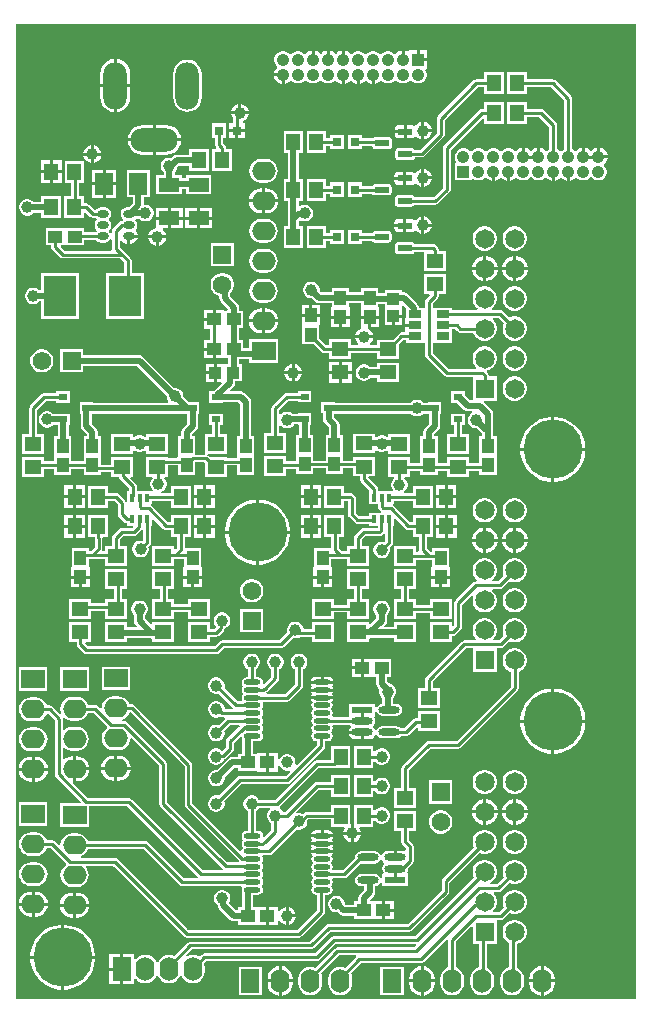
<source format=gbr>
%TF.GenerationSoftware,Altium Limited,Altium Designer,21.2.1 (34)*%
G04 Layer_Physical_Order=1*
G04 Layer_Color=255*
%FSLAX45Y45*%
%MOMM*%
%TF.SameCoordinates,33E7FE8D-E1FD-4CC8-B6C0-267CAA33A984*%
%TF.FilePolarity,Positive*%
%TF.FileFunction,Copper,L1,Top,Signal*%
%TF.Part,Single*%
G01*
G75*
%TA.AperFunction,SMDPad,CuDef*%
%ADD10O,1.40000X0.45000*%
%ADD11R,0.40000X0.66000*%
%ADD12O,1.00000X0.70000*%
G04:AMPARAMS|DCode=13|XSize=1.26mm|YSize=0.59mm|CornerRadius=0.07375mm|HoleSize=0mm|Usage=FLASHONLY|Rotation=180.000|XOffset=0mm|YOffset=0mm|HoleType=Round|Shape=RoundedRectangle|*
%AMROUNDEDRECTD13*
21,1,1.26000,0.44250,0,0,180.0*
21,1,1.11250,0.59000,0,0,180.0*
1,1,0.14750,-0.55625,0.22125*
1,1,0.14750,0.55625,0.22125*
1,1,0.14750,0.55625,-0.22125*
1,1,0.14750,-0.55625,-0.22125*
%
%ADD13ROUNDEDRECTD13*%
%ADD14R,1.10000X0.65000*%
%ADD15R,2.80000X3.50000*%
%ADD16R,0.72400X0.55900*%
%ADD17R,0.80000X0.80000*%
%ADD18R,1.25814X1.46213*%
%ADD19R,1.46213X1.25814*%
%ADD20R,1.80524X0.61213*%
G04:AMPARAMS|DCode=21|XSize=1.80524mm|YSize=0.61213mm|CornerRadius=0.30606mm|HoleSize=0mm|Usage=FLASHONLY|Rotation=180.000|XOffset=0mm|YOffset=0mm|HoleType=Round|Shape=RoundedRectangle|*
%AMROUNDEDRECTD21*
21,1,1.80524,0.00000,0,0,180.0*
21,1,1.19311,0.61213,0,0,180.0*
1,1,0.61213,-0.59655,0.00000*
1,1,0.61213,0.59655,0.00000*
1,1,0.61213,0.59655,0.00000*
1,1,0.61213,-0.59655,0.00000*
%
%ADD21ROUNDEDRECTD21*%
%ADD22R,1.05822X1.20651*%
%ADD23R,1.20651X1.05822*%
%ADD24R,1.55550X1.85822*%
%ADD25R,1.77000X1.21000*%
%ADD26R,1.00000X1.05000*%
%ADD27R,1.05000X1.00000*%
%TA.AperFunction,ConnectorPad*%
%ADD28R,1.46213X1.25814*%
%TA.AperFunction,Conductor*%
%ADD29C,0.25400*%
%ADD30C,0.50800*%
%TA.AperFunction,ComponentPad*%
%ADD31C,1.05000*%
%ADD32R,1.05000X1.05000*%
%ADD33R,2.00000X1.60000*%
%ADD34O,2.00000X1.60000*%
%ADD35O,1.60000X2.00000*%
%ADD36R,1.60000X2.00000*%
%ADD37O,4.00000X2.00000*%
%ADD38O,2.00000X4.00000*%
%ADD39R,1.57000X1.57000*%
%ADD40C,1.57000*%
%ADD41R,1.65000X1.65000*%
%ADD42C,1.65000*%
%ADD43R,1.57000X1.57000*%
%TA.AperFunction,ViaPad*%
%ADD44C,5.00000*%
%ADD45C,1.00000*%
G36*
X5250000Y0D02*
X0D01*
Y8250000D01*
X5250000D01*
Y0D01*
D02*
G37*
%LPC*%
G36*
X3395299Y8027900D02*
X3330100D01*
Y8026268D01*
X3317400Y8018936D01*
X3311068Y8022591D01*
X3293699Y8027246D01*
Y7950000D01*
X3268299D01*
Y8027245D01*
X3250932Y8022591D01*
X3233168Y8012336D01*
X3222269Y8001437D01*
X3217369Y7998130D01*
X3205720Y8000811D01*
X3198516Y8008014D01*
X3181984Y8017559D01*
X3163545Y8022500D01*
X3144455D01*
X3126016Y8017559D01*
X3109484Y8008014D01*
X3098327Y7996858D01*
X3090500Y7995481D01*
X3082673Y7996858D01*
X3071516Y8008014D01*
X3054984Y8017559D01*
X3036545Y8022500D01*
X3017455D01*
X2999016Y8017559D01*
X2982484Y8008014D01*
X2971327Y7996858D01*
X2963500Y7995481D01*
X2955673Y7996858D01*
X2944516Y8008014D01*
X2927984Y8017559D01*
X2909545Y8022500D01*
X2890455D01*
X2872016Y8017559D01*
X2855484Y8008014D01*
X2848280Y8000811D01*
X2836631Y7998130D01*
X2831731Y8001437D01*
X2820832Y8012336D01*
X2803068Y8022591D01*
X2785699Y8027246D01*
Y7950000D01*
X2760299D01*
Y8027245D01*
X2742932Y8022591D01*
X2725168Y8012336D01*
X2718022Y8005189D01*
X2709500Y7998717D01*
X2700978Y8005189D01*
X2693832Y8012336D01*
X2676068Y8022591D01*
X2658699Y8027246D01*
Y7950000D01*
X2633299D01*
Y8027245D01*
X2615932Y8022591D01*
X2598168Y8012336D01*
X2591022Y8005189D01*
X2582500Y7998717D01*
X2573978Y8005189D01*
X2566832Y8012336D01*
X2549068Y8022591D01*
X2531699Y8027246D01*
Y7950000D01*
X2506299D01*
Y8027245D01*
X2488932Y8022591D01*
X2471168Y8012336D01*
X2460269Y8001437D01*
X2455369Y7998130D01*
X2443720Y8000811D01*
X2436516Y8008014D01*
X2419984Y8017559D01*
X2401545Y8022500D01*
X2382455D01*
X2364016Y8017559D01*
X2347484Y8008014D01*
X2336327Y7996858D01*
X2328500Y7995481D01*
X2320673Y7996858D01*
X2309516Y8008014D01*
X2292984Y8017559D01*
X2274545Y8022500D01*
X2255455D01*
X2237016Y8017559D01*
X2220484Y8008014D01*
X2206986Y7994516D01*
X2197441Y7977984D01*
X2192500Y7959545D01*
Y7940455D01*
X2197441Y7922016D01*
X2206986Y7905484D01*
X2214189Y7898280D01*
X2216870Y7886631D01*
X2213564Y7881731D01*
X2202665Y7870832D01*
X2192409Y7853068D01*
X2187755Y7835700D01*
X2264999D01*
Y7823000D01*
X2277699D01*
Y7745755D01*
X2295068Y7750409D01*
X2312832Y7760665D01*
X2323731Y7771564D01*
X2328631Y7774870D01*
X2340280Y7772189D01*
X2347484Y7764986D01*
X2364016Y7755441D01*
X2382455Y7750500D01*
X2401545D01*
X2419984Y7755441D01*
X2436516Y7764986D01*
X2447673Y7776142D01*
X2455500Y7777519D01*
X2463327Y7776142D01*
X2474484Y7764986D01*
X2491016Y7755441D01*
X2509455Y7750500D01*
X2528545D01*
X2546984Y7755441D01*
X2563516Y7764986D01*
X2574673Y7776142D01*
X2582500Y7777519D01*
X2590327Y7776142D01*
X2601484Y7764986D01*
X2618016Y7755441D01*
X2636455Y7750500D01*
X2655545D01*
X2673984Y7755441D01*
X2690516Y7764986D01*
X2697720Y7772189D01*
X2709369Y7774870D01*
X2714269Y7771564D01*
X2725168Y7760665D01*
X2742932Y7750409D01*
X2760299Y7745755D01*
Y7823000D01*
X2785699D01*
Y7745755D01*
X2803068Y7750409D01*
X2820832Y7760665D01*
X2827978Y7767811D01*
X2836500Y7774284D01*
X2845022Y7767811D01*
X2852168Y7760665D01*
X2869932Y7750409D01*
X2887299Y7745755D01*
Y7823000D01*
X2912699D01*
Y7745755D01*
X2930068Y7750409D01*
X2947832Y7760665D01*
X2954978Y7767811D01*
X2963500Y7774284D01*
X2972022Y7767811D01*
X2979168Y7760665D01*
X2996932Y7750409D01*
X3014299Y7745755D01*
Y7823000D01*
X3039699D01*
Y7745755D01*
X3057068Y7750409D01*
X3074832Y7760665D01*
X3085731Y7771564D01*
X3090631Y7774870D01*
X3102280Y7772189D01*
X3109484Y7764986D01*
X3126016Y7755441D01*
X3144455Y7750500D01*
X3163545D01*
X3181984Y7755441D01*
X3198516Y7764986D01*
X3209673Y7776142D01*
X3217500Y7777519D01*
X3225327Y7776142D01*
X3236484Y7764986D01*
X3253016Y7755441D01*
X3271455Y7750500D01*
X3290545D01*
X3308984Y7755441D01*
X3325516Y7764986D01*
X3336673Y7776142D01*
X3344500Y7777519D01*
X3352327Y7776142D01*
X3363484Y7764986D01*
X3380016Y7755441D01*
X3398455Y7750500D01*
X3417545D01*
X3435984Y7755441D01*
X3452516Y7764986D01*
X3466014Y7778484D01*
X3475559Y7795016D01*
X3480500Y7813455D01*
Y7832545D01*
X3475559Y7850984D01*
X3470700Y7859400D01*
X3478033Y7872100D01*
X3485900D01*
Y7937300D01*
X3407999D01*
Y7950000D01*
X3395299D01*
Y8027900D01*
D02*
G37*
G36*
X3485900D02*
X3420699D01*
Y7962700D01*
X3485900D01*
Y8027900D01*
D02*
G37*
G36*
X2252299Y7810300D02*
X2187755D01*
X2192409Y7792932D01*
X2202665Y7775168D01*
X2217168Y7760665D01*
X2234932Y7750409D01*
X2252299Y7745755D01*
Y7810300D01*
D02*
G37*
G36*
X857701Y7954810D02*
Y7742700D01*
X971482D01*
Y7830000D01*
X967172Y7862736D01*
X954537Y7893241D01*
X934437Y7919436D01*
X908241Y7939537D01*
X877736Y7952172D01*
X857701Y7954810D01*
D02*
G37*
G36*
X832301D02*
X812264Y7952172D01*
X781759Y7939537D01*
X755564Y7919436D01*
X735463Y7893241D01*
X722828Y7862736D01*
X718518Y7830000D01*
Y7742700D01*
X832301D01*
Y7954810D01*
D02*
G37*
G36*
X4135208Y7843106D02*
X3969394D01*
Y7783341D01*
X3900000D01*
X3887241Y7780803D01*
X3876425Y7773575D01*
X3576425Y7473575D01*
X3569197Y7462759D01*
X3566659Y7450000D01*
Y7328689D01*
X3426311Y7188340D01*
X3377713D01*
X3375361Y7191861D01*
X3366306Y7197911D01*
X3355625Y7200036D01*
X3244375D01*
X3233694Y7197911D01*
X3224639Y7191861D01*
X3218589Y7182806D01*
X3216464Y7172125D01*
Y7127875D01*
X3218589Y7117194D01*
X3224639Y7108139D01*
X3233694Y7102089D01*
X3244375Y7099964D01*
X3355625D01*
X3366306Y7102089D01*
X3375361Y7108139D01*
X3381411Y7117194D01*
X3382300Y7121659D01*
X3440121D01*
X3452880Y7124197D01*
X3463696Y7131425D01*
X3623575Y7291304D01*
X3630802Y7302120D01*
X3633340Y7314879D01*
Y7436190D01*
X3913810Y7716659D01*
X3969394D01*
Y7656893D01*
X4135208D01*
Y7843106D01*
D02*
G37*
G36*
X1912700Y7574657D02*
Y7512700D01*
X1974657D01*
X1970262Y7529103D01*
X1960335Y7546297D01*
X1946297Y7560335D01*
X1929103Y7570262D01*
X1912700Y7574657D01*
D02*
G37*
G36*
X1887300D02*
X1870897Y7570262D01*
X1853703Y7560335D01*
X1839665Y7546297D01*
X1829738Y7529103D01*
X1825343Y7512700D01*
X1887300D01*
Y7574657D01*
D02*
G37*
G36*
X1455000Y7951035D02*
X1423674Y7946911D01*
X1394482Y7934820D01*
X1369415Y7915585D01*
X1350180Y7890518D01*
X1338089Y7861326D01*
X1333965Y7830000D01*
Y7630000D01*
X1338089Y7598674D01*
X1350180Y7569482D01*
X1369415Y7544415D01*
X1394482Y7525180D01*
X1423674Y7513089D01*
X1455000Y7508965D01*
X1486326Y7513089D01*
X1515518Y7525180D01*
X1540585Y7544415D01*
X1559820Y7569482D01*
X1571912Y7598674D01*
X1576036Y7630000D01*
Y7830000D01*
X1571912Y7861326D01*
X1559820Y7890518D01*
X1540585Y7915585D01*
X1515518Y7934820D01*
X1486326Y7946911D01*
X1455000Y7951035D01*
D02*
G37*
G36*
X971482Y7717300D02*
X857701D01*
Y7505190D01*
X877736Y7507828D01*
X908241Y7520463D01*
X934437Y7540564D01*
X954537Y7566759D01*
X967172Y7597264D01*
X971482Y7630000D01*
Y7717300D01*
D02*
G37*
G36*
X832301D02*
X718518D01*
Y7630000D01*
X722828Y7597264D01*
X735463Y7566759D01*
X755564Y7540564D01*
X781759Y7520463D01*
X812264Y7507828D01*
X832301Y7505190D01*
Y7717300D01*
D02*
G37*
G36*
X4135208Y7593106D02*
X3969394D01*
Y7533341D01*
X3950000D01*
X3937241Y7530803D01*
X3926424Y7523575D01*
X3626425Y7223575D01*
X3619197Y7212759D01*
X3616660Y7200000D01*
Y6863810D01*
X3541190Y6788340D01*
X3377054D01*
X3371361Y6796861D01*
X3362306Y6802911D01*
X3351625Y6805036D01*
X3240375D01*
X3229694Y6802911D01*
X3220639Y6796861D01*
X3214589Y6787806D01*
X3212464Y6777125D01*
Y6732875D01*
X3214589Y6722194D01*
X3220639Y6713139D01*
X3229694Y6707089D01*
X3240375Y6704964D01*
X3351625D01*
X3362306Y6707089D01*
X3371361Y6713139D01*
X3377054Y6721659D01*
X3555000D01*
X3567759Y6724197D01*
X3578575Y6731425D01*
X3673575Y6826425D01*
X3680803Y6837241D01*
X3683341Y6850000D01*
Y7186190D01*
X3956694Y7459543D01*
X3969394Y7454283D01*
Y7406893D01*
X4135208D01*
Y7593106D01*
D02*
G37*
G36*
X3437300Y7424657D02*
X3420897Y7420262D01*
X3403703Y7410335D01*
X3389665Y7396297D01*
X3388115Y7393613D01*
X3371792Y7390740D01*
X3368413Y7392998D01*
X3355625Y7395542D01*
X3312699D01*
Y7339999D01*
Y7284458D01*
X3355625D01*
X3368413Y7287002D01*
X3379254Y7294246D01*
X3380259Y7295750D01*
X3396369Y7297000D01*
X3403703Y7289665D01*
X3420897Y7279738D01*
X3437300Y7275343D01*
Y7350000D01*
Y7424657D01*
D02*
G37*
G36*
X3462700D02*
Y7362700D01*
X3524657D01*
X3520262Y7379103D01*
X3510335Y7396297D01*
X3496297Y7410335D01*
X3479103Y7420262D01*
X3462700Y7424657D01*
D02*
G37*
G36*
X1974657Y7487300D02*
X1825343D01*
X1829738Y7470897D01*
X1839665Y7453703D01*
X1841660Y7451709D01*
Y7415400D01*
X1809600D01*
Y7362700D01*
X1875000D01*
X1940400D01*
Y7415400D01*
X1924661D01*
X1922989Y7428100D01*
X1929103Y7429738D01*
X1946297Y7439665D01*
X1960335Y7453703D01*
X1970262Y7470897D01*
X1974657Y7487300D01*
D02*
G37*
G36*
X3287299Y7395542D02*
X3244375D01*
X3231587Y7392998D01*
X3220746Y7385754D01*
X3213502Y7374913D01*
X3210958Y7362125D01*
Y7352699D01*
X3287299D01*
Y7395542D01*
D02*
G37*
G36*
X1940400Y7337300D02*
X1887700D01*
Y7284600D01*
X1940400D01*
Y7337300D01*
D02*
G37*
G36*
X1862300D02*
X1809600D01*
Y7284600D01*
X1862300D01*
Y7337300D01*
D02*
G37*
G36*
X3287299Y7327299D02*
X3210958D01*
Y7317875D01*
X3213502Y7305087D01*
X3220746Y7294246D01*
X3231587Y7287002D01*
X3244375Y7284458D01*
X3287299D01*
Y7327299D01*
D02*
G37*
G36*
X1275000Y7396482D02*
X1187700D01*
Y7282700D01*
X1399810D01*
X1397172Y7302736D01*
X1384537Y7333241D01*
X1364436Y7359436D01*
X1338241Y7379537D01*
X1307736Y7392172D01*
X1275000Y7396482D01*
D02*
G37*
G36*
X1162300D02*
X1075000D01*
X1042264Y7392172D01*
X1011759Y7379537D01*
X985564Y7359436D01*
X965464Y7333241D01*
X952828Y7302736D01*
X950190Y7282700D01*
X1162300D01*
Y7396482D01*
D02*
G37*
G36*
X3524657Y7337300D02*
X3462700D01*
Y7275343D01*
X3479103Y7279738D01*
X3496297Y7289665D01*
X3510335Y7303703D01*
X3520262Y7320897D01*
X3524657Y7337300D01*
D02*
G37*
G36*
X2935000Y7310000D02*
X2815000D01*
Y7190000D01*
X2935000D01*
Y7216659D01*
X3021700D01*
X3022589Y7212194D01*
X3028639Y7203139D01*
X3037694Y7197089D01*
X3048375Y7194964D01*
X3159625D01*
X3170306Y7197089D01*
X3179361Y7203139D01*
X3185411Y7212194D01*
X3187536Y7222875D01*
Y7267125D01*
X3185411Y7277806D01*
X3179361Y7286861D01*
X3170306Y7292911D01*
X3159625Y7295036D01*
X3048375D01*
X3037694Y7292911D01*
X3028639Y7286861D01*
X3026287Y7283341D01*
X2935000D01*
Y7310000D01*
D02*
G37*
G36*
X2630606Y7343106D02*
X2464792D01*
Y7156893D01*
X2630606D01*
Y7216659D01*
X2665000D01*
Y7190000D01*
X2785000D01*
Y7310000D01*
X2665000D01*
Y7283341D01*
X2630606D01*
Y7343106D01*
D02*
G37*
G36*
X4330606Y7843106D02*
X4164793D01*
Y7656893D01*
X4330606D01*
Y7716659D01*
X4536190D01*
X4647659Y7605190D01*
Y7191466D01*
X4636484Y7185014D01*
X4625327Y7173858D01*
X4617500Y7172481D01*
X4609673Y7173858D01*
X4598516Y7185014D01*
X4587341Y7191466D01*
Y7396000D01*
X4584803Y7408759D01*
X4577575Y7419575D01*
X4473576Y7523575D01*
X4462759Y7530803D01*
X4450000Y7533341D01*
X4330606D01*
Y7593106D01*
X4164793D01*
Y7406893D01*
X4330606D01*
Y7466659D01*
X4436190D01*
X4520659Y7382190D01*
Y7191466D01*
X4509484Y7185014D01*
X4502280Y7177811D01*
X4490631Y7175130D01*
X4485731Y7178436D01*
X4474832Y7189335D01*
X4457068Y7199591D01*
X4439700Y7204245D01*
Y7127000D01*
X4414300D01*
Y7204245D01*
X4396932Y7199591D01*
X4379168Y7189335D01*
X4372022Y7182189D01*
X4363500Y7175716D01*
X4354978Y7182189D01*
X4347832Y7189335D01*
X4330068Y7199591D01*
X4312700Y7204245D01*
Y7127000D01*
X4287300D01*
Y7204245D01*
X4269932Y7199591D01*
X4252168Y7189335D01*
X4241269Y7178436D01*
X4236369Y7175130D01*
X4224720Y7177811D01*
X4217516Y7185014D01*
X4200984Y7194559D01*
X4182545Y7199500D01*
X4163455D01*
X4145016Y7194559D01*
X4128484Y7185014D01*
X4117327Y7173858D01*
X4109500Y7172481D01*
X4101673Y7173858D01*
X4090516Y7185014D01*
X4073984Y7194559D01*
X4055545Y7199500D01*
X4036455D01*
X4018016Y7194559D01*
X4001484Y7185014D01*
X3990327Y7173858D01*
X3982500Y7172481D01*
X3974673Y7173858D01*
X3963516Y7185014D01*
X3946984Y7194559D01*
X3928545Y7199500D01*
X3909455D01*
X3891016Y7194559D01*
X3874484Y7185014D01*
X3863327Y7173858D01*
X3855500Y7172481D01*
X3847673Y7173858D01*
X3836516Y7185014D01*
X3819984Y7194559D01*
X3801545Y7199500D01*
X3782455D01*
X3764016Y7194559D01*
X3747484Y7185014D01*
X3733986Y7171516D01*
X3724441Y7154984D01*
X3719500Y7136545D01*
Y7117455D01*
X3724441Y7099016D01*
X3732417Y7085200D01*
X3727723Y7072500D01*
X3719500D01*
Y6927500D01*
X3864500D01*
Y6935723D01*
X3877200Y6940417D01*
X3891016Y6932441D01*
X3909455Y6927500D01*
X3928545D01*
X3946984Y6932441D01*
X3963516Y6941986D01*
X3970720Y6949189D01*
X3982369Y6951870D01*
X3987269Y6948563D01*
X3998168Y6937665D01*
X4015932Y6927409D01*
X4033300Y6922755D01*
Y7000000D01*
X4058700D01*
Y6922755D01*
X4076068Y6927409D01*
X4093832Y6937665D01*
X4100978Y6944811D01*
X4109500Y6951284D01*
X4118022Y6944811D01*
X4125168Y6937665D01*
X4142932Y6927409D01*
X4160300Y6922755D01*
Y7000000D01*
X4185700D01*
Y6922755D01*
X4203068Y6927409D01*
X4220832Y6937665D01*
X4231731Y6948563D01*
X4236631Y6951870D01*
X4248280Y6949189D01*
X4255484Y6941986D01*
X4272016Y6932441D01*
X4290455Y6927500D01*
X4309545D01*
X4327984Y6932441D01*
X4344516Y6941986D01*
X4355673Y6953142D01*
X4363500Y6954519D01*
X4371327Y6953142D01*
X4382484Y6941986D01*
X4399016Y6932441D01*
X4417455Y6927500D01*
X4436545D01*
X4454984Y6932441D01*
X4471516Y6941986D01*
X4478720Y6949189D01*
X4490369Y6951870D01*
X4495269Y6948563D01*
X4506168Y6937665D01*
X4523932Y6927409D01*
X4541300Y6922755D01*
Y7000000D01*
X4566700D01*
Y6922755D01*
X4584068Y6927409D01*
X4601832Y6937665D01*
X4608978Y6944811D01*
X4617500Y6951284D01*
X4626022Y6944811D01*
X4633168Y6937665D01*
X4650932Y6927409D01*
X4668300Y6922755D01*
Y7000000D01*
X4693700D01*
Y6922755D01*
X4711068Y6927409D01*
X4728832Y6937665D01*
X4739731Y6948563D01*
X4744631Y6951870D01*
X4756280Y6949189D01*
X4763484Y6941986D01*
X4780016Y6932441D01*
X4798455Y6927500D01*
X4817545D01*
X4835984Y6932441D01*
X4852516Y6941986D01*
X4863673Y6953142D01*
X4871500Y6954519D01*
X4879327Y6953142D01*
X4890484Y6941986D01*
X4907016Y6932441D01*
X4925455Y6927500D01*
X4944545D01*
X4962984Y6932441D01*
X4979516Y6941986D01*
X4993014Y6955484D01*
X5002559Y6972016D01*
X5007500Y6990455D01*
Y7009545D01*
X5002559Y7027984D01*
X4993014Y7044516D01*
X4985811Y7051720D01*
X4983130Y7063369D01*
X4986437Y7068269D01*
X4997335Y7079168D01*
X5007591Y7096932D01*
X5012245Y7114300D01*
X4935000D01*
Y7127000D01*
X4922300D01*
Y7204245D01*
X4904932Y7199591D01*
X4887168Y7189335D01*
X4880022Y7182189D01*
X4871500Y7175716D01*
X4862978Y7182189D01*
X4855832Y7189335D01*
X4838068Y7199591D01*
X4820700Y7204245D01*
Y7127000D01*
X4795300D01*
Y7204245D01*
X4777932Y7199591D01*
X4760168Y7189335D01*
X4749269Y7178436D01*
X4744369Y7175130D01*
X4732720Y7177811D01*
X4725516Y7185014D01*
X4714341Y7191466D01*
Y7619000D01*
X4711803Y7631759D01*
X4704575Y7642575D01*
X4573575Y7773575D01*
X4562759Y7780803D01*
X4550000Y7783341D01*
X4330606D01*
Y7843106D01*
D02*
G37*
G36*
X662700Y7224657D02*
Y7162700D01*
X724656D01*
X720261Y7179103D01*
X710335Y7196297D01*
X696296Y7210335D01*
X679103Y7220262D01*
X662700Y7224657D01*
D02*
G37*
G36*
X637300D02*
X620896Y7220262D01*
X603703Y7210335D01*
X589665Y7196297D01*
X579738Y7179103D01*
X575343Y7162700D01*
X637300D01*
Y7224657D01*
D02*
G37*
G36*
X1637708Y7193107D02*
X1471894D01*
Y7146289D01*
X1363987D01*
X1363986Y7146290D01*
X1346271Y7142766D01*
X1331254Y7132732D01*
X1316555Y7118033D01*
X1309216Y7120000D01*
X1290784D01*
X1272981Y7115230D01*
X1257019Y7106014D01*
X1243986Y7092981D01*
X1234770Y7077019D01*
X1230000Y7059216D01*
Y7040784D01*
X1234770Y7022981D01*
X1243986Y7007019D01*
X1253710Y6997295D01*
Y6973300D01*
X1191500D01*
Y6812300D01*
X1408500D01*
Y6853710D01*
X1441500D01*
Y6812300D01*
X1658500D01*
Y6973300D01*
X1441500D01*
Y6946289D01*
X1408500D01*
Y6973300D01*
X1346289D01*
Y6997295D01*
X1356014Y7007019D01*
X1365229Y7022981D01*
X1369914Y7040465D01*
X1383160Y7053711D01*
X1471894D01*
Y7006894D01*
X1637708D01*
Y7193107D01*
D02*
G37*
G36*
X1399810Y7257300D02*
X1187700D01*
Y7143518D01*
X1275000D01*
X1307736Y7147828D01*
X1338241Y7160463D01*
X1364436Y7180563D01*
X1384537Y7206759D01*
X1397172Y7237264D01*
X1399810Y7257300D01*
D02*
G37*
G36*
X1162300D02*
X950190D01*
X952828Y7237264D01*
X965464Y7206759D01*
X985564Y7180563D01*
X1011759Y7160463D01*
X1042264Y7147828D01*
X1075000Y7143518D01*
X1162300D01*
Y7257300D01*
D02*
G37*
G36*
X4947700Y7204245D02*
Y7139700D01*
X5012245D01*
X5007591Y7157068D01*
X4997335Y7174832D01*
X4982832Y7189335D01*
X4965068Y7199591D01*
X4947700Y7204245D01*
D02*
G37*
G36*
X724656Y7137300D02*
X662700D01*
Y7075343D01*
X679103Y7079738D01*
X696296Y7089665D01*
X710335Y7103704D01*
X720261Y7120897D01*
X724656Y7137300D01*
D02*
G37*
G36*
X637300D02*
X575343D01*
X579738Y7120897D01*
X589665Y7103704D01*
X603703Y7089665D01*
X620896Y7079738D01*
X637300Y7075343D01*
Y7137300D01*
D02*
G37*
G36*
X390608Y7098507D02*
X315001D01*
Y7012700D01*
X390608D01*
Y7098507D01*
D02*
G37*
G36*
X289601D02*
X213994D01*
Y7012700D01*
X289601D01*
Y7098507D01*
D02*
G37*
G36*
X1785000Y7410000D02*
X1665000D01*
Y7290000D01*
X1691659D01*
Y7225000D01*
X1694197Y7212241D01*
X1698497Y7205807D01*
X1692755Y7193107D01*
X1667293D01*
Y7006894D01*
X1833106D01*
Y7193107D01*
X1783341D01*
Y7200000D01*
X1780803Y7212759D01*
X1773575Y7223576D01*
X1758340Y7238810D01*
Y7290000D01*
X1785000D01*
Y7410000D01*
D02*
G37*
G36*
X3437300Y7024657D02*
X3420897Y7020262D01*
X3403703Y7010335D01*
X3389665Y6996297D01*
X3387613Y6992743D01*
X3372762Y6992420D01*
X3364413Y6997998D01*
X3351625Y7000542D01*
X3308700D01*
Y6945000D01*
X3296000D01*
D01*
X3308700D01*
Y6889458D01*
X3351625D01*
X3364413Y6892002D01*
X3375254Y6899246D01*
X3376498Y6901108D01*
X3381945Y6902182D01*
X3391968Y6901400D01*
X3403703Y6889665D01*
X3420897Y6879738D01*
X3437300Y6875343D01*
Y6950000D01*
Y7024657D01*
D02*
G37*
G36*
X3462700D02*
Y6962700D01*
X3524657D01*
X3520262Y6979103D01*
X3510335Y6996297D01*
X3496297Y7010335D01*
X3479103Y7020262D01*
X3462700Y7024657D01*
D02*
G37*
G36*
X3283300Y7000542D02*
X3240375D01*
X3227587Y6997998D01*
X3216746Y6990754D01*
X3209502Y6979913D01*
X3206958Y6967125D01*
Y6957700D01*
X3283300D01*
Y7000542D01*
D02*
G37*
G36*
X853175Y7018311D02*
X762700D01*
Y6912700D01*
X853175D01*
Y7018311D01*
D02*
G37*
G36*
X737300D02*
X646825D01*
Y6912700D01*
X737300D01*
Y7018311D01*
D02*
G37*
G36*
X2120000Y7108863D02*
X2079999D01*
X2053894Y7105426D01*
X2029568Y7095350D01*
X2008679Y7079321D01*
X1992650Y7058431D01*
X1982574Y7034105D01*
X1979137Y7008000D01*
X1982574Y6981895D01*
X1992650Y6957569D01*
X2008679Y6936679D01*
X2029568Y6920650D01*
X2053894Y6910574D01*
X2079999Y6907137D01*
X2120000D01*
X2146105Y6910574D01*
X2170431Y6920650D01*
X2191320Y6936679D01*
X2207349Y6957569D01*
X2217426Y6981895D01*
X2220862Y7008000D01*
X2217426Y7034105D01*
X2207349Y7058431D01*
X2191320Y7079321D01*
X2170431Y7095350D01*
X2146105Y7105426D01*
X2120000Y7108863D01*
D02*
G37*
G36*
X390608Y6987300D02*
X315001D01*
Y6901493D01*
X390608D01*
Y6987300D01*
D02*
G37*
G36*
X289601D02*
X213994D01*
Y6901493D01*
X289601D01*
Y6987300D01*
D02*
G37*
G36*
X3283300Y6932300D02*
X3206958D01*
Y6922875D01*
X3209502Y6910087D01*
X3216746Y6899246D01*
X3227587Y6892002D01*
X3240375Y6889458D01*
X3283300D01*
Y6932300D01*
D02*
G37*
G36*
X3524657Y6937300D02*
X3462700D01*
Y6875343D01*
X3479103Y6879738D01*
X3496297Y6889665D01*
X3510335Y6903703D01*
X3520262Y6920897D01*
X3524657Y6937300D01*
D02*
G37*
G36*
X2935000Y6910000D02*
X2815000D01*
Y6790000D01*
X2935000D01*
Y6816659D01*
X3018946D01*
X3024639Y6808139D01*
X3033694Y6802089D01*
X3044375Y6799964D01*
X3155625D01*
X3166306Y6802089D01*
X3175361Y6808139D01*
X3181411Y6817194D01*
X3183536Y6827875D01*
Y6872125D01*
X3181411Y6882806D01*
X3175361Y6891861D01*
X3166306Y6897911D01*
X3155625Y6900036D01*
X3044375D01*
X3033694Y6897911D01*
X3024639Y6891861D01*
X3018946Y6883341D01*
X2935000D01*
Y6910000D01*
D02*
G37*
G36*
X2630606Y6943107D02*
X2464792D01*
Y6756894D01*
X2630606D01*
Y6816659D01*
X2665000D01*
Y6790000D01*
X2785000D01*
Y6910000D01*
X2665000D01*
Y6883341D01*
X2630606D01*
Y6943107D01*
D02*
G37*
G36*
X853175Y6887300D02*
X762700D01*
Y6781689D01*
X853175D01*
Y6887300D01*
D02*
G37*
G36*
X737300D02*
X646825D01*
Y6781689D01*
X737300D01*
Y6887300D01*
D02*
G37*
G36*
X2120000Y6860309D02*
X2112699D01*
Y6766700D01*
X2224637D01*
X2222687Y6781515D01*
X2212066Y6807155D01*
X2195172Y6829172D01*
X2173155Y6846067D01*
X2147515Y6856687D01*
X2120000Y6860309D01*
D02*
G37*
G36*
X2087299D02*
X2079999D01*
X2052485Y6856687D01*
X2026845Y6846067D01*
X2004827Y6829172D01*
X1987933Y6807155D01*
X1977312Y6781515D01*
X1975362Y6766700D01*
X2087299D01*
Y6860309D01*
D02*
G37*
G36*
X382907Y6793107D02*
X217093D01*
Y6746290D01*
X152705D01*
X142981Y6756014D01*
X127019Y6765230D01*
X109215Y6770000D01*
X90784D01*
X72981Y6765230D01*
X57019Y6756014D01*
X43986Y6742981D01*
X34770Y6727019D01*
X30000Y6709216D01*
Y6690784D01*
X34770Y6672981D01*
X43986Y6657019D01*
X57019Y6643986D01*
X72981Y6634771D01*
X90784Y6630000D01*
X109215D01*
X127019Y6634771D01*
X142981Y6643986D01*
X152705Y6653711D01*
X217093D01*
Y6606894D01*
X382907D01*
Y6793107D01*
D02*
G37*
G36*
X2224637Y6741300D02*
X2112699D01*
Y6647691D01*
X2120000D01*
X2147515Y6651313D01*
X2173155Y6661933D01*
X2195172Y6678828D01*
X2212066Y6700845D01*
X2222687Y6726485D01*
X2224637Y6741300D01*
D02*
G37*
G36*
X2087299D02*
X1975362D01*
X1977312Y6726485D01*
X1987933Y6700845D01*
X2004827Y6678828D01*
X2026845Y6661933D01*
X2052485Y6651313D01*
X2079999Y6647691D01*
X2087299D01*
Y6741300D01*
D02*
G37*
G36*
X1663900Y6693100D02*
X1562699D01*
Y6619900D01*
X1663900D01*
Y6693100D01*
D02*
G37*
G36*
X1413900D02*
X1312699D01*
Y6619900D01*
X1413900D01*
Y6693100D01*
D02*
G37*
G36*
X1537299D02*
X1436100D01*
Y6619900D01*
X1537299D01*
Y6693100D01*
D02*
G37*
G36*
X1287299D02*
X1186100D01*
Y6619900D01*
X1287299D01*
Y6693100D01*
D02*
G37*
G36*
X3437300Y6624657D02*
X3420897Y6620262D01*
X3403703Y6610335D01*
X3389665Y6596297D01*
X3387613Y6592743D01*
X3372762Y6592420D01*
X3364413Y6597998D01*
X3351625Y6600542D01*
X3308700D01*
Y6545000D01*
Y6489458D01*
X3351625D01*
X3364413Y6492002D01*
X3375254Y6499246D01*
X3376498Y6501108D01*
X3381945Y6502182D01*
X3391968Y6501400D01*
X3403703Y6489665D01*
X3420897Y6479738D01*
X3437300Y6475343D01*
Y6550000D01*
Y6624657D01*
D02*
G37*
G36*
X2435207Y7343106D02*
X2269394D01*
Y7156893D01*
X2303711D01*
Y6943107D01*
X2269394D01*
Y6756894D01*
X2303711D01*
Y6600001D01*
X2303710Y6600000D01*
X2303711Y6599999D01*
Y6543107D01*
X2269394D01*
Y6356894D01*
X2435207D01*
Y6543107D01*
X2396290D01*
Y6580826D01*
X2408560Y6593097D01*
X2422981Y6584770D01*
X2440784Y6580000D01*
X2459216D01*
X2477019Y6584770D01*
X2492981Y6593986D01*
X2506014Y6607019D01*
X2515229Y6622981D01*
X2520000Y6640784D01*
Y6659216D01*
X2515229Y6677019D01*
X2506014Y6692981D01*
X2492981Y6706014D01*
X2477019Y6715229D01*
X2459216Y6720000D01*
X2440784D01*
X2422981Y6715229D01*
X2408990Y6707151D01*
X2396290Y6711305D01*
Y6756894D01*
X2435207D01*
Y6943107D01*
X2396290D01*
Y7156893D01*
X2435207D01*
Y7343106D01*
D02*
G37*
G36*
X580606Y7093106D02*
X414792D01*
Y6906893D01*
X466659D01*
Y6793107D01*
X412492D01*
Y6606894D01*
X578305D01*
Y6656584D01*
X591005Y6661844D01*
X631425Y6621424D01*
X642242Y6614197D01*
X655000Y6611659D01*
X681129D01*
X685347Y6605347D01*
X687588Y6603850D01*
Y6591150D01*
X685347Y6589653D01*
X673191Y6571460D01*
X668922Y6550000D01*
X673191Y6528540D01*
X685347Y6510347D01*
X685462Y6510271D01*
X686413Y6497121D01*
X678123Y6488341D01*
X580325D01*
Y6522911D01*
X427854D01*
X419675Y6522912D01*
X406975Y6522911D01*
X254503D01*
Y6377089D01*
X301488D01*
Y6365175D01*
X304026Y6352416D01*
X311253Y6341599D01*
X376428Y6276425D01*
X387244Y6269198D01*
X400003Y6266660D01*
X886190D01*
X916659Y6236190D01*
Y6145000D01*
X765000D01*
Y5755000D01*
X1085000D01*
Y6145000D01*
X983340D01*
Y6250000D01*
X980802Y6262759D01*
X973575Y6273575D01*
X923576Y6323575D01*
X923575Y6323576D01*
X883340Y6363810D01*
Y6415703D01*
X896040Y6419556D01*
X901454Y6411454D01*
X921433Y6398105D01*
X945000Y6393417D01*
X947300D01*
Y6455001D01*
X960000D01*
Y6467701D01*
X1034057D01*
X1031895Y6478567D01*
X1018546Y6498546D01*
X1018328Y6498692D01*
X1017458Y6514547D01*
X1026808Y6528540D01*
X1031077Y6550000D01*
X1026808Y6571460D01*
X1015416Y6588510D01*
X1016732Y6593973D01*
X1020215Y6601210D01*
X1049795D01*
X1057019Y6593986D01*
X1072981Y6584770D01*
X1090784Y6580000D01*
X1109216D01*
X1127019Y6584770D01*
X1142981Y6593986D01*
X1156014Y6607019D01*
X1165230Y6622981D01*
X1170000Y6640784D01*
Y6659216D01*
X1165230Y6677019D01*
X1156014Y6692981D01*
X1142981Y6706014D01*
X1127019Y6715229D01*
X1109216Y6720000D01*
X1090785D01*
X1086561Y6723240D01*
Y6787089D01*
X1138047D01*
Y7012911D01*
X942497D01*
Y6787089D01*
X993983D01*
Y6734446D01*
X960802Y6701265D01*
X960676Y6701077D01*
X945000D01*
X923540Y6696809D01*
X905347Y6684653D01*
X893191Y6666460D01*
X888923Y6645000D01*
X893191Y6623540D01*
X905347Y6605347D01*
X906615Y6592080D01*
X899999Y6583341D01*
X887241Y6580803D01*
X876424Y6573575D01*
X826425Y6523575D01*
X819197Y6512759D01*
X816659Y6500000D01*
Y6484577D01*
X803959Y6480724D01*
X794652Y6494653D01*
X792412Y6496150D01*
Y6508850D01*
X794652Y6510347D01*
X806808Y6528540D01*
X811077Y6550000D01*
X806808Y6571460D01*
X794652Y6589653D01*
X792412Y6591150D01*
Y6603850D01*
X794652Y6605347D01*
X806808Y6623540D01*
X811077Y6645000D01*
X806808Y6666460D01*
X794652Y6684653D01*
X776460Y6696809D01*
X755000Y6701077D01*
X725000D01*
X703540Y6696809D01*
X685347Y6684653D01*
X681129Y6678340D01*
X668810D01*
X623575Y6723576D01*
X612759Y6730803D01*
X600000Y6733341D01*
X578305D01*
Y6793107D01*
X533341D01*
Y6906893D01*
X580606D01*
Y7093106D01*
D02*
G37*
G36*
X3462700Y6624657D02*
Y6562700D01*
X3524657D01*
X3520262Y6579103D01*
X3510335Y6596297D01*
X3496297Y6610335D01*
X3479103Y6620262D01*
X3462700Y6624657D01*
D02*
G37*
G36*
X3283300Y6600542D02*
X3240375D01*
X3227587Y6597998D01*
X3216746Y6590754D01*
X3209502Y6579913D01*
X3206958Y6567125D01*
Y6557700D01*
X3283300D01*
Y6600542D01*
D02*
G37*
G36*
X1663900Y6594500D02*
X1562699D01*
Y6521300D01*
X1663900D01*
Y6594500D01*
D02*
G37*
G36*
X1537299D02*
X1436100D01*
Y6521300D01*
X1537299D01*
Y6594500D01*
D02*
G37*
G36*
X1413900D02*
X1312699D01*
Y6521300D01*
X1413900D01*
Y6594500D01*
D02*
G37*
G36*
X3283300Y6532300D02*
X3206958D01*
Y6522875D01*
X3209502Y6510087D01*
X3216746Y6499246D01*
X3227587Y6492002D01*
X3240375Y6489458D01*
X3283300D01*
Y6532300D01*
D02*
G37*
G36*
X3524657Y6537300D02*
X3462700D01*
Y6475343D01*
X3479103Y6479738D01*
X3496297Y6489665D01*
X3510335Y6503704D01*
X3520262Y6520897D01*
X3524657Y6537300D01*
D02*
G37*
G36*
X1287299Y6594500D02*
X1186100D01*
Y6524335D01*
X1170897Y6520262D01*
X1153703Y6510335D01*
X1139665Y6496297D01*
X1129738Y6479103D01*
X1125343Y6462700D01*
X1274657D01*
X1270262Y6479103D01*
X1260335Y6496297D01*
X1248032Y6508600D01*
X1249398Y6515668D01*
X1252673Y6521300D01*
X1287299D01*
Y6594500D01*
D02*
G37*
G36*
X2935000Y6510000D02*
X2815000D01*
Y6390000D01*
X2935000D01*
Y6416660D01*
X3018946D01*
X3024639Y6408139D01*
X3033694Y6402089D01*
X3044375Y6399964D01*
X3155625D01*
X3166306Y6402089D01*
X3175361Y6408139D01*
X3181411Y6417194D01*
X3183536Y6427875D01*
Y6472125D01*
X3181411Y6482806D01*
X3175361Y6491861D01*
X3166306Y6497911D01*
X3155625Y6500036D01*
X3044375D01*
X3033694Y6497911D01*
X3024639Y6491861D01*
X3018946Y6483341D01*
X2935000D01*
Y6510000D01*
D02*
G37*
G36*
X2120000Y6600863D02*
X2079999D01*
X2053894Y6597426D01*
X2029568Y6587350D01*
X2008679Y6571321D01*
X1992650Y6550431D01*
X1982574Y6526105D01*
X1979137Y6500000D01*
X1982574Y6473895D01*
X1992650Y6449569D01*
X2008679Y6428679D01*
X2029568Y6412650D01*
X2053894Y6402574D01*
X2079999Y6399137D01*
X2120000D01*
X2146105Y6402574D01*
X2170431Y6412650D01*
X2191320Y6428679D01*
X2207349Y6449569D01*
X2217426Y6473895D01*
X2220862Y6500000D01*
X2217426Y6526105D01*
X2207349Y6550431D01*
X2191320Y6571321D01*
X2170431Y6587350D01*
X2146105Y6597426D01*
X2120000Y6600863D01*
D02*
G37*
G36*
X1034057Y6442301D02*
X972700D01*
Y6393417D01*
X975000D01*
X998567Y6398105D01*
X1018546Y6411454D01*
X1031895Y6431433D01*
X1034057Y6442301D01*
D02*
G37*
G36*
X2630606Y6543107D02*
X2464792D01*
Y6356894D01*
X2630606D01*
Y6416660D01*
X2665000D01*
Y6390000D01*
X2785000D01*
Y6510000D01*
X2665000D01*
Y6483341D01*
X2630606D01*
Y6543107D01*
D02*
G37*
G36*
X1274657Y6437300D02*
X1212700D01*
Y6375343D01*
X1229103Y6379738D01*
X1246296Y6389665D01*
X1260335Y6403703D01*
X1270262Y6420897D01*
X1274657Y6437300D01*
D02*
G37*
G36*
X1187300D02*
X1125343D01*
X1129738Y6420897D01*
X1139665Y6403703D01*
X1153703Y6389665D01*
X1170897Y6379738D01*
X1187300Y6375343D01*
Y6437300D01*
D02*
G37*
G36*
X4240494Y6537500D02*
X4213506D01*
X4187436Y6530515D01*
X4164064Y6517020D01*
X4144980Y6497936D01*
X4131485Y6474564D01*
X4124500Y6448494D01*
Y6421506D01*
X4131485Y6395437D01*
X4144980Y6372064D01*
X4164064Y6352980D01*
X4187436Y6339485D01*
X4213506Y6332500D01*
X4240494D01*
X4266563Y6339485D01*
X4289936Y6352980D01*
X4309020Y6372064D01*
X4322515Y6395437D01*
X4329500Y6421506D01*
Y6448494D01*
X4322515Y6474564D01*
X4309020Y6497936D01*
X4289936Y6517020D01*
X4266563Y6530515D01*
X4240494Y6537500D01*
D02*
G37*
G36*
X3986494D02*
X3959506D01*
X3933436Y6530515D01*
X3910064Y6517020D01*
X3890980Y6497936D01*
X3877485Y6474564D01*
X3870500Y6448494D01*
Y6421506D01*
X3877485Y6395437D01*
X3890980Y6372064D01*
X3910064Y6352980D01*
X3933436Y6339485D01*
X3959506Y6332500D01*
X3986494D01*
X4012563Y6339485D01*
X4035936Y6352980D01*
X4055020Y6372064D01*
X4068515Y6395437D01*
X4075500Y6421506D01*
Y6448494D01*
X4068515Y6474564D01*
X4055020Y6497936D01*
X4035936Y6517020D01*
X4012563Y6530515D01*
X3986494Y6537500D01*
D02*
G37*
G36*
X1848500Y6398500D02*
X1651500D01*
Y6201500D01*
X1848500D01*
Y6398500D01*
D02*
G37*
G36*
X4241205Y6288900D02*
X4239700D01*
Y6193699D01*
X4334900D01*
Y6195205D01*
X4327547Y6222648D01*
X4313341Y6247252D01*
X4293252Y6267342D01*
X4268648Y6281547D01*
X4241205Y6288900D01*
D02*
G37*
G36*
X3987205D02*
X3985700D01*
Y6193699D01*
X4080900D01*
Y6195205D01*
X4073547Y6222648D01*
X4059341Y6247252D01*
X4039252Y6267342D01*
X4014648Y6281547D01*
X3987205Y6288900D01*
D02*
G37*
G36*
X4214300D02*
X4212795D01*
X4185352Y6281547D01*
X4160748Y6267342D01*
X4140658Y6247252D01*
X4126453Y6222648D01*
X4119100Y6195205D01*
Y6193699D01*
X4214300D01*
Y6288900D01*
D02*
G37*
G36*
X3960300D02*
X3958795D01*
X3931352Y6281547D01*
X3906748Y6267342D01*
X3886658Y6247252D01*
X3872453Y6222648D01*
X3865100Y6195205D01*
Y6193699D01*
X3960300D01*
Y6288900D01*
D02*
G37*
G36*
X3351625Y6405036D02*
X3240375D01*
X3229694Y6402911D01*
X3220639Y6396861D01*
X3214589Y6387806D01*
X3212464Y6377125D01*
Y6332875D01*
X3214589Y6322194D01*
X3220639Y6313139D01*
X3229694Y6307089D01*
X3240375Y6304964D01*
X3351625D01*
X3362306Y6307089D01*
X3371361Y6313139D01*
X3377054Y6321659D01*
X3456894D01*
Y6164792D01*
X3643107D01*
Y6330606D01*
X3583341D01*
Y6340121D01*
X3580803Y6352880D01*
X3573575Y6363696D01*
X3558696Y6378575D01*
X3547880Y6385803D01*
X3535121Y6388341D01*
X3377054D01*
X3371361Y6396861D01*
X3362306Y6402911D01*
X3351625Y6405036D01*
D02*
G37*
G36*
X2120000Y6346863D02*
X2079999D01*
X2053894Y6343426D01*
X2029568Y6333350D01*
X2008679Y6317321D01*
X1992650Y6296431D01*
X1982574Y6272105D01*
X1979137Y6246000D01*
X1982574Y6219895D01*
X1992650Y6195569D01*
X2008679Y6174679D01*
X2029568Y6158650D01*
X2053894Y6148574D01*
X2079999Y6145137D01*
X2120000D01*
X2146105Y6148574D01*
X2170431Y6158650D01*
X2191320Y6174679D01*
X2207349Y6195569D01*
X2217426Y6219895D01*
X2220862Y6246000D01*
X2217426Y6272105D01*
X2207349Y6296431D01*
X2191320Y6317321D01*
X2170431Y6333350D01*
X2146105Y6343426D01*
X2120000Y6346863D01*
D02*
G37*
G36*
X4334900Y6168299D02*
X4239700D01*
Y6073100D01*
X4241205D01*
X4268648Y6080453D01*
X4293252Y6094659D01*
X4313341Y6114748D01*
X4327547Y6139352D01*
X4334900Y6166795D01*
Y6168299D01*
D02*
G37*
G36*
X4214300D02*
X4119100D01*
Y6166795D01*
X4126453Y6139352D01*
X4140658Y6114748D01*
X4160748Y6094659D01*
X4185352Y6080453D01*
X4212795Y6073100D01*
X4214300D01*
Y6168299D01*
D02*
G37*
G36*
X4080900D02*
X3985700D01*
Y6073100D01*
X3987205D01*
X4014648Y6080453D01*
X4039252Y6094659D01*
X4059341Y6114748D01*
X4073547Y6139352D01*
X4080900Y6166795D01*
Y6168299D01*
D02*
G37*
G36*
X3960300D02*
X3865100D01*
Y6166795D01*
X3872453Y6139352D01*
X3886658Y6114748D01*
X3906748Y6094659D01*
X3931352Y6080453D01*
X3958795Y6073100D01*
X3960300D01*
Y6168299D01*
D02*
G37*
G36*
X535000Y6145000D02*
X215000D01*
Y5997268D01*
X202300Y5996695D01*
X192981Y6006014D01*
X177019Y6015230D01*
X159215Y6020000D01*
X140784D01*
X122981Y6015230D01*
X107019Y6006014D01*
X93986Y5992981D01*
X84770Y5977019D01*
X80000Y5959216D01*
Y5940785D01*
X84770Y5922981D01*
X93986Y5907019D01*
X107019Y5893986D01*
X122981Y5884771D01*
X140784Y5880000D01*
X159215D01*
X177019Y5884771D01*
X192981Y5893986D01*
X202300Y5903306D01*
X215000Y5902733D01*
Y5755000D01*
X535000D01*
Y6145000D01*
D02*
G37*
G36*
X2120000Y6092863D02*
X2079999D01*
X2053894Y6089426D01*
X2029568Y6079350D01*
X2008679Y6063321D01*
X1992650Y6042431D01*
X1982574Y6018105D01*
X1979137Y5992000D01*
X1982574Y5965895D01*
X1992650Y5941569D01*
X2008679Y5920679D01*
X2029568Y5904650D01*
X2053894Y5894574D01*
X2079999Y5891137D01*
X2120000D01*
X2146105Y5894574D01*
X2170431Y5904650D01*
X2191320Y5920679D01*
X2207349Y5941569D01*
X2217426Y5965895D01*
X2220862Y5992000D01*
X2217426Y6018105D01*
X2207349Y6042431D01*
X2191320Y6063321D01*
X2170431Y6079350D01*
X2146105Y6089426D01*
X2120000Y6092863D01*
D02*
G37*
G36*
X3643107Y6135207D02*
X3456894D01*
Y5969394D01*
X3504283D01*
X3509543Y5956694D01*
X3476425Y5923575D01*
X3469198Y5912759D01*
X3466660Y5900000D01*
Y5852512D01*
X3455000Y5850000D01*
X3453959Y5850000D01*
X3416753D01*
X3413229Y5867714D01*
X3403195Y5882732D01*
X3403194Y5882732D01*
X3320063Y5965863D01*
X3305046Y5975898D01*
X3287331Y5979421D01*
X3287330Y5979421D01*
X3270000D01*
Y6000000D01*
X3130000D01*
Y5973790D01*
X3072911D01*
Y6015411D01*
X2927089D01*
Y5981376D01*
X2822911D01*
Y6015411D01*
X2677089D01*
Y5981376D01*
X2588716D01*
X2574627Y5995465D01*
Y6009216D01*
X2569857Y6027019D01*
X2560641Y6042981D01*
X2547608Y6056014D01*
X2531646Y6065229D01*
X2513843Y6070000D01*
X2495412D01*
X2477608Y6065229D01*
X2461647Y6056014D01*
X2448614Y6042981D01*
X2439398Y6027019D01*
X2434628Y6009216D01*
Y5990784D01*
X2439398Y5972981D01*
X2448614Y5957019D01*
X2461647Y5943986D01*
X2477608Y5934770D01*
X2495412Y5930000D01*
X2509165D01*
X2536810Y5902355D01*
X2536811Y5902354D01*
X2551828Y5892320D01*
X2569542Y5888796D01*
X2569544Y5888797D01*
X2677089D01*
Y5855640D01*
X2671689D01*
Y5782615D01*
X2750000D01*
X2828311D01*
Y5855640D01*
X2822911D01*
Y5888797D01*
X2927089D01*
Y5855640D01*
X2921689D01*
Y5782614D01*
X3000001D01*
X3078311D01*
Y5855640D01*
X3072911D01*
Y5881211D01*
X3130000D01*
Y5855400D01*
X3124600D01*
Y5778888D01*
X3124324Y5777500D01*
X3124600Y5776112D01*
Y5699600D01*
X3187300D01*
Y5777500D01*
X3200000D01*
Y5790200D01*
X3275400D01*
Y5855400D01*
X3270000D01*
Y5868407D01*
X3281733Y5873267D01*
X3305000Y5850000D01*
Y5760400D01*
X3299600D01*
Y5715200D01*
X3380000D01*
Y5689800D01*
X3299600D01*
Y5644600D01*
X3288457Y5640841D01*
X3267500D01*
X3254741Y5638303D01*
X3243925Y5631076D01*
X3193456Y5580606D01*
X3056894D01*
Y5533540D01*
X3007682D01*
X3002872Y5546240D01*
X3013509Y5556878D01*
X3023436Y5574071D01*
X3027831Y5590474D01*
X2878517D01*
X2882912Y5574071D01*
X2892839Y5556878D01*
X2903476Y5546240D01*
X2898666Y5533540D01*
X2843106D01*
Y5583106D01*
X2656893D01*
Y5533540D01*
X2626111D01*
X2572911Y5586740D01*
Y5699361D01*
X2578311D01*
Y5772386D01*
X2500001D01*
X2421689D01*
Y5699361D01*
X2427089D01*
Y5539589D01*
X2525761D01*
X2588725Y5476624D01*
X2599542Y5469397D01*
X2612301Y5466859D01*
X2656893D01*
Y5417293D01*
X2843106D01*
Y5466859D01*
X3056894D01*
Y5414793D01*
X3243107D01*
Y5535956D01*
X3281310Y5574160D01*
X3305000D01*
Y5555000D01*
X3453959D01*
X3455000Y5555000D01*
X3466660Y5552489D01*
Y5450000D01*
X3469198Y5437241D01*
X3476425Y5426425D01*
X3626425Y5276425D01*
X3637241Y5269197D01*
X3650000Y5266660D01*
X3870500D01*
Y5066898D01*
X3848616D01*
X3803000Y5112514D01*
Y5142950D01*
X3690600D01*
Y5047051D01*
X3737537D01*
X3796710Y4987877D01*
X3796711Y4987876D01*
X3811728Y4977842D01*
X3829442Y4974318D01*
X3829444Y4974319D01*
X3863323D01*
X3866727Y4961619D01*
X3857019Y4956014D01*
X3843986Y4942981D01*
X3834770Y4927019D01*
X3830000Y4909216D01*
Y4890784D01*
X3834770Y4872981D01*
X3843986Y4857019D01*
X3857019Y4843986D01*
X3872981Y4834771D01*
X3890784Y4830000D01*
X3904536D01*
X3950975Y4783562D01*
X3950975Y4783561D01*
X3953711Y4781734D01*
Y4762912D01*
X3927089D01*
Y4610440D01*
X3927089Y4602261D01*
X3927089Y4589561D01*
Y4530841D01*
X3843107D01*
Y4585208D01*
X3656894D01*
Y4530841D01*
X3572911D01*
Y4589561D01*
X3572911Y4597740D01*
X3572911Y4610440D01*
Y4762912D01*
X3546290D01*
Y4780826D01*
X3582732Y4817268D01*
X3592766Y4832286D01*
X3596290Y4850000D01*
X3596289Y4850001D01*
Y4952051D01*
X3606200D01*
Y5047951D01*
X3493800D01*
Y5046290D01*
X3452705D01*
X3442981Y5056014D01*
X3427019Y5065230D01*
X3409215Y5070000D01*
X3390784D01*
X3372981Y5065230D01*
X3357019Y5056014D01*
X3347295Y5046290D01*
X2890686D01*
X2890685Y5046290D01*
X2702300D01*
Y5050450D01*
X2589900D01*
Y4954551D01*
X2603710D01*
Y4905002D01*
X2603710Y4905001D01*
X2607234Y4887287D01*
X2617268Y4872269D01*
X2653710Y4835827D01*
Y4767912D01*
X2627089D01*
Y4615440D01*
X2627089Y4607261D01*
X2627089Y4594561D01*
Y4555755D01*
X2522911D01*
Y4594561D01*
X2522911Y4602740D01*
X2522911Y4615440D01*
Y4767912D01*
X2496289D01*
Y4859551D01*
X2505500D01*
Y4955451D01*
X2393100D01*
Y4953790D01*
X2345205D01*
X2342981Y4956014D01*
X2327019Y4965230D01*
X2309216Y4970000D01*
X2290784D01*
X2272981Y4965230D01*
X2257019Y4956014D01*
X2246040Y4945036D01*
X2237566Y4946975D01*
X2233340Y4949602D01*
Y4986190D01*
X2311310Y5064160D01*
X2393100D01*
Y5049551D01*
X2505500D01*
Y5145450D01*
X2393100D01*
Y5130841D01*
X2297500D01*
X2284741Y5128303D01*
X2273925Y5121076D01*
X2176425Y5023575D01*
X2169197Y5012759D01*
X2166659Y5000000D01*
Y4785607D01*
X2106893D01*
Y4619793D01*
X2293106D01*
Y4785607D01*
X2233340D01*
Y4850399D01*
X2237566Y4853027D01*
X2246040Y4854965D01*
X2257019Y4843987D01*
X2272981Y4834771D01*
X2290784Y4830001D01*
X2309216D01*
X2327019Y4834771D01*
X2342981Y4843987D01*
X2356014Y4857020D01*
X2358434Y4861211D01*
X2393100D01*
Y4859551D01*
X2403710D01*
Y4767912D01*
X2377089D01*
Y4615440D01*
X2377089Y4607261D01*
X2377089Y4594561D01*
Y4553381D01*
X2293106D01*
Y4590208D01*
X2106893D01*
Y4424395D01*
X2293106D01*
Y4486700D01*
X2377089D01*
Y4442090D01*
X2522911D01*
Y4489074D01*
X2627089D01*
Y4442090D01*
X2772911D01*
Y4489074D01*
X2856893D01*
Y4421895D01*
X2916659D01*
Y4400001D01*
X2919197Y4387242D01*
X2926425Y4376425D01*
X2995149Y4307701D01*
X2995000Y4295000D01*
X2995000D01*
Y4189001D01*
X3066659D01*
Y4164879D01*
X3069197Y4152120D01*
X3076425Y4141304D01*
X3091304Y4126425D01*
X3095381Y4123700D01*
X3091528Y4111000D01*
X2995000D01*
Y4088341D01*
X2908811D01*
X2883340Y4113811D01*
Y4235121D01*
X2880802Y4247880D01*
X2873575Y4258696D01*
X2858696Y4273575D01*
X2847880Y4280803D01*
X2835121Y4283341D01*
X2780606D01*
Y4343106D01*
X2614792D01*
Y4156893D01*
X2780606D01*
Y4216660D01*
X2816659D01*
Y4100001D01*
X2819197Y4087242D01*
X2826425Y4076426D01*
X2871425Y4031425D01*
X2882242Y4024198D01*
X2895001Y4021660D01*
X2995000D01*
Y4005001D01*
X3065364D01*
Y3984058D01*
X2948705D01*
X2935946Y3981520D01*
X2925129Y3974292D01*
X2875129Y3924292D01*
X2867902Y3913476D01*
X2865364Y3900717D01*
Y3830607D01*
X2806893D01*
Y3786558D01*
X2763810D01*
X2735841Y3814527D01*
Y3906893D01*
X2780606D01*
Y4093106D01*
X2614792D01*
Y3906893D01*
X2669160D01*
Y3812912D01*
X2527089D01*
Y3653140D01*
X2521689D01*
Y3580115D01*
X2599999D01*
X2678311D01*
Y3653140D01*
X2672911D01*
Y3719876D01*
X2806893D01*
Y3664793D01*
X2993106D01*
Y3830607D01*
X2932045D01*
Y3886907D01*
X2962515Y3917376D01*
X3083826D01*
X3096585Y3919914D01*
X3107401Y3927142D01*
X3118959Y3938700D01*
X3131659Y3934004D01*
Y3878810D01*
X3119968Y3867119D01*
X3109216Y3870000D01*
X3090784D01*
X3072981Y3865230D01*
X3057019Y3856014D01*
X3043986Y3842981D01*
X3034770Y3827020D01*
X3030000Y3809216D01*
Y3790785D01*
X3034770Y3772982D01*
X3043986Y3757020D01*
X3057019Y3743987D01*
X3072981Y3734771D01*
X3090784Y3730001D01*
X3109216D01*
X3127019Y3734771D01*
X3142981Y3743987D01*
X3156014Y3757020D01*
X3165229Y3772982D01*
X3170000Y3790785D01*
Y3809216D01*
X3167119Y3819969D01*
X3188575Y3841425D01*
X3195802Y3852241D01*
X3198340Y3865000D01*
Y4005001D01*
X3205000D01*
Y4057303D01*
X3216733Y4062163D01*
X3302471Y3976425D01*
X3313288Y3969198D01*
X3326046Y3966660D01*
X3369394D01*
Y3906894D01*
X3414159D01*
Y3802500D01*
X3415444Y3796041D01*
X3406863Y3783341D01*
X3393106D01*
Y3830607D01*
X3206893D01*
Y3664793D01*
X3393106D01*
Y3716660D01*
X3527089D01*
Y3653140D01*
X3521689D01*
Y3580115D01*
X3599999D01*
X3678311D01*
Y3653140D01*
X3672911D01*
Y3812912D01*
X3527089D01*
Y3783341D01*
X3513810D01*
X3480840Y3816310D01*
Y3906894D01*
X3535208D01*
Y4093107D01*
X3369394D01*
Y4033341D01*
X3339856D01*
X3199622Y4173575D01*
X3195543Y4176301D01*
X3199396Y4189001D01*
X3205000D01*
Y4211660D01*
X3366893D01*
Y4156894D01*
X3532707D01*
Y4343107D01*
X3366893D01*
Y4278341D01*
X3291282D01*
X3287879Y4291041D01*
X3292981Y4293987D01*
X3306014Y4307020D01*
X3315230Y4322982D01*
X3320000Y4340785D01*
Y4359216D01*
X3315230Y4377020D01*
X3306014Y4392982D01*
X3292981Y4406015D01*
X3291803Y4406695D01*
X3295206Y4419395D01*
X3343107D01*
Y4464160D01*
X3427089D01*
Y4437090D01*
X3572911D01*
Y4464160D01*
X3656894D01*
Y4419395D01*
X3843107D01*
Y4464160D01*
X3927089D01*
Y4437090D01*
X4072911D01*
Y4589561D01*
X4072911Y4597740D01*
X4072911Y4610440D01*
Y4762912D01*
X4046290D01*
Y4816293D01*
Y4949998D01*
X4046290Y4950000D01*
X4042766Y4967714D01*
X4032732Y4982731D01*
X4032731Y4982732D01*
X3965663Y5049800D01*
X3970669Y5062500D01*
X4075500D01*
Y5267500D01*
X4006340D01*
Y5277000D01*
X4003803Y5289759D01*
X3996575Y5300576D01*
X3992255Y5304896D01*
X3996051Y5319061D01*
X4012563Y5323485D01*
X4035936Y5336980D01*
X4055020Y5356064D01*
X4068515Y5379437D01*
X4075500Y5405506D01*
Y5432494D01*
X4068515Y5458564D01*
X4055020Y5481936D01*
X4035936Y5501020D01*
X4012563Y5514515D01*
X3986494Y5521500D01*
X3959506D01*
X3933436Y5514515D01*
X3910064Y5501020D01*
X3890980Y5481936D01*
X3877485Y5458564D01*
X3870500Y5432494D01*
Y5405506D01*
X3877485Y5379437D01*
X3890980Y5356064D01*
X3901003Y5346041D01*
X3895742Y5333341D01*
X3663810D01*
X3533341Y5463810D01*
Y5552488D01*
X3545000Y5555000D01*
X3546041Y5555000D01*
X3695000D01*
Y5669160D01*
X3720202D01*
X3739937Y5649425D01*
X3750753Y5642197D01*
X3763512Y5639660D01*
X3875818D01*
X3877485Y5633437D01*
X3890980Y5610064D01*
X3910064Y5590980D01*
X3933436Y5577485D01*
X3959506Y5570500D01*
X3986494D01*
X4012563Y5577485D01*
X4035936Y5590980D01*
X4055020Y5610064D01*
X4068515Y5633437D01*
X4075500Y5659506D01*
Y5686494D01*
X4068515Y5712564D01*
X4055020Y5735936D01*
X4039497Y5751460D01*
X4044533Y5764160D01*
X4088690D01*
X4134706Y5718143D01*
X4131485Y5712564D01*
X4124500Y5686494D01*
Y5659506D01*
X4131485Y5633437D01*
X4144980Y5610064D01*
X4164064Y5590980D01*
X4187436Y5577485D01*
X4213506Y5570500D01*
X4240494D01*
X4266563Y5577485D01*
X4289936Y5590980D01*
X4309020Y5610064D01*
X4322515Y5633437D01*
X4329500Y5659506D01*
Y5686494D01*
X4322515Y5712564D01*
X4309020Y5735936D01*
X4289936Y5755020D01*
X4266563Y5768515D01*
X4240494Y5775500D01*
X4213506D01*
X4187436Y5768515D01*
X4181857Y5765294D01*
X4126075Y5821075D01*
X4115259Y5828303D01*
X4102500Y5830841D01*
X4036847D01*
X4033444Y5843541D01*
X4035936Y5844980D01*
X4055020Y5864064D01*
X4068515Y5887437D01*
X4075500Y5913506D01*
Y5940494D01*
X4068515Y5966564D01*
X4055020Y5989936D01*
X4035936Y6009020D01*
X4012563Y6022515D01*
X3986494Y6029500D01*
X3959506D01*
X3933436Y6022515D01*
X3910064Y6009020D01*
X3890980Y5989936D01*
X3877485Y5966564D01*
X3870500Y5940494D01*
Y5913506D01*
X3877485Y5887437D01*
X3890980Y5864064D01*
X3910064Y5844980D01*
X3912556Y5843541D01*
X3909153Y5830841D01*
X3695000D01*
Y5850000D01*
X3546041D01*
X3545000Y5850000D01*
X3533341Y5852513D01*
Y5886190D01*
X3573575Y5926425D01*
X3580803Y5937241D01*
X3583341Y5950000D01*
Y5969394D01*
X3643107D01*
Y6135207D01*
D02*
G37*
G36*
X4240494Y6029500D02*
X4213506D01*
X4187436Y6022515D01*
X4164064Y6009020D01*
X4144980Y5989936D01*
X4131485Y5966564D01*
X4124500Y5940494D01*
Y5913506D01*
X4131485Y5887437D01*
X4144980Y5864064D01*
X4164064Y5844980D01*
X4187436Y5831485D01*
X4213506Y5824500D01*
X4240494D01*
X4266563Y5831485D01*
X4289936Y5844980D01*
X4309020Y5864064D01*
X4322515Y5887437D01*
X4329500Y5913506D01*
Y5940494D01*
X4322515Y5966564D01*
X4309020Y5989936D01*
X4289936Y6009020D01*
X4266563Y6022515D01*
X4240494Y6029500D01*
D02*
G37*
G36*
X1762968Y6144500D02*
X1737032D01*
X1711981Y6137787D01*
X1689520Y6124820D01*
X1671181Y6106481D01*
X1658213Y6084020D01*
X1651500Y6058968D01*
Y6033032D01*
X1658213Y6007981D01*
X1671181Y5985520D01*
X1689520Y5967181D01*
X1711981Y5954213D01*
X1724310Y5950909D01*
Y5929401D01*
X1724310Y5929400D01*
X1727834Y5911686D01*
X1737868Y5896668D01*
X1798926Y5835611D01*
X1793666Y5822911D01*
X1769140D01*
Y5828311D01*
X1696114D01*
Y5750000D01*
X1683414D01*
Y5737300D01*
X1597689D01*
Y5671689D01*
X1650074D01*
Y5578311D01*
X1597689D01*
Y5512700D01*
X1683414D01*
Y5500000D01*
X1696114D01*
Y5421689D01*
X1769140D01*
Y5427089D01*
X1802297D01*
Y5370000D01*
X1768900D01*
Y5375400D01*
X1703700D01*
Y5300000D01*
Y5224600D01*
X1742543D01*
X1747403Y5212867D01*
X1677486Y5142950D01*
X1640600D01*
Y5047050D01*
X1753000D01*
Y5048711D01*
X1885826D01*
X1903710Y5030826D01*
Y4762911D01*
X1877089D01*
Y4610440D01*
X1877089Y4602261D01*
X1877089Y4589621D01*
X1868109Y4580641D01*
X1793107D01*
Y4585208D01*
X1644443D01*
X1632454Y4597197D01*
X1625127Y4602093D01*
X1628980Y4614793D01*
X1793107D01*
Y4780606D01*
X1730141D01*
Y4857050D01*
X1753000D01*
Y4952950D01*
X1640600D01*
Y4857050D01*
X1663459D01*
Y4780606D01*
X1606894D01*
Y4619662D01*
X1606893Y4614793D01*
X1597437Y4606962D01*
X1522911D01*
Y4762911D01*
X1496290D01*
Y4780826D01*
X1532731Y4817267D01*
X1532732Y4817268D01*
X1542766Y4832285D01*
X1546290Y4849999D01*
X1546289Y4850001D01*
Y4952050D01*
X1556200D01*
Y5047950D01*
X1467513D01*
X1420000Y5095464D01*
Y5109216D01*
X1415230Y5127019D01*
X1406014Y5142981D01*
X1392981Y5156014D01*
X1377019Y5165229D01*
X1359216Y5170000D01*
X1345463D01*
X1082732Y5432732D01*
X1067714Y5442766D01*
X1050000Y5446290D01*
X1049999Y5446290D01*
X575500D01*
Y5498500D01*
X378500D01*
Y5301500D01*
X575500D01*
Y5353711D01*
X1030826D01*
X1280000Y5104537D01*
Y5090784D01*
X1284771Y5072981D01*
X1292849Y5058989D01*
X1288695Y5046289D01*
X656200D01*
Y5047950D01*
X543800D01*
Y4952050D01*
X553711D01*
Y4850001D01*
X553710Y4850000D01*
X557234Y4832286D01*
X567268Y4817268D01*
X603711Y4780826D01*
Y4762911D01*
X577089D01*
Y4610440D01*
X577089Y4602261D01*
X577089Y4589561D01*
Y4550755D01*
X472911D01*
Y4589561D01*
X472911Y4597740D01*
X472911Y4610440D01*
Y4762911D01*
X449490D01*
Y4857050D01*
X459400D01*
Y4952950D01*
X347000D01*
Y4950977D01*
X320476D01*
X311064Y4960389D01*
X295102Y4969605D01*
X277299Y4974375D01*
X258867D01*
X241064Y4969605D01*
X225102Y4960389D01*
X212069Y4947356D01*
X202854Y4931394D01*
X198083Y4913591D01*
Y4895160D01*
X202854Y4877356D01*
X212069Y4861394D01*
X225102Y4848361D01*
X241064Y4839146D01*
X258867Y4834375D01*
X277299D01*
X295102Y4839146D01*
X311064Y4848361D01*
X321101Y4858398D01*
X347000D01*
Y4857050D01*
X356911D01*
Y4762911D01*
X327089D01*
Y4610440D01*
X327089Y4602261D01*
X327089Y4589561D01*
Y4550755D01*
X243106D01*
Y4585208D01*
X56893D01*
Y4419394D01*
X243106D01*
Y4484074D01*
X327089D01*
Y4437089D01*
X472911D01*
Y4484074D01*
X577089D01*
Y4437089D01*
X722911D01*
Y4455452D01*
X806893D01*
Y4419394D01*
X875996D01*
X877905Y4409798D01*
X885132Y4398982D01*
X960367Y4323747D01*
Y4315177D01*
X958959Y4308100D01*
Y4295000D01*
X945000D01*
Y4257261D01*
X944359Y4254041D01*
X945000Y4250821D01*
Y4206483D01*
X932300Y4205232D01*
X930803Y4212759D01*
X923575Y4223575D01*
X873575Y4273575D01*
X862759Y4280803D01*
X850000Y4283341D01*
X780606D01*
Y4343107D01*
X614792D01*
Y4156894D01*
X780606D01*
Y4216660D01*
X836190D01*
X866659Y4186190D01*
Y4100000D01*
X869197Y4087241D01*
X876425Y4076425D01*
X918204Y4034646D01*
X929020Y4027418D01*
X941779Y4024881D01*
X945000D01*
Y4005000D01*
X991256D01*
X996116Y3993267D01*
X986190Y3983341D01*
X900000D01*
X887241Y3980803D01*
X876425Y3973575D01*
X826425Y3923575D01*
X819197Y3912759D01*
X816660Y3900000D01*
Y3830606D01*
X756894D01*
Y3785841D01*
X743204D01*
X734716Y3798541D01*
X736041Y3805200D01*
Y3899054D01*
X745386Y3906894D01*
X780606D01*
Y4093107D01*
X614792D01*
Y3906894D01*
X669159D01*
Y3899254D01*
X669360Y3898248D01*
Y3819011D01*
X636190Y3785841D01*
X622911D01*
Y3812911D01*
X477089D01*
Y3653140D01*
X471689D01*
Y3580115D01*
X550000D01*
X628311D01*
Y3653140D01*
X622911D01*
Y3719160D01*
X756894D01*
Y3664793D01*
X943107D01*
Y3830606D01*
X883341D01*
Y3886190D01*
X913810Y3916659D01*
X1000000D01*
X1012759Y3919197D01*
X1023575Y3926425D01*
X1066275Y3969124D01*
X1068959Y3973141D01*
X1081659Y3969289D01*
Y3885274D01*
X1069789Y3875707D01*
X1067923Y3876207D01*
X1049492D01*
X1031689Y3871437D01*
X1015727Y3862221D01*
X1002694Y3849188D01*
X993478Y3833226D01*
X988708Y3815423D01*
Y3796991D01*
X993478Y3779188D01*
X1002694Y3763226D01*
X1015727Y3750193D01*
X1031689Y3740978D01*
X1049492Y3736207D01*
X1067923D01*
X1085727Y3740978D01*
X1101688Y3750193D01*
X1114721Y3763226D01*
X1123937Y3779188D01*
X1128707Y3796991D01*
Y3815423D01*
X1125530Y3827280D01*
X1138575Y3840325D01*
X1145802Y3851141D01*
X1148340Y3863900D01*
Y4005000D01*
X1155000D01*
Y4057303D01*
X1166733Y4062163D01*
X1252471Y3976425D01*
X1263288Y3969198D01*
X1276046Y3966660D01*
X1319394D01*
Y3906894D01*
X1364159D01*
Y3813810D01*
X1354840Y3804491D01*
X1343107Y3809351D01*
Y3830606D01*
X1156894D01*
Y3664793D01*
X1343107D01*
Y3719160D01*
X1427089D01*
Y3653140D01*
X1421689D01*
Y3580114D01*
X1500000D01*
X1578311D01*
Y3653140D01*
X1572911D01*
Y3812911D01*
X1430840D01*
Y3906894D01*
X1485208D01*
Y4093107D01*
X1319394D01*
Y4033341D01*
X1289856D01*
X1149622Y4173575D01*
X1145544Y4176301D01*
X1149396Y4189001D01*
X1155000D01*
Y4211660D01*
X1319394D01*
Y4156894D01*
X1485208D01*
Y4343107D01*
X1319394D01*
Y4278341D01*
X1237634D01*
X1235727Y4290978D01*
X1251689Y4300193D01*
X1264722Y4313226D01*
X1273937Y4329188D01*
X1278708Y4346992D01*
Y4365423D01*
X1273937Y4383226D01*
X1264722Y4399188D01*
X1257216Y4406694D01*
X1262476Y4419394D01*
X1293107D01*
Y4513959D01*
X1377089D01*
Y4437089D01*
X1522911D01*
Y4540281D01*
X1595069D01*
X1606894Y4528456D01*
Y4419394D01*
X1793107D01*
Y4513960D01*
X1877089D01*
Y4437089D01*
X2022911D01*
Y4589561D01*
X2022911Y4597740D01*
X2022911Y4610440D01*
Y4762911D01*
X1996289D01*
Y5049999D01*
X1996290Y5050000D01*
X1992766Y5067714D01*
X1982732Y5082732D01*
X1982731Y5082732D01*
X1937732Y5127732D01*
X1922714Y5137766D01*
X1905000Y5141290D01*
X1904999Y5141289D01*
X1823346D01*
X1818486Y5153023D01*
X1848900Y5183437D01*
X1858934Y5198454D01*
X1862458Y5216168D01*
X1862458Y5216170D01*
Y5230000D01*
X1913500D01*
Y5370000D01*
X1894876D01*
Y5413978D01*
X1980000D01*
Y5384000D01*
X2220000D01*
Y5584000D01*
X1980000D01*
Y5506557D01*
X1928911D01*
Y5572911D01*
X1894876D01*
Y5677089D01*
X1928911D01*
Y5822911D01*
X1896290D01*
Y5849999D01*
X1896290Y5850000D01*
X1892766Y5867714D01*
X1882732Y5882732D01*
X1882731Y5882732D01*
X1816889Y5948574D01*
Y5973590D01*
X1828820Y5985520D01*
X1841787Y6007981D01*
X1848500Y6033032D01*
Y6058968D01*
X1841787Y6084020D01*
X1828820Y6106481D01*
X1810481Y6124820D01*
X1788020Y6137787D01*
X1762968Y6144500D01*
D02*
G37*
G36*
X2578311Y5870811D02*
X2512701D01*
Y5797786D01*
X2578311D01*
Y5870811D01*
D02*
G37*
G36*
X2487301D02*
X2421689D01*
Y5797786D01*
X2487301D01*
Y5870811D01*
D02*
G37*
G36*
X1670714Y5828311D02*
X1597689D01*
Y5762700D01*
X1670714D01*
Y5828311D01*
D02*
G37*
G36*
X2120000Y5844309D02*
X2112699D01*
Y5750700D01*
X2224637D01*
X2222687Y5765515D01*
X2212066Y5791155D01*
X2195172Y5813172D01*
X2173155Y5830067D01*
X2147515Y5840687D01*
X2120000Y5844309D01*
D02*
G37*
G36*
X2087299D02*
X2079999D01*
X2052485Y5840687D01*
X2026845Y5830067D01*
X2004827Y5813172D01*
X1987933Y5791155D01*
X1977312Y5765515D01*
X1975362Y5750700D01*
X2087299D01*
Y5844309D01*
D02*
G37*
G36*
X3275400Y5764800D02*
X3212700D01*
Y5699600D01*
X3275400D01*
Y5764800D01*
D02*
G37*
G36*
X3078311Y5757214D02*
X3012701D01*
Y5684189D01*
X3078311D01*
Y5757214D01*
D02*
G37*
G36*
X2828311Y5757215D02*
X2762700D01*
Y5684189D01*
X2828311D01*
Y5757215D01*
D02*
G37*
G36*
X2737300D02*
X2671689D01*
Y5684189D01*
X2737300D01*
Y5757215D01*
D02*
G37*
G36*
X2224637Y5725300D02*
X2112699D01*
Y5631691D01*
X2120000D01*
X2147515Y5635313D01*
X2173155Y5645933D01*
X2195172Y5662828D01*
X2212066Y5684845D01*
X2222687Y5710485D01*
X2224637Y5725300D01*
D02*
G37*
G36*
X2087299D02*
X1975362D01*
X1977312Y5710485D01*
X1987933Y5684845D01*
X2004827Y5662828D01*
X2026845Y5645933D01*
X2052485Y5635313D01*
X2079999Y5631691D01*
X2087299D01*
Y5725300D01*
D02*
G37*
G36*
X2987301Y5757214D02*
X2921689D01*
Y5684190D01*
X2921689Y5684189D01*
X2921112Y5671728D01*
X2906877Y5663509D01*
X2892839Y5649471D01*
X2882912Y5632278D01*
X2878517Y5615874D01*
X3027831D01*
X3023436Y5632278D01*
X3013509Y5649471D01*
X2999471Y5663509D01*
X2985649Y5671489D01*
X2987301Y5677653D01*
Y5757214D01*
D02*
G37*
G36*
X1670714Y5487300D02*
X1597689D01*
Y5421689D01*
X1670714D01*
Y5487300D01*
D02*
G37*
G36*
X3243107Y5385208D02*
X3056894D01*
Y5348690D01*
X3000305D01*
X2992981Y5356014D01*
X2977019Y5365230D01*
X2959215Y5370000D01*
X2940784D01*
X2922981Y5365230D01*
X2907019Y5356014D01*
X2893986Y5342981D01*
X2884770Y5327019D01*
X2880000Y5309216D01*
Y5290784D01*
X2884770Y5272981D01*
X2893986Y5257019D01*
X2907019Y5243986D01*
X2922981Y5234771D01*
X2940784Y5230000D01*
X2959215D01*
X2977019Y5234771D01*
X2992981Y5243986D01*
X3005105Y5256111D01*
X3056894D01*
Y5219394D01*
X3243107D01*
Y5385208D01*
D02*
G37*
G36*
X2848506Y5393108D02*
X2762700D01*
Y5317502D01*
X2848506D01*
Y5393108D01*
D02*
G37*
G36*
X2737300D02*
X2651493D01*
Y5317502D01*
X2737300D01*
Y5393108D01*
D02*
G37*
G36*
X4240494Y5521500D02*
X4213506D01*
X4187436Y5514515D01*
X4164064Y5501020D01*
X4144980Y5481936D01*
X4131485Y5458564D01*
X4124500Y5432494D01*
Y5405506D01*
X4131485Y5379437D01*
X4144980Y5356064D01*
X4164064Y5336980D01*
X4187436Y5323485D01*
X4213506Y5316500D01*
X4240494D01*
X4266563Y5323485D01*
X4289936Y5336980D01*
X4309020Y5356064D01*
X4322515Y5379437D01*
X4329500Y5405506D01*
Y5432494D01*
X4322515Y5458564D01*
X4309020Y5481936D01*
X4289936Y5501020D01*
X4266563Y5514515D01*
X4240494Y5521500D01*
D02*
G37*
G36*
X2362700Y5374657D02*
Y5312700D01*
X2424657D01*
X2420262Y5329103D01*
X2410335Y5346297D01*
X2396297Y5360335D01*
X2379103Y5370262D01*
X2362700Y5374657D01*
D02*
G37*
G36*
X2337300D02*
X2320897Y5370262D01*
X2303704Y5360335D01*
X2289665Y5346297D01*
X2279738Y5329103D01*
X2275343Y5312700D01*
X2337300D01*
Y5374657D01*
D02*
G37*
G36*
X1678300Y5375400D02*
X1613100D01*
Y5312700D01*
X1678300D01*
Y5375400D01*
D02*
G37*
G36*
X235968Y5498500D02*
X210032D01*
X184981Y5491787D01*
X162520Y5478820D01*
X144181Y5460481D01*
X131213Y5438020D01*
X124500Y5412968D01*
Y5387032D01*
X131213Y5361981D01*
X144181Y5339520D01*
X162520Y5321181D01*
X184981Y5308213D01*
X210032Y5301500D01*
X235968D01*
X261020Y5308213D01*
X283481Y5321181D01*
X301820Y5339520D01*
X314787Y5361981D01*
X321500Y5387032D01*
Y5412968D01*
X314787Y5438020D01*
X301820Y5460481D01*
X283481Y5478820D01*
X261020Y5491787D01*
X235968Y5498500D01*
D02*
G37*
G36*
X2424657Y5287300D02*
X2362700D01*
Y5225343D01*
X2379103Y5229738D01*
X2396297Y5239665D01*
X2410335Y5253703D01*
X2420262Y5270897D01*
X2424657Y5287300D01*
D02*
G37*
G36*
X2337300D02*
X2275343D01*
X2279738Y5270897D01*
X2289665Y5253703D01*
X2303704Y5239665D01*
X2320897Y5229738D01*
X2337300Y5225343D01*
Y5287300D01*
D02*
G37*
G36*
X1678300Y5287300D02*
X1613100D01*
Y5224600D01*
X1678300D01*
Y5287300D01*
D02*
G37*
G36*
X2848506Y5292102D02*
X2762700D01*
Y5216494D01*
X2848506D01*
Y5292102D01*
D02*
G37*
G36*
X2737300D02*
X2651493D01*
Y5216494D01*
X2737300D01*
Y5292102D01*
D02*
G37*
G36*
X4240494Y5267500D02*
X4213506D01*
X4187436Y5260515D01*
X4164064Y5247020D01*
X4144980Y5227936D01*
X4131485Y5204564D01*
X4124500Y5178494D01*
Y5151506D01*
X4131485Y5125437D01*
X4144980Y5102064D01*
X4164064Y5082980D01*
X4187436Y5069485D01*
X4213506Y5062500D01*
X4240494D01*
X4266563Y5069485D01*
X4289936Y5082980D01*
X4309020Y5102064D01*
X4322515Y5125437D01*
X4329500Y5151506D01*
Y5178494D01*
X4322515Y5204564D01*
X4309020Y5227936D01*
X4289936Y5247020D01*
X4266563Y5260515D01*
X4240494Y5267500D01*
D02*
G37*
G36*
X459400Y5142950D02*
X347000D01*
Y5127120D01*
X243779D01*
X231020Y5124582D01*
X220204Y5117355D01*
X126425Y5023575D01*
X119197Y5012759D01*
X116659Y5000000D01*
Y4780606D01*
X56893D01*
Y4614793D01*
X243106D01*
Y4780606D01*
X183341D01*
Y4986190D01*
X257589Y5060439D01*
X347000D01*
Y5047050D01*
X459400D01*
Y5142950D01*
D02*
G37*
G36*
X4571675Y4925400D02*
X4562700D01*
Y4662700D01*
X4825400D01*
Y4671675D01*
X4818619Y4714490D01*
X4805223Y4755717D01*
X4785543Y4794341D01*
X4760063Y4829411D01*
X4729411Y4860063D01*
X4694341Y4885543D01*
X4655717Y4905223D01*
X4614490Y4918619D01*
X4571675Y4925400D01*
D02*
G37*
G36*
X4537300D02*
X4528325D01*
X4485510Y4918619D01*
X4444283Y4905223D01*
X4405659Y4885543D01*
X4370589Y4860063D01*
X4339937Y4829411D01*
X4314457Y4794341D01*
X4294777Y4755717D01*
X4281381Y4714490D01*
X4274600Y4671675D01*
Y4662700D01*
X4537300D01*
Y4925400D01*
D02*
G37*
G36*
X3803000Y4952950D02*
X3690600D01*
Y4857051D01*
X3713460D01*
Y4780607D01*
X3656894D01*
Y4614793D01*
X3843107D01*
Y4780607D01*
X3780141D01*
Y4857051D01*
X3803000D01*
Y4952950D01*
D02*
G37*
G36*
X4825400Y4637300D02*
X4562700D01*
Y4374600D01*
X4571675D01*
X4614490Y4381381D01*
X4655717Y4394777D01*
X4694341Y4414457D01*
X4729411Y4439937D01*
X4760063Y4470589D01*
X4785543Y4505659D01*
X4805223Y4544283D01*
X4818619Y4585511D01*
X4825400Y4628326D01*
Y4637300D01*
D02*
G37*
G36*
X4537300D02*
X4274600D01*
Y4628326D01*
X4281381Y4585511D01*
X4294777Y4544283D01*
X4314457Y4505659D01*
X4339937Y4470589D01*
X4370589Y4439937D01*
X4405659Y4414457D01*
X4444283Y4394777D01*
X4485510Y4381381D01*
X4528325Y4374600D01*
X4537300D01*
Y4637300D01*
D02*
G37*
G36*
X590607Y4348507D02*
X515000D01*
Y4262700D01*
X590607D01*
Y4348507D01*
D02*
G37*
G36*
X489600D02*
X413994D01*
Y4262700D01*
X489600D01*
Y4348507D01*
D02*
G37*
G36*
X3733506Y4348507D02*
X3657899D01*
Y4262700D01*
X3733506D01*
Y4348507D01*
D02*
G37*
G36*
X1686006D02*
X1610398D01*
Y4262700D01*
X1686006D01*
Y4348507D01*
D02*
G37*
G36*
X2590607Y4348506D02*
X2515001D01*
Y4262700D01*
X2590607D01*
Y4348506D01*
D02*
G37*
G36*
X2489601D02*
X2413994D01*
Y4262700D01*
X2489601D01*
Y4348506D01*
D02*
G37*
G36*
X1584998Y4348507D02*
X1509392D01*
Y4262700D01*
X1584998D01*
Y4348507D01*
D02*
G37*
G36*
X3632499D02*
X3556892D01*
Y4262700D01*
X3632499D01*
Y4348507D01*
D02*
G37*
G36*
X3733506Y4237300D02*
X3657899D01*
Y4151494D01*
X3733506D01*
Y4237300D01*
D02*
G37*
G36*
X3632499D02*
X3556892D01*
Y4151494D01*
X3632499D01*
Y4237300D01*
D02*
G37*
G36*
X1686006D02*
X1610398D01*
Y4151494D01*
X1686006D01*
Y4237300D01*
D02*
G37*
G36*
X1584998D02*
X1509392D01*
Y4151494D01*
X1584998D01*
Y4237300D01*
D02*
G37*
G36*
X590607Y4237300D02*
X515000D01*
Y4151494D01*
X590607D01*
Y4237300D01*
D02*
G37*
G36*
X489600D02*
X413994D01*
Y4151494D01*
X489600D01*
Y4237300D01*
D02*
G37*
G36*
X2590607Y4237300D02*
X2515001D01*
Y4151493D01*
X2590607D01*
Y4237300D01*
D02*
G37*
G36*
X2489601D02*
X2413994D01*
Y4151493D01*
X2489601D01*
Y4237300D01*
D02*
G37*
G36*
X4240494Y4237500D02*
X4213506D01*
X4187436Y4230515D01*
X4164064Y4217021D01*
X4144980Y4197936D01*
X4131485Y4174564D01*
X4124500Y4148494D01*
Y4121506D01*
X4131485Y4095437D01*
X4144980Y4072064D01*
X4164064Y4052980D01*
X4187436Y4039485D01*
X4213506Y4032500D01*
X4240494D01*
X4266563Y4039485D01*
X4289936Y4052980D01*
X4309020Y4072064D01*
X4322515Y4095437D01*
X4329500Y4121506D01*
Y4148494D01*
X4322515Y4174564D01*
X4309020Y4197936D01*
X4289936Y4217021D01*
X4266563Y4230515D01*
X4240494Y4237500D01*
D02*
G37*
G36*
X3986494D02*
X3959506D01*
X3933436Y4230515D01*
X3910064Y4217021D01*
X3890980Y4197936D01*
X3877485Y4174564D01*
X3870500Y4148494D01*
Y4121506D01*
X3877485Y4095437D01*
X3890980Y4072064D01*
X3910064Y4052980D01*
X3933436Y4039485D01*
X3959506Y4032500D01*
X3986494D01*
X4012563Y4039485D01*
X4035936Y4052980D01*
X4055020Y4072064D01*
X4068515Y4095437D01*
X4075500Y4121506D01*
Y4148494D01*
X4068515Y4174564D01*
X4055020Y4197936D01*
X4035936Y4217021D01*
X4012563Y4230515D01*
X3986494Y4237500D01*
D02*
G37*
G36*
X590607Y4098507D02*
X515000D01*
Y4012700D01*
X590607D01*
Y4098507D01*
D02*
G37*
G36*
X489600D02*
X413994D01*
Y4012700D01*
X489600D01*
Y4098507D01*
D02*
G37*
G36*
X3736006Y4098507D02*
X3660399D01*
Y4012700D01*
X3736006D01*
Y4098507D01*
D02*
G37*
G36*
X1686006D02*
X1610398D01*
Y4012700D01*
X1686006D01*
Y4098507D01*
D02*
G37*
G36*
X2590607Y4098506D02*
X2515001D01*
Y4012700D01*
X2590607D01*
Y4098506D01*
D02*
G37*
G36*
X2489601D02*
X2413994D01*
Y4012700D01*
X2489601D01*
Y4098506D01*
D02*
G37*
G36*
X1584998Y4098507D02*
X1509392D01*
Y4012700D01*
X1584998D01*
Y4098507D01*
D02*
G37*
G36*
X3634999D02*
X3559392D01*
Y4012700D01*
X3634999D01*
Y4098507D01*
D02*
G37*
G36*
X2071675Y4225400D02*
X2062700D01*
Y3962700D01*
X2325400D01*
Y3971675D01*
X2318619Y4014490D01*
X2305223Y4055717D01*
X2285543Y4094341D01*
X2260063Y4129411D01*
X2229411Y4160063D01*
X2194341Y4185543D01*
X2155717Y4205223D01*
X2114490Y4218619D01*
X2071675Y4225400D01*
D02*
G37*
G36*
X2037300D02*
X2028325D01*
X1985510Y4218619D01*
X1944283Y4205223D01*
X1905659Y4185543D01*
X1870589Y4160063D01*
X1839937Y4129411D01*
X1814457Y4094341D01*
X1794777Y4055717D01*
X1781381Y4014490D01*
X1774600Y3971675D01*
Y3962700D01*
X2037300D01*
Y4225400D01*
D02*
G37*
G36*
X3736006Y3987300D02*
X3660399D01*
Y3901494D01*
X3736006D01*
Y3987300D01*
D02*
G37*
G36*
X3634999D02*
X3559392D01*
Y3901494D01*
X3634999D01*
Y3987300D01*
D02*
G37*
G36*
X1686006D02*
X1610398D01*
Y3901494D01*
X1686006D01*
Y3987300D01*
D02*
G37*
G36*
X1584998D02*
X1509392D01*
Y3901494D01*
X1584998D01*
Y3987300D01*
D02*
G37*
G36*
X590607Y3987300D02*
X515000D01*
Y3901494D01*
X590607D01*
Y3987300D01*
D02*
G37*
G36*
X489600D02*
X413994D01*
Y3901494D01*
X489600D01*
Y3987300D01*
D02*
G37*
G36*
X2590607Y3987300D02*
X2515001D01*
Y3901493D01*
X2590607D01*
Y3987300D01*
D02*
G37*
G36*
X2489601D02*
X2413994D01*
Y3901493D01*
X2489601D01*
Y3987300D01*
D02*
G37*
G36*
X4241205Y3988900D02*
X4239700D01*
Y3893700D01*
X4334900D01*
Y3895205D01*
X4327547Y3922648D01*
X4313341Y3947252D01*
X4293252Y3967342D01*
X4268648Y3981547D01*
X4241205Y3988900D01*
D02*
G37*
G36*
X3987205D02*
X3985700D01*
Y3893700D01*
X4080900D01*
Y3895205D01*
X4073547Y3922648D01*
X4059341Y3947252D01*
X4039252Y3967342D01*
X4014648Y3981547D01*
X3987205Y3988900D01*
D02*
G37*
G36*
X4214300D02*
X4212795D01*
X4185352Y3981547D01*
X4160748Y3967342D01*
X4140658Y3947252D01*
X4126453Y3922648D01*
X4119100Y3895205D01*
Y3893700D01*
X4214300D01*
Y3988900D01*
D02*
G37*
G36*
X3960300D02*
X3958795D01*
X3931352Y3981547D01*
X3906748Y3967342D01*
X3886658Y3947252D01*
X3872453Y3922648D01*
X3865100Y3895205D01*
Y3893700D01*
X3960300D01*
Y3988900D01*
D02*
G37*
G36*
X4334900Y3868300D02*
X4239700D01*
Y3773100D01*
X4241205D01*
X4268648Y3780453D01*
X4293252Y3794659D01*
X4313341Y3814748D01*
X4327547Y3839352D01*
X4334900Y3866795D01*
Y3868300D01*
D02*
G37*
G36*
X4214300D02*
X4119100D01*
Y3866795D01*
X4126453Y3839352D01*
X4140658Y3814748D01*
X4160748Y3794659D01*
X4185352Y3780453D01*
X4212795Y3773100D01*
X4214300D01*
Y3868300D01*
D02*
G37*
G36*
X4080900D02*
X3985700D01*
Y3773100D01*
X3987205D01*
X4014648Y3780453D01*
X4039252Y3794659D01*
X4059341Y3814748D01*
X4073547Y3839352D01*
X4080900Y3866795D01*
Y3868300D01*
D02*
G37*
G36*
X3960300D02*
X3865100D01*
Y3866795D01*
X3872453Y3839352D01*
X3886658Y3814748D01*
X3906748Y3794659D01*
X3931352Y3780453D01*
X3958795Y3773100D01*
X3960300D01*
Y3868300D01*
D02*
G37*
G36*
X2325400Y3937300D02*
X2062700D01*
Y3674600D01*
X2071675D01*
X2114490Y3681381D01*
X2155717Y3694777D01*
X2194341Y3714457D01*
X2229411Y3739937D01*
X2260063Y3770589D01*
X2285543Y3805659D01*
X2305223Y3844283D01*
X2318619Y3885510D01*
X2325400Y3928325D01*
Y3937300D01*
D02*
G37*
G36*
X2037300D02*
X1774600D01*
Y3928325D01*
X1781381Y3885510D01*
X1794777Y3844283D01*
X1814457Y3805659D01*
X1839937Y3770589D01*
X1870589Y3739937D01*
X1905659Y3714457D01*
X1944283Y3694777D01*
X1985510Y3681381D01*
X2028325Y3674600D01*
X2037300D01*
Y3937300D01*
D02*
G37*
G36*
X4240494Y3729500D02*
X4213506D01*
X4187436Y3722515D01*
X4164064Y3709021D01*
X4144980Y3689936D01*
X4131485Y3666564D01*
X4124500Y3640494D01*
Y3613506D01*
X4131485Y3587437D01*
X4134706Y3581857D01*
X4086190Y3533341D01*
X4039055D01*
X4038058Y3537061D01*
X4036997Y3546041D01*
X4055020Y3564064D01*
X4068515Y3587437D01*
X4075500Y3613506D01*
Y3640494D01*
X4068515Y3666564D01*
X4055020Y3689936D01*
X4035936Y3709021D01*
X4012563Y3722515D01*
X3986494Y3729500D01*
X3959506D01*
X3933436Y3722515D01*
X3910064Y3709021D01*
X3890980Y3689936D01*
X3877485Y3666564D01*
X3870500Y3640494D01*
Y3613506D01*
X3877485Y3587437D01*
X3890980Y3564064D01*
X3909003Y3546041D01*
X3907942Y3537061D01*
X3906945Y3533341D01*
X3900000D01*
X3887241Y3530803D01*
X3876425Y3523575D01*
X3726425Y3373575D01*
X3719197Y3362759D01*
X3716659Y3350000D01*
Y3163810D01*
X3704840Y3151990D01*
X3693106Y3156851D01*
Y3185208D01*
X3506893D01*
Y3019394D01*
X3693106D01*
Y3066660D01*
X3700000D01*
X3712759Y3069198D01*
X3723575Y3076425D01*
X3773575Y3126425D01*
X3780802Y3137241D01*
X3783340Y3150000D01*
Y3336190D01*
X3867064Y3419914D01*
X3877485Y3412563D01*
X3870500Y3386494D01*
Y3359506D01*
X3877485Y3333437D01*
X3890980Y3310064D01*
X3910064Y3290980D01*
X3933436Y3277485D01*
X3959506Y3270500D01*
X3986494D01*
X4012563Y3277485D01*
X4035936Y3290980D01*
X4055020Y3310064D01*
X4068515Y3333437D01*
X4075500Y3359506D01*
Y3386494D01*
X4068515Y3412564D01*
X4055020Y3435936D01*
X4036997Y3453960D01*
X4038058Y3462939D01*
X4039055Y3466660D01*
X4100000D01*
X4112759Y3469198D01*
X4123575Y3476425D01*
X4181857Y3534707D01*
X4187436Y3531485D01*
X4213506Y3524500D01*
X4240494D01*
X4266563Y3531485D01*
X4289936Y3544980D01*
X4309020Y3564064D01*
X4322515Y3587437D01*
X4329500Y3613506D01*
Y3640494D01*
X4322515Y3666564D01*
X4309020Y3689936D01*
X4289936Y3709021D01*
X4266563Y3722515D01*
X4240494Y3729500D01*
D02*
G37*
G36*
X3678311Y3554715D02*
X3612699D01*
Y3481690D01*
X3678311D01*
Y3554715D01*
D02*
G37*
G36*
X3587299D02*
X3521689D01*
Y3481690D01*
X3587299D01*
Y3554715D01*
D02*
G37*
G36*
X2678311D02*
X2612699D01*
Y3481690D01*
X2678311D01*
Y3554715D01*
D02*
G37*
G36*
X2587299D02*
X2521689D01*
Y3481690D01*
X2587299D01*
Y3554715D01*
D02*
G37*
G36*
X1578311Y3554714D02*
X1512700D01*
Y3481689D01*
X1578311D01*
Y3554714D01*
D02*
G37*
G36*
X1487300D02*
X1421689D01*
Y3481689D01*
X1487300D01*
Y3554714D01*
D02*
G37*
G36*
X628311Y3554715D02*
X562700D01*
Y3481689D01*
X628311D01*
Y3554715D01*
D02*
G37*
G36*
X537300D02*
X471689D01*
Y3481689D01*
X537300D01*
Y3554715D01*
D02*
G37*
G36*
X2012968Y3552500D02*
X1987032D01*
X1961981Y3545787D01*
X1939520Y3532819D01*
X1921181Y3514480D01*
X1908213Y3492019D01*
X1901500Y3466968D01*
Y3441032D01*
X1908213Y3415980D01*
X1921181Y3393520D01*
X1939520Y3375180D01*
X1961981Y3362213D01*
X1987032Y3355500D01*
X2012968D01*
X2038020Y3362213D01*
X2060481Y3375180D01*
X2078820Y3393520D01*
X2091787Y3415980D01*
X2098500Y3441032D01*
Y3466968D01*
X2091787Y3492019D01*
X2078820Y3514480D01*
X2060481Y3532819D01*
X2038020Y3545787D01*
X2012968Y3552500D01*
D02*
G37*
G36*
X943107Y3635208D02*
X756894D01*
Y3469394D01*
X835367D01*
Y3380606D01*
X756894D01*
Y3349548D01*
X643106D01*
Y3380606D01*
X456893D01*
Y3214793D01*
X643106D01*
Y3282867D01*
X756894D01*
Y3214793D01*
X943107D01*
Y3380606D01*
X902048D01*
Y3469394D01*
X943107D01*
Y3635208D01*
D02*
G37*
G36*
X2993106Y3635208D02*
X2806893D01*
Y3469394D01*
X2866659D01*
Y3380607D01*
X2806893D01*
Y3336041D01*
X2693106D01*
Y3380607D01*
X2506893D01*
Y3214793D01*
X2693106D01*
Y3269360D01*
X2806893D01*
Y3214793D01*
X2993106D01*
Y3380607D01*
X2933340D01*
Y3469394D01*
X2993106D01*
Y3635208D01*
D02*
G37*
G36*
X4240494Y3475500D02*
X4213506D01*
X4187436Y3468515D01*
X4164064Y3455021D01*
X4144980Y3435936D01*
X4131485Y3412564D01*
X4124500Y3386494D01*
Y3359506D01*
X4131485Y3333437D01*
X4144980Y3310064D01*
X4164064Y3290980D01*
X4187436Y3277485D01*
X4213506Y3270500D01*
X4240494D01*
X4266563Y3277485D01*
X4289936Y3290980D01*
X4309020Y3310064D01*
X4322515Y3333437D01*
X4329500Y3359506D01*
Y3386494D01*
X4322515Y3412564D01*
X4309020Y3435936D01*
X4289936Y3455021D01*
X4266563Y3468515D01*
X4240494Y3475500D01*
D02*
G37*
G36*
X3393106Y3635208D02*
X3206893D01*
Y3469394D01*
X3266659D01*
Y3383107D01*
X3206893D01*
Y3217293D01*
X3393106D01*
Y3269160D01*
X3506893D01*
Y3214793D01*
X3693106D01*
Y3380607D01*
X3506893D01*
Y3335841D01*
X3393106D01*
Y3383107D01*
X3333340D01*
Y3469394D01*
X3393106D01*
Y3635208D01*
D02*
G37*
G36*
X1343107Y3635208D02*
X1156894D01*
Y3469394D01*
X1225367D01*
Y3380606D01*
X1156894D01*
Y3214793D01*
X1343107D01*
Y3272866D01*
X1456893D01*
Y3214793D01*
X1643106D01*
Y3380606D01*
X1456893D01*
Y3339548D01*
X1343107D01*
Y3380606D01*
X1292048D01*
Y3469394D01*
X1343107D01*
Y3635208D01*
D02*
G37*
G36*
X3109216Y3370000D02*
X3090784D01*
X3072981Y3365229D01*
X3057019Y3356014D01*
X3043986Y3342981D01*
X3034770Y3327019D01*
X3030000Y3309216D01*
Y3290784D01*
X3034770Y3272981D01*
X3043986Y3257019D01*
X3053710Y3247295D01*
Y3219174D01*
X3004840Y3170303D01*
X2993106Y3175163D01*
Y3185208D01*
X2806893D01*
Y3019394D01*
X2993106D01*
Y3044204D01*
X3000000Y3053710D01*
X3000001Y3053711D01*
X3206893D01*
Y3021894D01*
X3393106D01*
Y3187708D01*
X3206893D01*
Y3146290D01*
X3128346D01*
X3123486Y3158023D01*
X3132731Y3167268D01*
X3132732Y3167268D01*
X3142766Y3182286D01*
X3146289Y3200000D01*
Y3247295D01*
X3156014Y3257019D01*
X3165229Y3272981D01*
X3170000Y3290784D01*
Y3309216D01*
X3165229Y3327019D01*
X3156014Y3342981D01*
X3142981Y3356014D01*
X3127019Y3365229D01*
X3109216Y3370000D01*
D02*
G37*
G36*
X1059216Y3370000D02*
X1040785D01*
X1022981Y3365230D01*
X1007019Y3356014D01*
X993986Y3342981D01*
X984771Y3327019D01*
X980000Y3309216D01*
Y3290785D01*
X984771Y3272981D01*
X993986Y3257019D01*
X1003711Y3247295D01*
Y3197501D01*
X1003710Y3197500D01*
X1007234Y3179786D01*
X1017268Y3164768D01*
X1026514Y3155523D01*
X1021654Y3143789D01*
X943107D01*
Y3185208D01*
X756894D01*
Y3019394D01*
X943107D01*
Y3051211D01*
X1149999D01*
X1150000Y3051210D01*
X1156894Y3041704D01*
Y3019394D01*
X1343107D01*
Y3185208D01*
X1156894D01*
Y3172663D01*
X1145160Y3167803D01*
X1096290Y3216674D01*
Y3247295D01*
X1106014Y3257019D01*
X1115230Y3272981D01*
X1120000Y3290785D01*
Y3309216D01*
X1115230Y3327019D01*
X1106014Y3342981D01*
X1092981Y3356014D01*
X1077019Y3365230D01*
X1059216Y3370000D01*
D02*
G37*
G36*
X1759215Y3270000D02*
X1740784D01*
X1722981Y3265230D01*
X1707019Y3256014D01*
X1693986Y3242981D01*
X1684770Y3227019D01*
X1680000Y3209216D01*
Y3190785D01*
X1684770Y3172981D01*
X1693986Y3157019D01*
X1701927Y3149078D01*
X1683690Y3130841D01*
X1643106D01*
Y3185208D01*
X1456893D01*
Y3019394D01*
X1643106D01*
Y3064160D01*
X1697500D01*
X1710259Y3066698D01*
X1721075Y3073925D01*
X1762171Y3115021D01*
X1769399Y3125837D01*
X1770847Y3133117D01*
X1777019Y3134771D01*
X1792981Y3143986D01*
X1806014Y3157019D01*
X1815229Y3172981D01*
X1820000Y3190785D01*
Y3209216D01*
X1815229Y3227019D01*
X1806014Y3242981D01*
X1792981Y3256014D01*
X1777019Y3265230D01*
X1759215Y3270000D01*
D02*
G37*
G36*
X2098500Y3298500D02*
X1901500D01*
Y3101500D01*
X2098500D01*
Y3298500D01*
D02*
G37*
G36*
X4240494Y3221500D02*
X4213506D01*
X4187436Y3214515D01*
X4164064Y3201021D01*
X4144980Y3181936D01*
X4131485Y3158564D01*
X4124500Y3132494D01*
Y3105506D01*
X4131485Y3079437D01*
X4134706Y3073857D01*
X4094190Y3033341D01*
X4050258D01*
X4044997Y3046041D01*
X4055020Y3056064D01*
X4068515Y3079437D01*
X4075500Y3105506D01*
Y3132494D01*
X4068515Y3158564D01*
X4055020Y3181936D01*
X4035936Y3201021D01*
X4012563Y3214515D01*
X3986494Y3221500D01*
X3959506D01*
X3933436Y3214515D01*
X3910064Y3201021D01*
X3890980Y3181936D01*
X3877485Y3158564D01*
X3870500Y3132494D01*
Y3105506D01*
X3877485Y3079437D01*
X3890980Y3056064D01*
X3901003Y3046041D01*
X3895742Y3033341D01*
X3800000D01*
X3787241Y3030803D01*
X3776425Y3023575D01*
X3476425Y2723575D01*
X3469198Y2712759D01*
X3466660Y2700000D01*
Y2628106D01*
X3406894D01*
Y2462292D01*
X3593107D01*
Y2628106D01*
X3533341D01*
Y2686190D01*
X3813810Y2966660D01*
X3870500D01*
Y2762500D01*
X4075500D01*
Y2966660D01*
X4108000D01*
X4120759Y2969198D01*
X4131575Y2976425D01*
X4181857Y3026707D01*
X4187436Y3023485D01*
X4213506Y3016500D01*
X4240494D01*
X4266563Y3023485D01*
X4289936Y3036980D01*
X4309020Y3056064D01*
X4322515Y3079437D01*
X4329500Y3105506D01*
Y3132494D01*
X4322515Y3158564D01*
X4309020Y3181936D01*
X4289936Y3201021D01*
X4266563Y3214515D01*
X4240494Y3221500D01*
D02*
G37*
G36*
X2378575Y3192209D02*
X2360144D01*
X2342341Y3187439D01*
X2326379Y3178223D01*
X2313346Y3165190D01*
X2304130Y3149228D01*
X2299360Y3131425D01*
Y3112994D01*
X2302241Y3102241D01*
X2233341Y3033341D01*
X1900000D01*
X1899999Y3033340D01*
X1750000D01*
X1737241Y3030802D01*
X1726425Y3023575D01*
X1686190Y2983340D01*
X613813D01*
X590460Y3006694D01*
X595720Y3019394D01*
X643106D01*
Y3185208D01*
X456893D01*
Y3019394D01*
X516659D01*
Y3000003D01*
X519197Y2987244D01*
X526425Y2976428D01*
X576428Y2926425D01*
X587244Y2919197D01*
X600003Y2916659D01*
X1700000D01*
X1712759Y2919197D01*
X1723575Y2926425D01*
X1763810Y2966659D01*
X1900000D01*
X1900001Y2966660D01*
X2247151D01*
X2259910Y2969198D01*
X2270726Y2976425D01*
X2349392Y3055090D01*
X2360144Y3052209D01*
X2378575D01*
X2396379Y3056980D01*
X2409169Y3064364D01*
X2410196Y3064160D01*
X2506893D01*
Y3019394D01*
X2693106D01*
Y3185208D01*
X2506893D01*
Y3130841D01*
X2439360D01*
Y3131425D01*
X2434589Y3149228D01*
X2425374Y3165190D01*
X2412341Y3178223D01*
X2396379Y3187439D01*
X2378575Y3192209D01*
D02*
G37*
G36*
X2922128Y2878311D02*
X2849103D01*
Y2812700D01*
X2922128D01*
Y2878311D01*
D02*
G37*
G36*
Y2787300D02*
X2849103D01*
Y2721689D01*
X2922128D01*
Y2787300D01*
D02*
G37*
G36*
X2642500Y2726339D02*
X2607700D01*
Y2690201D01*
X2688812D01*
X2687621Y2696190D01*
X2677034Y2712034D01*
X2661189Y2722621D01*
X2642500Y2726339D01*
D02*
G37*
G36*
X2582300D02*
X2547500D01*
X2528810Y2722621D01*
X2512966Y2712034D01*
X2502379Y2696190D01*
X2501188Y2690201D01*
X2582300D01*
Y2726339D01*
D02*
G37*
G36*
X2688812Y2664801D02*
X2595000D01*
X2501188D01*
X2502379Y2658811D01*
X2511607Y2645000D01*
X2502379Y2631190D01*
X2501188Y2625201D01*
X2595000D01*
X2688812D01*
X2687621Y2631190D01*
X2678393Y2645000D01*
X2687621Y2658811D01*
X2688812Y2664801D01*
D02*
G37*
G36*
X970000Y2812000D02*
X730000D01*
Y2612000D01*
X970000D01*
Y2812000D01*
D02*
G37*
G36*
X620000Y2808000D02*
X380000D01*
Y2608000D01*
X620000D01*
Y2808000D01*
D02*
G37*
G36*
X270000Y2804000D02*
X30000D01*
Y2604000D01*
X270000D01*
Y2804000D01*
D02*
G37*
G36*
X2409216Y2920000D02*
X2390784D01*
X2372981Y2915230D01*
X2357019Y2906014D01*
X2343986Y2892981D01*
X2334771Y2877019D01*
X2330000Y2859216D01*
Y2840785D01*
X2334771Y2822981D01*
X2343986Y2807019D01*
X2357019Y2793986D01*
X2366659Y2788420D01*
Y2663810D01*
X2283690Y2580841D01*
X2132513D01*
X2124963Y2592616D01*
X2125083Y2593541D01*
X2135029Y2600187D01*
X2223575Y2688732D01*
X2230802Y2699549D01*
X2233340Y2712308D01*
Y2788420D01*
X2242981Y2793986D01*
X2256014Y2807019D01*
X2265229Y2822981D01*
X2270000Y2840785D01*
Y2859216D01*
X2265229Y2877019D01*
X2256014Y2892981D01*
X2242981Y2906014D01*
X2227019Y2915230D01*
X2209215Y2920000D01*
X2190784D01*
X2172981Y2915230D01*
X2157019Y2906014D01*
X2143986Y2892981D01*
X2134770Y2877019D01*
X2130000Y2859216D01*
Y2840785D01*
X2134770Y2822981D01*
X2143986Y2807019D01*
X2157019Y2793986D01*
X2166659Y2788420D01*
Y2726117D01*
X2106482Y2665940D01*
X2094777Y2672196D01*
X2095832Y2677500D01*
X2092534Y2694083D01*
X2083140Y2708141D01*
X2069082Y2717534D01*
X2052500Y2720833D01*
X2033340D01*
Y2788420D01*
X2042980Y2793986D01*
X2056013Y2807019D01*
X2065229Y2822981D01*
X2069999Y2840785D01*
Y2859216D01*
X2065229Y2877019D01*
X2056013Y2892981D01*
X2042980Y2906014D01*
X2027019Y2915230D01*
X2009215Y2920000D01*
X1990784D01*
X1972981Y2915230D01*
X1957019Y2906014D01*
X1943986Y2892981D01*
X1934770Y2877019D01*
X1930000Y2859216D01*
Y2840785D01*
X1934770Y2822981D01*
X1943986Y2807019D01*
X1957019Y2793986D01*
X1966659Y2788420D01*
Y2720833D01*
X1957500D01*
X1940917Y2717534D01*
X1926859Y2708141D01*
X1917466Y2694083D01*
X1914167Y2677500D01*
X1917466Y2660918D01*
X1921521Y2654848D01*
X1926011Y2645000D01*
X1921521Y2635152D01*
X1917466Y2629083D01*
X1914167Y2612500D01*
X1917466Y2595918D01*
X1926859Y2581860D01*
Y2578141D01*
X1917466Y2564083D01*
X1914167Y2547500D01*
X1917466Y2530918D01*
X1919054Y2528541D01*
X1912266Y2515841D01*
X1881310D01*
X1767119Y2630032D01*
X1770000Y2640784D01*
Y2659216D01*
X1765229Y2677019D01*
X1756014Y2692981D01*
X1742981Y2706014D01*
X1727019Y2715230D01*
X1709216Y2720000D01*
X1690784D01*
X1672981Y2715230D01*
X1657019Y2706014D01*
X1643986Y2692981D01*
X1634770Y2677019D01*
X1630000Y2659216D01*
Y2640784D01*
X1634770Y2622981D01*
X1643986Y2607019D01*
X1657019Y2593986D01*
X1672981Y2584771D01*
X1690784Y2580000D01*
X1709216D01*
X1719968Y2582881D01*
X1839309Y2463541D01*
X1834048Y2450841D01*
X1770000D01*
Y2459216D01*
X1765229Y2477019D01*
X1756014Y2492981D01*
X1742981Y2506014D01*
X1727019Y2515230D01*
X1709216Y2520000D01*
X1690784D01*
X1672981Y2515230D01*
X1657019Y2506014D01*
X1643986Y2492981D01*
X1634770Y2477019D01*
X1630000Y2459216D01*
Y2440785D01*
X1634770Y2422981D01*
X1643986Y2407019D01*
X1657019Y2393986D01*
X1672981Y2384771D01*
X1690784Y2380000D01*
X1709216D01*
X1727019Y2384771D01*
X1731195Y2387182D01*
X1731920Y2386698D01*
X1744679Y2384160D01*
X1769048D01*
X1774309Y2371460D01*
X1719968Y2317119D01*
X1709216Y2320000D01*
X1690784D01*
X1672981Y2315230D01*
X1657019Y2306014D01*
X1643986Y2292981D01*
X1634770Y2277019D01*
X1630000Y2259216D01*
Y2240784D01*
X1634770Y2222981D01*
X1643986Y2207019D01*
X1657019Y2193986D01*
X1672981Y2184771D01*
X1690784Y2180000D01*
X1709216D01*
X1727019Y2184771D01*
X1742981Y2193986D01*
X1756014Y2207019D01*
X1765229Y2222981D01*
X1770000Y2240784D01*
Y2259216D01*
X1767119Y2269968D01*
X1816310Y2319160D01*
X1892410D01*
X1899960Y2307385D01*
X1899840Y2306460D01*
X1889894Y2299814D01*
X1792893Y2202813D01*
X1785666Y2191997D01*
X1783128Y2179238D01*
Y2130278D01*
X1750922Y2098073D01*
X1742981Y2106014D01*
X1727019Y2115230D01*
X1709216Y2120000D01*
X1690784D01*
X1672981Y2115230D01*
X1657019Y2106014D01*
X1643986Y2092981D01*
X1634770Y2077019D01*
X1630000Y2059216D01*
Y2040785D01*
X1634770Y2022981D01*
X1643986Y2007019D01*
X1657019Y1993986D01*
X1672981Y1984771D01*
X1690784Y1980000D01*
X1709216D01*
X1727019Y1984771D01*
X1742981Y1993986D01*
X1756014Y2007019D01*
X1765229Y2022981D01*
X1765792Y2025082D01*
X1769352Y2025790D01*
X1780168Y2033018D01*
X1840044Y2092893D01*
X1847271Y2103710D01*
X1849809Y2116468D01*
Y2165428D01*
X1902158Y2217777D01*
X1915939Y2213597D01*
X1917466Y2205918D01*
X1921124Y2200442D01*
Y2072911D01*
X1887089D01*
Y2046290D01*
X1833873D01*
X1833872Y2046290D01*
X1816158Y2042766D01*
X1801140Y2032732D01*
X1801140Y2032731D01*
X1704536Y1936128D01*
X1690784D01*
X1672981Y1931357D01*
X1657019Y1922142D01*
X1643986Y1909109D01*
X1634770Y1893147D01*
X1630000Y1875343D01*
Y1856912D01*
X1634770Y1839109D01*
X1643986Y1823147D01*
X1657019Y1810114D01*
X1672981Y1800898D01*
X1690784Y1796128D01*
X1709216D01*
X1727019Y1800898D01*
X1742981Y1810114D01*
X1756014Y1823147D01*
X1765229Y1839109D01*
X1770000Y1856912D01*
Y1870664D01*
X1853046Y1953711D01*
X1887089D01*
Y1927089D01*
X2046860D01*
Y1921689D01*
X2119885D01*
Y2000000D01*
Y2078311D01*
X2046860D01*
Y2072911D01*
X2013703D01*
Y2179168D01*
X2052500D01*
X2069082Y2182466D01*
X2083140Y2191860D01*
X2092534Y2205918D01*
X2095832Y2222500D01*
X2092534Y2239083D01*
X2083140Y2253141D01*
Y2256860D01*
X2092534Y2270918D01*
X2095832Y2287500D01*
X2092534Y2304083D01*
X2083140Y2318141D01*
Y2321860D01*
X2092534Y2335918D01*
X2095832Y2352500D01*
X2092534Y2369083D01*
X2088478Y2375152D01*
X2083988Y2385000D01*
X2088478Y2394848D01*
X2092534Y2400918D01*
X2095832Y2417500D01*
X2092534Y2434083D01*
X2083140Y2448141D01*
Y2451860D01*
X2092534Y2465918D01*
X2095832Y2482500D01*
X2092534Y2499083D01*
X2090946Y2501460D01*
X2097734Y2514160D01*
X2297500D01*
X2310259Y2516698D01*
X2321075Y2523925D01*
X2423575Y2626425D01*
X2430803Y2637241D01*
X2433341Y2650000D01*
Y2788420D01*
X2442981Y2793986D01*
X2456014Y2807019D01*
X2465230Y2822981D01*
X2470000Y2840785D01*
Y2859216D01*
X2465230Y2877019D01*
X2456014Y2892981D01*
X2442981Y2906014D01*
X2427019Y2915230D01*
X2409216Y2920000D01*
D02*
G37*
G36*
X2688812Y2599801D02*
X2595000D01*
X2501188D01*
X2502379Y2593811D01*
X2511607Y2580000D01*
X2502379Y2566190D01*
X2501188Y2560201D01*
X2595001D01*
X2688812D01*
X2687621Y2566190D01*
X2678393Y2580000D01*
X2687621Y2593811D01*
X2688812Y2599801D01*
D02*
G37*
G36*
X3020554Y2878311D02*
X2947528D01*
Y2800000D01*
Y2721689D01*
X3020554D01*
Y2727089D01*
X3053710D01*
Y2663987D01*
X3053710Y2663985D01*
X3057234Y2646271D01*
X3067268Y2631254D01*
X3081967Y2616555D01*
X3080000Y2609216D01*
Y2590784D01*
X3084771Y2572981D01*
X3093986Y2557019D01*
X3103711Y2547295D01*
Y2496263D01*
X3085647Y2492671D01*
X3068908Y2481486D01*
X3057723Y2464746D01*
X3045213Y2466955D01*
Y2495607D01*
X2824690D01*
Y2394394D01*
X2817696Y2384591D01*
X2686899D01*
X2680110Y2397291D01*
X2682534Y2400918D01*
X2685832Y2417500D01*
X2682534Y2434083D01*
X2673140Y2448141D01*
Y2451860D01*
X2682534Y2465918D01*
X2685832Y2482500D01*
X2682534Y2499083D01*
X2674423Y2511222D01*
X2677034Y2512967D01*
X2687621Y2528811D01*
X2688812Y2534801D01*
X2595001D01*
X2501188D01*
X2502379Y2528811D01*
X2512966Y2512967D01*
X2515577Y2511222D01*
X2507466Y2499083D01*
X2504167Y2482500D01*
X2507466Y2465918D01*
X2516859Y2451860D01*
Y2448141D01*
X2507466Y2434083D01*
X2504167Y2417500D01*
X2507466Y2400918D01*
X2511521Y2394848D01*
X2516011Y2385000D01*
X2511521Y2375152D01*
X2507466Y2369083D01*
X2504167Y2352500D01*
X2507466Y2335918D01*
X2516859Y2321860D01*
Y2318141D01*
X2507466Y2304083D01*
X2504167Y2287500D01*
X2507466Y2270918D01*
X2511521Y2264848D01*
X2516011Y2255000D01*
X2511521Y2245152D01*
X2507466Y2239083D01*
X2504167Y2222500D01*
X2507466Y2205918D01*
X2516859Y2191860D01*
X2530917Y2182466D01*
X2547500Y2179168D01*
X2554198D01*
Y2151348D01*
X2379309Y1976460D01*
X2367923Y1983034D01*
X2370000Y1990784D01*
Y2009216D01*
X2365229Y2027019D01*
X2356014Y2042981D01*
X2342981Y2056014D01*
X2327019Y2065230D01*
X2309215Y2070000D01*
X2290784D01*
X2272981Y2065230D01*
X2257019Y2056014D01*
X2243986Y2042981D01*
X2234770Y2027019D01*
X2231011Y2012989D01*
X2218311Y2014661D01*
Y2078311D01*
X2145285D01*
Y2000000D01*
Y1921689D01*
X2218311D01*
Y1985339D01*
X2231011Y1987012D01*
X2234770Y1972981D01*
X2243986Y1957019D01*
X2257019Y1943986D01*
X2272981Y1934771D01*
X2290784Y1930000D01*
X2309215D01*
X2316966Y1932077D01*
X2323540Y1920690D01*
X2286190Y1883341D01*
X1900000D01*
X1887241Y1880803D01*
X1876425Y1873576D01*
X1719968Y1717119D01*
X1709216Y1720000D01*
X1690784D01*
X1672981Y1715229D01*
X1657019Y1706014D01*
X1643986Y1692981D01*
X1634770Y1677019D01*
X1630000Y1659216D01*
Y1640784D01*
X1634770Y1622981D01*
X1643986Y1607019D01*
X1657019Y1593986D01*
X1672981Y1584771D01*
X1690784Y1580000D01*
X1709216D01*
X1727019Y1584771D01*
X1742981Y1593986D01*
X1756014Y1607019D01*
X1765229Y1622981D01*
X1770000Y1640784D01*
Y1659216D01*
X1767119Y1669968D01*
X1913810Y1816660D01*
X2300000D01*
X2312759Y1819198D01*
X2323575Y1826425D01*
X2611114Y2113963D01*
X2618341Y2124779D01*
X2620879Y2137538D01*
Y2179168D01*
X2642500D01*
X2659083Y2182466D01*
X2673140Y2191860D01*
X2682534Y2205918D01*
X2685832Y2222500D01*
X2682534Y2239083D01*
X2678479Y2245152D01*
X2673989Y2255000D01*
X2678479Y2264848D01*
X2682534Y2270918D01*
X2685832Y2287500D01*
X2682534Y2304083D01*
X2680779Y2306709D01*
X2686766Y2317910D01*
X2830640D01*
X2837633Y2310705D01*
X2836502Y2296437D01*
X2834918Y2295379D01*
X2822539Y2276853D01*
X2820719Y2267700D01*
X2934952D01*
Y2255000D01*
X2947652D01*
Y2197897D01*
X2994607D01*
X3016460Y2202243D01*
X3034985Y2214622D01*
X3046192Y2231393D01*
X3047674Y2231890D01*
X3053910Y2232444D01*
X3060042Y2231784D01*
X3068908Y2218515D01*
X3085647Y2207330D01*
X3105393Y2203403D01*
X3224703D01*
X3244449Y2207330D01*
X3261189Y2218515D01*
X3263290Y2221660D01*
X3305000D01*
X3317759Y2224198D01*
X3328576Y2231425D01*
X3395160Y2298010D01*
X3406894Y2293150D01*
Y2266894D01*
X3593107D01*
Y2432707D01*
X3406894D01*
Y2378340D01*
X3395000D01*
X3382241Y2375802D01*
X3371425Y2368575D01*
X3291190Y2288341D01*
X3263290D01*
X3261189Y2291485D01*
X3244449Y2302671D01*
X3224703Y2306598D01*
X3105393D01*
X3085647Y2302671D01*
X3068908Y2291485D01*
X3060042Y2278216D01*
X3053910Y2277557D01*
X3047674Y2278111D01*
X3046192Y2278608D01*
X3034985Y2295379D01*
X3028971Y2299398D01*
Y2312098D01*
X3031092Y2313515D01*
X3042277Y2330255D01*
X3046205Y2350000D01*
X3042277Y2369746D01*
X3034294Y2381694D01*
X3040375Y2394394D01*
X3045213D01*
Y2423046D01*
X3057723Y2425254D01*
X3068908Y2408515D01*
X3085647Y2397330D01*
X3105393Y2393403D01*
X3224703D01*
X3244449Y2397330D01*
X3261189Y2408515D01*
X3272374Y2425255D01*
X3276301Y2445000D01*
X3272374Y2464746D01*
X3261189Y2481486D01*
X3244449Y2492671D01*
X3224703Y2496598D01*
X3196290D01*
Y2547295D01*
X3206014Y2557019D01*
X3215230Y2572981D01*
X3220000Y2590784D01*
Y2609216D01*
X3215230Y2627019D01*
X3206014Y2642981D01*
X3192981Y2656014D01*
X3177019Y2665229D01*
X3159534Y2669914D01*
X3146289Y2683159D01*
Y2727089D01*
X3180325D01*
Y2872911D01*
X3020554D01*
Y2878311D01*
D02*
G37*
G36*
X870000Y2558863D02*
X830000D01*
X803895Y2555426D01*
X779568Y2545350D01*
X758679Y2529321D01*
X742650Y2508431D01*
X732574Y2484105D01*
X729904Y2463826D01*
X716705Y2459064D01*
X698193Y2477575D01*
X687377Y2484803D01*
X674618Y2487341D01*
X614429D01*
X607350Y2504431D01*
X591321Y2525321D01*
X570431Y2541350D01*
X546105Y2551426D01*
X520000Y2554863D01*
X480000D01*
X453895Y2551426D01*
X429569Y2541350D01*
X408679Y2525321D01*
X392650Y2504431D01*
X382574Y2480105D01*
X379137Y2454000D01*
X382574Y2427895D01*
X387706Y2415505D01*
X376940Y2408311D01*
X311675Y2473575D01*
X300859Y2480803D01*
X288100Y2483341D01*
X264429D01*
X257350Y2500431D01*
X241321Y2521321D01*
X220432Y2537350D01*
X196105Y2547426D01*
X170000Y2550863D01*
X130000D01*
X103895Y2547426D01*
X79568Y2537350D01*
X58679Y2521321D01*
X42650Y2500431D01*
X32574Y2476105D01*
X29137Y2450000D01*
X32574Y2423895D01*
X42650Y2399569D01*
X58679Y2378680D01*
X79568Y2362651D01*
X103895Y2352574D01*
X130000Y2349138D01*
X170000D01*
X196105Y2352574D01*
X220432Y2362651D01*
X241321Y2378680D01*
X257350Y2399569D01*
X263009Y2413233D01*
X276162Y2414787D01*
X333959Y2356990D01*
Y1899319D01*
X336497Y1886560D01*
X343725Y1875743D01*
X553735Y1665733D01*
X548874Y1654000D01*
X380000D01*
Y1454000D01*
X620000D01*
Y1633360D01*
X944657D01*
X1544476Y1033541D01*
X1539216Y1020841D01*
X1425161D01*
X1122427Y1323575D01*
X1111610Y1330803D01*
X1098851Y1333341D01*
X614429D01*
X607350Y1350432D01*
X591321Y1371321D01*
X570431Y1387350D01*
X546105Y1397426D01*
X520000Y1400863D01*
X480000D01*
X453895Y1397426D01*
X429569Y1387350D01*
X408679Y1371321D01*
X392650Y1350432D01*
X382574Y1326105D01*
X379904Y1305826D01*
X366705Y1301064D01*
X336194Y1331575D01*
X325377Y1338803D01*
X312618Y1341341D01*
X264429D01*
X257350Y1358432D01*
X241321Y1379321D01*
X220432Y1395350D01*
X196105Y1405426D01*
X170000Y1408863D01*
X130000D01*
X103895Y1405426D01*
X79568Y1395350D01*
X58679Y1379321D01*
X42650Y1358432D01*
X32574Y1334105D01*
X29137Y1308000D01*
X32574Y1281895D01*
X42650Y1257569D01*
X58679Y1236680D01*
X79568Y1220651D01*
X103895Y1210574D01*
X130000Y1207138D01*
X170000D01*
X196105Y1210574D01*
X220432Y1220651D01*
X241321Y1236680D01*
X257350Y1257569D01*
X264429Y1274660D01*
X298808D01*
X428309Y1145160D01*
X425375Y1130132D01*
X408679Y1117321D01*
X392650Y1096432D01*
X382574Y1072105D01*
X379137Y1046000D01*
X382574Y1019895D01*
X392650Y995569D01*
X408679Y974680D01*
X429569Y958651D01*
X453895Y948574D01*
X480000Y945138D01*
X520000D01*
X546105Y948574D01*
X570431Y958651D01*
X591321Y974680D01*
X607350Y995569D01*
X617426Y1019895D01*
X620863Y1046000D01*
X617426Y1072105D01*
X607350Y1096432D01*
X594898Y1112660D01*
X600864Y1125360D01*
X827490D01*
X1426425Y526425D01*
X1437241Y519197D01*
X1450000Y516659D01*
X2400000D01*
X2412759Y519197D01*
X2423575Y526425D01*
X2611114Y713964D01*
X2618342Y724780D01*
X2620880Y737539D01*
Y879168D01*
X2642501D01*
X2659083Y882466D01*
X2673141Y891860D01*
X2682535Y905918D01*
X2685833Y922500D01*
X2682535Y939083D01*
X2678479Y945152D01*
X2673989Y955000D01*
X2678479Y964848D01*
X2682535Y970918D01*
X2685833Y987500D01*
X2682535Y1004083D01*
X2680947Y1006460D01*
X2687735Y1019160D01*
X2782797D01*
X2795555Y1021698D01*
X2806372Y1028925D01*
X2921587Y1144140D01*
X2925296Y1143402D01*
X3044607D01*
X3064353Y1147330D01*
X3081092Y1158515D01*
X3089958Y1171784D01*
X3096090Y1172443D01*
X3102326Y1171889D01*
X3103808Y1171393D01*
X3115015Y1154622D01*
X3121029Y1150603D01*
Y1137903D01*
X3118908Y1136485D01*
X3107723Y1119746D01*
X3103795Y1100000D01*
X3107723Y1080254D01*
X3115706Y1068306D01*
X3109624Y1055606D01*
X3104787D01*
Y1026955D01*
X3092277Y1024746D01*
X3081092Y1041485D01*
X3064353Y1052670D01*
X3044607Y1056598D01*
X2925296D01*
X2905551Y1052670D01*
X2888811Y1041485D01*
X2877626Y1024746D01*
X2873699Y1005000D01*
X2877626Y985254D01*
X2888811Y968515D01*
X2905551Y957330D01*
X2925296Y953402D01*
X2953711D01*
Y919174D01*
X2917268Y882732D01*
X2907234Y867714D01*
X2903710Y850000D01*
X2903710Y849999D01*
Y822911D01*
X2869675D01*
Y796289D01*
X2795569D01*
X2787141Y804718D01*
Y809216D01*
X2782370Y827019D01*
X2773155Y842981D01*
X2760122Y856014D01*
X2744160Y865229D01*
X2726356Y870000D01*
X2707925D01*
X2690122Y865229D01*
X2674160Y856014D01*
X2661127Y842981D01*
X2651911Y827019D01*
X2647141Y809216D01*
Y790784D01*
X2651911Y772981D01*
X2661127Y757019D01*
X2674160Y743986D01*
X2690122Y734770D01*
X2707925Y730000D01*
X2726356D01*
X2729965Y730967D01*
X2743664Y717268D01*
X2758681Y707234D01*
X2776395Y703710D01*
X2776397Y703711D01*
X2869675D01*
Y677089D01*
X3029446D01*
Y671689D01*
X3102473D01*
Y750000D01*
Y828311D01*
X3029446D01*
Y822911D01*
X3006335D01*
X3001075Y835611D01*
X3032731Y867268D01*
X3032732Y867268D01*
X3042766Y882286D01*
X3046290Y900000D01*
Y953737D01*
X3064353Y957330D01*
X3081092Y968515D01*
X3092277Y985254D01*
X3104787Y983046D01*
Y954394D01*
X3325310D01*
Y1055606D01*
X3320472D01*
X3314390Y1068306D01*
X3322374Y1080254D01*
X3326301Y1100000D01*
X3325563Y1103710D01*
X3361585Y1139732D01*
X3368813Y1150548D01*
X3371351Y1163307D01*
Y1289234D01*
X3368813Y1301993D01*
X3361585Y1312809D01*
X3333341Y1341054D01*
Y1419394D01*
X3393106D01*
Y1585208D01*
X3206894D01*
Y1419394D01*
X3266659D01*
Y1327244D01*
X3269197Y1314485D01*
X3276425Y1303669D01*
X3304670Y1275424D01*
Y1256448D01*
X3291969Y1248670D01*
X3274703Y1252104D01*
X3227748D01*
Y1195000D01*
X3202348D01*
Y1252104D01*
X3155393D01*
X3133540Y1247757D01*
X3115015Y1235379D01*
X3103808Y1218607D01*
X3102326Y1218111D01*
X3096090Y1217557D01*
X3089958Y1218216D01*
X3081092Y1231485D01*
X3064353Y1242670D01*
X3044607Y1246598D01*
X2925296D01*
X2905551Y1242670D01*
X2888811Y1231485D01*
X2877626Y1214746D01*
X2873699Y1195000D01*
X2874436Y1191291D01*
X2768987Y1085841D01*
X2687735D01*
X2680946Y1098541D01*
X2682535Y1100918D01*
X2685833Y1117500D01*
X2682535Y1134083D01*
X2673141Y1148141D01*
Y1151860D01*
X2682535Y1165918D01*
X2685833Y1182500D01*
X2682535Y1199083D01*
X2674423Y1211222D01*
X2677035Y1212967D01*
X2687621Y1228811D01*
X2688813Y1234800D01*
X2595000D01*
X2501189D01*
X2502380Y1228811D01*
X2512967Y1212967D01*
X2515578Y1211222D01*
X2507467Y1199083D01*
X2504168Y1182500D01*
X2507467Y1165918D01*
X2516860Y1151860D01*
Y1148141D01*
X2507467Y1134083D01*
X2504168Y1117500D01*
X2507467Y1100918D01*
X2511522Y1094848D01*
X2516012Y1085000D01*
X2511522Y1075152D01*
X2507467Y1069083D01*
X2504168Y1052500D01*
X2507467Y1035918D01*
X2516860Y1021860D01*
Y1018141D01*
X2507467Y1004083D01*
X2504168Y987500D01*
X2507467Y970918D01*
X2511522Y964848D01*
X2516012Y955000D01*
X2511522Y945152D01*
X2507467Y939083D01*
X2504168Y922500D01*
X2507467Y905918D01*
X2516860Y891860D01*
X2530918Y882466D01*
X2547501Y879168D01*
X2554199D01*
Y751349D01*
X2386190Y583340D01*
X1463810D01*
X864875Y1182276D01*
X854059Y1189503D01*
X841300Y1192041D01*
X553862D01*
X551335Y1204741D01*
X570431Y1212651D01*
X591321Y1228680D01*
X607350Y1249569D01*
X614429Y1266660D01*
X1085042D01*
X1387776Y963925D01*
X1398593Y956698D01*
X1411352Y954160D01*
X1912266D01*
X1919055Y941460D01*
X1917467Y939083D01*
X1914168Y922500D01*
X1917467Y905918D01*
X1921125Y900442D01*
Y772911D01*
X1887089D01*
Y746290D01*
X1869174D01*
X1806903Y808560D01*
X1815230Y822981D01*
X1820000Y840784D01*
Y859216D01*
X1815230Y877019D01*
X1806014Y892981D01*
X1792981Y906014D01*
X1777019Y915230D01*
X1759216Y920000D01*
X1740784D01*
X1722981Y915230D01*
X1707019Y906014D01*
X1693986Y892981D01*
X1684771Y877019D01*
X1680000Y859216D01*
Y840784D01*
X1684771Y822981D01*
X1693986Y807019D01*
X1707019Y793986D01*
X1710599Y791919D01*
X1713827Y775693D01*
X1723861Y760676D01*
X1817268Y667268D01*
X1832286Y657234D01*
X1850000Y653710D01*
X1850001Y653711D01*
X1887089D01*
Y627089D01*
X2046861D01*
Y621689D01*
X2119886D01*
Y700000D01*
Y778311D01*
X2046861D01*
Y772911D01*
X2013704D01*
Y879168D01*
X2052501D01*
X2069083Y882466D01*
X2083141Y891860D01*
X2092535Y905918D01*
X2095833Y922500D01*
X2092535Y939083D01*
X2088479Y945152D01*
X2083989Y955000D01*
X2088479Y964848D01*
X2092535Y970918D01*
X2095833Y987500D01*
X2092535Y1004083D01*
X2083141Y1018141D01*
Y1021860D01*
X2092535Y1035918D01*
X2095833Y1052500D01*
X2092535Y1069083D01*
X2088479Y1075152D01*
X2083989Y1085000D01*
X2088479Y1094848D01*
X2092535Y1100918D01*
X2095833Y1117500D01*
X2092535Y1134083D01*
X2083141Y1148141D01*
Y1151860D01*
X2092535Y1165918D01*
X2095833Y1182500D01*
X2092535Y1199083D01*
X2090947Y1201460D01*
X2097735Y1214160D01*
X2147500D01*
X2160259Y1216698D01*
X2171075Y1223925D01*
X2380032Y1432881D01*
X2390784Y1430000D01*
X2409216D01*
X2427019Y1434771D01*
X2442981Y1443986D01*
X2456014Y1457019D01*
X2465230Y1472981D01*
X2470000Y1490784D01*
Y1508864D01*
X2477796Y1516659D01*
X2669394D01*
Y1456893D01*
X2784201D01*
X2788450Y1444193D01*
X2779738Y1429103D01*
X2775343Y1412700D01*
X2837300D01*
Y1477528D01*
X2835207Y1479134D01*
Y1643106D01*
X2669394D01*
Y1583340D01*
X2463986D01*
X2451227Y1580803D01*
X2440410Y1573575D01*
X2430218Y1563383D01*
X2427019Y1565230D01*
X2409216Y1570000D01*
X2390784D01*
X2383035Y1567923D01*
X2376461Y1579310D01*
X2563810Y1766659D01*
X2669394D01*
Y1706893D01*
X2835207D01*
Y1893106D01*
X2669394D01*
Y1833341D01*
X2550000D01*
X2537241Y1830803D01*
X2526425Y1823575D01*
X2286190Y1583340D01*
X2261580D01*
X2256014Y1592981D01*
X2242981Y1606014D01*
X2236067Y1610005D01*
X2235578Y1624953D01*
X2237780Y1626425D01*
X2563215Y1951859D01*
X2697700D01*
X2710459Y1954397D01*
X2714194Y1956893D01*
X2835207D01*
Y2143106D01*
X2669394D01*
Y2018541D01*
X2549405D01*
X2536646Y2016003D01*
X2525830Y2008775D01*
X2200395Y1683341D01*
X2061580D01*
X2056014Y1692981D01*
X2042981Y1706014D01*
X2027019Y1715229D01*
X2009216Y1720000D01*
X1990784D01*
X1972981Y1715229D01*
X1957019Y1706014D01*
X1943986Y1692981D01*
X1934771Y1677019D01*
X1930000Y1659216D01*
Y1640784D01*
X1934771Y1622981D01*
X1943986Y1607019D01*
X1957019Y1593986D01*
X1966660Y1588420D01*
Y1420833D01*
X1957501D01*
X1940918Y1417534D01*
X1926860Y1408141D01*
X1917467Y1394083D01*
X1914168Y1377500D01*
X1917467Y1360918D01*
X1921522Y1354848D01*
X1926012Y1345000D01*
X1921522Y1335152D01*
X1917467Y1329083D01*
X1914168Y1312500D01*
X1917467Y1295918D01*
X1926860Y1281860D01*
Y1278141D01*
X1917467Y1264083D01*
X1915939Y1256404D01*
X1902159Y1252224D01*
X1497852Y1656530D01*
Y1981589D01*
X1495314Y1994348D01*
X1488087Y2005164D01*
X1011675Y2481575D01*
X1000859Y2488803D01*
X988100Y2491341D01*
X964429D01*
X957350Y2508431D01*
X941321Y2529321D01*
X920431Y2545350D01*
X896105Y2555426D01*
X870000Y2558863D01*
D02*
G37*
G36*
X4571675Y2625400D02*
X4562700D01*
Y2362700D01*
X4825400D01*
Y2371675D01*
X4818619Y2414490D01*
X4805223Y2455717D01*
X4785543Y2494341D01*
X4760063Y2529411D01*
X4729411Y2560063D01*
X4694341Y2585543D01*
X4655717Y2605223D01*
X4614490Y2618619D01*
X4571675Y2625400D01*
D02*
G37*
G36*
X4537300D02*
X4528325D01*
X4485510Y2618619D01*
X4444283Y2605223D01*
X4405659Y2585543D01*
X4370589Y2560063D01*
X4339937Y2529411D01*
X4314457Y2494341D01*
X4294777Y2455717D01*
X4281381Y2414490D01*
X4274600Y2371675D01*
Y2362700D01*
X4537300D01*
Y2625400D01*
D02*
G37*
G36*
X2922252Y2242300D02*
X2820719D01*
X2822539Y2233148D01*
X2834918Y2214622D01*
X2853444Y2202243D01*
X2875297Y2197897D01*
X2922252D01*
Y2242300D01*
D02*
G37*
G36*
X170000Y2296863D02*
X130000D01*
X103895Y2293426D01*
X79568Y2283350D01*
X58679Y2267321D01*
X42650Y2246431D01*
X32574Y2222105D01*
X29137Y2196000D01*
X32574Y2169895D01*
X42650Y2145569D01*
X58679Y2124680D01*
X79568Y2108651D01*
X103895Y2098574D01*
X130000Y2095138D01*
X170000D01*
X196105Y2098574D01*
X220432Y2108651D01*
X241321Y2124680D01*
X257350Y2145569D01*
X267426Y2169895D01*
X270863Y2196000D01*
X267426Y2222105D01*
X257350Y2246431D01*
X241321Y2267321D01*
X220432Y2283350D01*
X196105Y2293426D01*
X170000Y2296863D01*
D02*
G37*
G36*
X4825400Y2337300D02*
X4562700D01*
Y2074600D01*
X4571675D01*
X4614490Y2081381D01*
X4655717Y2094777D01*
X4694341Y2114457D01*
X4729411Y2139937D01*
X4760063Y2170589D01*
X4785543Y2205659D01*
X4805223Y2244283D01*
X4818619Y2285511D01*
X4825400Y2328326D01*
Y2337300D01*
D02*
G37*
G36*
X4537300D02*
X4274600D01*
Y2328326D01*
X4281381Y2285511D01*
X4294777Y2244283D01*
X4314457Y2205659D01*
X4339937Y2170589D01*
X4370589Y2139937D01*
X4405659Y2114457D01*
X4444283Y2094777D01*
X4485510Y2081381D01*
X4528325Y2074600D01*
X4537300D01*
Y2337300D01*
D02*
G37*
G36*
X3030606Y2143106D02*
X2864792D01*
Y1956893D01*
X3030606D01*
Y2004794D01*
X3043306Y2008197D01*
X3043986Y2007019D01*
X3057019Y1993986D01*
X3072981Y1984770D01*
X3090784Y1980000D01*
X3109216D01*
X3127019Y1984770D01*
X3142981Y1993986D01*
X3156014Y2007019D01*
X3165229Y2022981D01*
X3170000Y2040784D01*
Y2059216D01*
X3165229Y2077019D01*
X3156014Y2092981D01*
X3142981Y2106014D01*
X3127019Y2115229D01*
X3109216Y2120000D01*
X3090784D01*
X3072981Y2115229D01*
X3057019Y2106014D01*
X3043986Y2092981D01*
X3043306Y2091803D01*
X3030606Y2095206D01*
Y2143106D01*
D02*
G37*
G36*
X170000Y2048310D02*
X162700D01*
Y1954700D01*
X274638D01*
X272687Y1969515D01*
X262067Y1995155D01*
X245172Y2017172D01*
X223155Y2034067D01*
X197515Y2044687D01*
X170000Y2048310D01*
D02*
G37*
G36*
X137300D02*
X130000D01*
X102485Y2044687D01*
X76845Y2034067D01*
X54828Y2017172D01*
X37933Y1995155D01*
X27313Y1969515D01*
X25362Y1954700D01*
X137300D01*
Y2048310D01*
D02*
G37*
G36*
X274638Y1929300D02*
X162700D01*
Y1835691D01*
X170000D01*
X197515Y1839313D01*
X223155Y1849934D01*
X245172Y1866828D01*
X262067Y1888846D01*
X272687Y1914485D01*
X274638Y1929300D01*
D02*
G37*
G36*
X137300D02*
X25362D01*
X27313Y1914485D01*
X37933Y1888846D01*
X54828Y1866828D01*
X76845Y1849934D01*
X102485Y1839313D01*
X130000Y1835691D01*
X137300D01*
Y1929300D01*
D02*
G37*
G36*
X4240494Y1937500D02*
X4213506D01*
X4187436Y1930515D01*
X4164064Y1917020D01*
X4144980Y1897936D01*
X4131485Y1874563D01*
X4124500Y1848494D01*
Y1821506D01*
X4131485Y1795436D01*
X4144980Y1772064D01*
X4164064Y1752979D01*
X4187436Y1739485D01*
X4213506Y1732500D01*
X4240494D01*
X4266563Y1739485D01*
X4289936Y1752979D01*
X4309020Y1772064D01*
X4322515Y1795436D01*
X4329500Y1821506D01*
Y1848494D01*
X4322515Y1874563D01*
X4309020Y1897936D01*
X4289936Y1917020D01*
X4266563Y1930515D01*
X4240494Y1937500D01*
D02*
G37*
G36*
X3986494D02*
X3959506D01*
X3933436Y1930515D01*
X3910064Y1917020D01*
X3890980Y1897936D01*
X3877485Y1874563D01*
X3870500Y1848494D01*
Y1821506D01*
X3877485Y1795436D01*
X3890980Y1772064D01*
X3910064Y1752979D01*
X3933436Y1739485D01*
X3959506Y1732500D01*
X3986494D01*
X4012563Y1739485D01*
X4035936Y1752979D01*
X4055020Y1772064D01*
X4068515Y1795436D01*
X4075500Y1821506D01*
Y1848494D01*
X4068515Y1874563D01*
X4055020Y1897936D01*
X4035936Y1917020D01*
X4012563Y1930515D01*
X3986494Y1937500D01*
D02*
G37*
G36*
X3030606Y1893106D02*
X2864792D01*
Y1706893D01*
X3030606D01*
Y1754794D01*
X3043306Y1758197D01*
X3043986Y1757019D01*
X3057019Y1743986D01*
X3072981Y1734770D01*
X3090784Y1730000D01*
X3109216D01*
X3127019Y1734770D01*
X3142981Y1743986D01*
X3156014Y1757019D01*
X3165229Y1772981D01*
X3170000Y1790784D01*
Y1809216D01*
X3165229Y1827019D01*
X3156014Y1842981D01*
X3142981Y1856014D01*
X3127019Y1865229D01*
X3109216Y1870000D01*
X3090784D01*
X3072981Y1865229D01*
X3057019Y1856014D01*
X3043986Y1842981D01*
X3043306Y1841803D01*
X3030606Y1845206D01*
Y1893106D01*
D02*
G37*
G36*
X3698500Y1848500D02*
X3501500D01*
Y1651500D01*
X3698500D01*
Y1848500D01*
D02*
G37*
G36*
X4240494Y2967500D02*
X4213506D01*
X4187436Y2960515D01*
X4164064Y2947021D01*
X4144980Y2927936D01*
X4131485Y2904564D01*
X4124500Y2878494D01*
Y2851506D01*
X4131485Y2825437D01*
X4144980Y2802064D01*
X4164064Y2782980D01*
X4187436Y2769485D01*
X4193659Y2767818D01*
Y2640810D01*
X3736190Y2183341D01*
X3500000D01*
X3487241Y2180803D01*
X3476425Y2173575D01*
X3276425Y1973575D01*
X3269197Y1962759D01*
X3266659Y1950000D01*
Y1780606D01*
X3206894D01*
Y1614793D01*
X3393106D01*
Y1780606D01*
X3333341D01*
Y1936190D01*
X3513810Y2116659D01*
X3750000D01*
X3762759Y2119197D01*
X3773575Y2126425D01*
X4250575Y2603425D01*
X4257803Y2614241D01*
X4260340Y2627000D01*
Y2767818D01*
X4266563Y2769485D01*
X4289936Y2782980D01*
X4309020Y2802064D01*
X4322515Y2825437D01*
X4329500Y2851506D01*
Y2878494D01*
X4322515Y2904564D01*
X4309020Y2927936D01*
X4289936Y2947021D01*
X4266563Y2960515D01*
X4240494Y2967500D01*
D02*
G37*
G36*
X4241205Y1688900D02*
X4239700D01*
Y1593699D01*
X4334900D01*
Y1595205D01*
X4327547Y1622648D01*
X4313341Y1647252D01*
X4293252Y1667341D01*
X4268648Y1681547D01*
X4241205Y1688900D01*
D02*
G37*
G36*
X3987205D02*
X3985700D01*
Y1593699D01*
X4080900D01*
Y1595205D01*
X4073547Y1622648D01*
X4059341Y1647252D01*
X4039252Y1667341D01*
X4014648Y1681547D01*
X3987205Y1688900D01*
D02*
G37*
G36*
X4214300D02*
X4212795D01*
X4185352Y1681547D01*
X4160748Y1667341D01*
X4140658Y1647252D01*
X4126453Y1622648D01*
X4119100Y1595205D01*
Y1593699D01*
X4214300D01*
Y1688900D01*
D02*
G37*
G36*
X3960300D02*
X3958795D01*
X3931352Y1681547D01*
X3906748Y1667341D01*
X3886658Y1647252D01*
X3872453Y1622648D01*
X3865100Y1595205D01*
Y1593699D01*
X3960300D01*
Y1688900D01*
D02*
G37*
G36*
X3030606Y1643106D02*
X2864792D01*
Y1479134D01*
X2862700Y1477528D01*
Y1412700D01*
X2924657D01*
X2920262Y1429103D01*
X2911549Y1444193D01*
X2915799Y1456893D01*
X3030606D01*
Y1504794D01*
X3043306Y1508197D01*
X3043986Y1507019D01*
X3057019Y1493986D01*
X3072981Y1484770D01*
X3090784Y1480000D01*
X3109216D01*
X3127019Y1484770D01*
X3142981Y1493986D01*
X3156014Y1507019D01*
X3165229Y1522981D01*
X3170000Y1540784D01*
Y1559216D01*
X3165229Y1577019D01*
X3156014Y1592981D01*
X3142981Y1606014D01*
X3127019Y1615229D01*
X3109216Y1620000D01*
X3090784D01*
X3072981Y1615229D01*
X3057019Y1606014D01*
X3043986Y1592981D01*
X3043306Y1591803D01*
X3030606Y1595206D01*
Y1643106D01*
D02*
G37*
G36*
X4334900Y1568299D02*
X4239700D01*
Y1473100D01*
X4241205D01*
X4268648Y1480453D01*
X4293252Y1494658D01*
X4313341Y1514748D01*
X4327547Y1539352D01*
X4334900Y1566795D01*
Y1568299D01*
D02*
G37*
G36*
X4214300D02*
X4119100D01*
Y1566795D01*
X4126453Y1539352D01*
X4140658Y1514748D01*
X4160748Y1494658D01*
X4185352Y1480453D01*
X4212795Y1473100D01*
X4214300D01*
Y1568299D01*
D02*
G37*
G36*
X4080900D02*
X3985700D01*
Y1473100D01*
X3987205D01*
X4014648Y1480453D01*
X4039252Y1494658D01*
X4059341Y1514748D01*
X4073547Y1539352D01*
X4080900Y1566795D01*
Y1568299D01*
D02*
G37*
G36*
X3960300D02*
X3865100D01*
Y1566795D01*
X3872453Y1539352D01*
X3886658Y1514748D01*
X3906748Y1494658D01*
X3931352Y1480453D01*
X3958795Y1473100D01*
X3960300D01*
Y1568299D01*
D02*
G37*
G36*
X270000Y1662000D02*
X30000D01*
Y1462000D01*
X270000D01*
Y1662000D01*
D02*
G37*
G36*
X3612968Y1594500D02*
X3587032D01*
X3561980Y1587787D01*
X3539519Y1574820D01*
X3521180Y1556481D01*
X3508213Y1534020D01*
X3501500Y1508968D01*
Y1483032D01*
X3508213Y1457981D01*
X3521180Y1435520D01*
X3539519Y1417181D01*
X3561980Y1404213D01*
X3587032Y1397500D01*
X3612968D01*
X3638019Y1404213D01*
X3660480Y1417181D01*
X3678819Y1435520D01*
X3691787Y1457981D01*
X3698500Y1483032D01*
Y1508968D01*
X3691787Y1534020D01*
X3678819Y1556481D01*
X3660480Y1574820D01*
X3638019Y1587787D01*
X3612968Y1594500D01*
D02*
G37*
G36*
X2642501Y1426339D02*
X2607700D01*
Y1390200D01*
X2688813D01*
X2687621Y1396190D01*
X2677035Y1412034D01*
X2661190Y1422621D01*
X2642501Y1426339D01*
D02*
G37*
G36*
X2582300D02*
X2547501D01*
X2528811Y1422621D01*
X2512967Y1412034D01*
X2502380Y1396190D01*
X2501188Y1390200D01*
X2582300D01*
Y1426339D01*
D02*
G37*
G36*
X2924657Y1387300D02*
X2862700D01*
Y1325343D01*
X2879103Y1329738D01*
X2896296Y1339665D01*
X2910335Y1353703D01*
X2920262Y1370897D01*
X2924657Y1387300D01*
D02*
G37*
G36*
X2837300D02*
X2775343D01*
X2779738Y1370897D01*
X2789665Y1353703D01*
X2803703Y1339665D01*
X2820897Y1329738D01*
X2837300Y1325343D01*
Y1387300D01*
D02*
G37*
G36*
X2595000Y1377500D02*
D01*
Y1364800D01*
X2501189D01*
X2502380Y1358811D01*
X2511608Y1345000D01*
X2502380Y1331190D01*
X2501188Y1325200D01*
X2595000D01*
X2688813D01*
X2687621Y1331190D01*
X2678393Y1345000D01*
X2687621Y1358811D01*
X2688813Y1364800D01*
X2595000D01*
Y1377500D01*
D02*
G37*
G36*
X2688813Y1299800D02*
X2595000D01*
X2501189D01*
X2502380Y1293811D01*
X2511608Y1280000D01*
X2502380Y1266190D01*
X2501189Y1260200D01*
X2595000D01*
X2688813D01*
X2687621Y1266190D01*
X2678394Y1280000D01*
X2687621Y1293811D01*
X2688813Y1299800D01*
D02*
G37*
G36*
X4240494Y1429500D02*
X4213506D01*
X4187436Y1422515D01*
X4164064Y1409020D01*
X4144980Y1389936D01*
X4131485Y1366563D01*
X4124500Y1340494D01*
Y1313506D01*
X4131485Y1287436D01*
X4144980Y1264064D01*
X4164064Y1244979D01*
X4187436Y1231485D01*
X4213506Y1224500D01*
X4240494D01*
X4266563Y1231485D01*
X4289936Y1244979D01*
X4309020Y1264064D01*
X4322515Y1287436D01*
X4329500Y1313506D01*
Y1340494D01*
X4322515Y1366563D01*
X4309020Y1389936D01*
X4289936Y1409020D01*
X4266563Y1422515D01*
X4240494Y1429500D01*
D02*
G37*
G36*
X3986494D02*
X3959506D01*
X3933436Y1422515D01*
X3910064Y1409020D01*
X3890980Y1389936D01*
X3877485Y1366563D01*
X3870500Y1340494D01*
Y1313506D01*
X3877485Y1287436D01*
X3880706Y1281857D01*
X3617129Y1018280D01*
X3609902Y1007464D01*
X3607364Y994705D01*
Y919394D01*
X3321311Y633341D01*
X2650000D01*
X2637241Y630803D01*
X2626425Y623575D01*
X2486190Y483341D01*
X1480000D01*
X1467241Y480803D01*
X1456425Y473575D01*
X1343196Y360347D01*
X1326105Y367426D01*
X1300000Y370863D01*
X1273895Y367426D01*
X1249569Y357350D01*
X1228679Y341321D01*
X1212650Y320431D01*
X1206873Y306484D01*
X1193127D01*
X1187349Y320431D01*
X1171320Y341321D01*
X1150431Y357350D01*
X1126105Y367426D01*
X1100000Y370863D01*
X1073895Y367426D01*
X1049569Y357350D01*
X1028679Y341321D01*
X1018100Y327533D01*
X1005400Y331844D01*
Y375400D01*
X912699D01*
Y250000D01*
Y124600D01*
X1005400D01*
Y168156D01*
X1018100Y172467D01*
X1028679Y158679D01*
X1049569Y142650D01*
X1073895Y132574D01*
X1100000Y129137D01*
X1126105Y132574D01*
X1150431Y142650D01*
X1171320Y158679D01*
X1187349Y179569D01*
X1193127Y193516D01*
X1206873D01*
X1212650Y179569D01*
X1228679Y158679D01*
X1249569Y142650D01*
X1273895Y132574D01*
X1300000Y129137D01*
X1326105Y132574D01*
X1350431Y142650D01*
X1371321Y158679D01*
X1387350Y179569D01*
X1393127Y193516D01*
X1406873D01*
X1412650Y179569D01*
X1428679Y158679D01*
X1449569Y142650D01*
X1473895Y132574D01*
X1500000Y129137D01*
X1526105Y132574D01*
X1550431Y142650D01*
X1571321Y158679D01*
X1587350Y179569D01*
X1597426Y203895D01*
X1600863Y230000D01*
Y270000D01*
X1597426Y296105D01*
X1596205Y299054D01*
X1613810Y316660D01*
X2550000D01*
X2562759Y319197D01*
X2573575Y326425D01*
X2713810Y466659D01*
X3392631D01*
X3397892Y453959D01*
X3377273Y433341D01*
X2726000D01*
X2713241Y430803D01*
X2702424Y423575D01*
X2539196Y260347D01*
X2522105Y267426D01*
X2496000Y270863D01*
X2469895Y267426D01*
X2445569Y257350D01*
X2424679Y241321D01*
X2408650Y220432D01*
X2398574Y196106D01*
X2395137Y170000D01*
Y130000D01*
X2398574Y103895D01*
X2408650Y79569D01*
X2424679Y58679D01*
X2445569Y42650D01*
X2469895Y32574D01*
X2496000Y29137D01*
X2522105Y32574D01*
X2546431Y42650D01*
X2567320Y58679D01*
X2583349Y79569D01*
X2593426Y103895D01*
X2596862Y130000D01*
Y170000D01*
X2593426Y196106D01*
X2586346Y213196D01*
X2739810Y366659D01*
X2882029D01*
X2885266Y361383D01*
X2886809Y353959D01*
X2793196Y260347D01*
X2776105Y267426D01*
X2750000Y270863D01*
X2723895Y267426D01*
X2699569Y257350D01*
X2678679Y241321D01*
X2662650Y220432D01*
X2652574Y196106D01*
X2649137Y170000D01*
Y130000D01*
X2652574Y103895D01*
X2662650Y79569D01*
X2678679Y58679D01*
X2699569Y42650D01*
X2723895Y32574D01*
X2750000Y29137D01*
X2776105Y32574D01*
X2800431Y42650D01*
X2821320Y58679D01*
X2837349Y79569D01*
X2847426Y103895D01*
X2850862Y130000D01*
Y170000D01*
X2847426Y196106D01*
X2840346Y213196D01*
X2926060Y298910D01*
X3432250D01*
X3445009Y301448D01*
X3455825Y308675D01*
X3650534Y503384D01*
X3658651Y500613D01*
X3662659Y497549D01*
Y264429D01*
X3645569Y257350D01*
X3624679Y241321D01*
X3608650Y220432D01*
X3598574Y196106D01*
X3595137Y170000D01*
Y130000D01*
X3598574Y103895D01*
X3608650Y79569D01*
X3624679Y58679D01*
X3645569Y42650D01*
X3669895Y32574D01*
X3696000Y29137D01*
X3722105Y32574D01*
X3746431Y42650D01*
X3767321Y58679D01*
X3783350Y79569D01*
X3793426Y103895D01*
X3796863Y130000D01*
Y170000D01*
X3793426Y196106D01*
X3783350Y220432D01*
X3767321Y241321D01*
X3746431Y257350D01*
X3729341Y264429D01*
Y485434D01*
X3858767Y614861D01*
X3870500Y610000D01*
Y462500D01*
X3928159D01*
Y267988D01*
X3923895Y267426D01*
X3899569Y257350D01*
X3878679Y241321D01*
X3862650Y220432D01*
X3852574Y196106D01*
X3849137Y170000D01*
Y130000D01*
X3852574Y103895D01*
X3862650Y79569D01*
X3878679Y58679D01*
X3899569Y42650D01*
X3923895Y32574D01*
X3950000Y29137D01*
X3976105Y32574D01*
X4000431Y42650D01*
X4021321Y58679D01*
X4037350Y79569D01*
X4047426Y103895D01*
X4050863Y130000D01*
Y170000D01*
X4047426Y196106D01*
X4037350Y220432D01*
X4021321Y241321D01*
X4000431Y257350D01*
X3994840Y259666D01*
Y462500D01*
X4075500D01*
Y666660D01*
X4108000D01*
X4120759Y669198D01*
X4131575Y676425D01*
X4181857Y726707D01*
X4187436Y723485D01*
X4213506Y716500D01*
X4240494D01*
X4266563Y723485D01*
X4289936Y736979D01*
X4309020Y756064D01*
X4322515Y779436D01*
X4329500Y805506D01*
Y832494D01*
X4322515Y858563D01*
X4309020Y881936D01*
X4289936Y901020D01*
X4266563Y914515D01*
X4240494Y921500D01*
X4213506D01*
X4187436Y914515D01*
X4164064Y901020D01*
X4144980Y881936D01*
X4131485Y858563D01*
X4124500Y832494D01*
Y805506D01*
X4131485Y779436D01*
X4134706Y773857D01*
X4094190Y733341D01*
X4050258D01*
X4044997Y746041D01*
X4055020Y756064D01*
X4068515Y779436D01*
X4075500Y805506D01*
Y832494D01*
X4068515Y858563D01*
X4055020Y881936D01*
X4047831Y889126D01*
X4052691Y900859D01*
X4088200D01*
X4100959Y903397D01*
X4111775Y910625D01*
X4181857Y980706D01*
X4187436Y977485D01*
X4213506Y970500D01*
X4240494D01*
X4266563Y977485D01*
X4289936Y990979D01*
X4309020Y1010064D01*
X4322515Y1033436D01*
X4329500Y1059506D01*
Y1086494D01*
X4322515Y1112563D01*
X4309020Y1135936D01*
X4289936Y1155020D01*
X4266563Y1168515D01*
X4240494Y1175500D01*
X4213506D01*
X4187436Y1168515D01*
X4164064Y1155020D01*
X4144980Y1135936D01*
X4131485Y1112563D01*
X4124500Y1086494D01*
Y1059506D01*
X4131485Y1033436D01*
X4134706Y1027857D01*
X4074390Y967540D01*
X4020739D01*
X4017336Y980240D01*
X4035936Y990979D01*
X4055020Y1010064D01*
X4068515Y1033436D01*
X4075500Y1059506D01*
Y1086494D01*
X4068515Y1112563D01*
X4055020Y1135936D01*
X4035936Y1155020D01*
X4012563Y1168515D01*
X3986494Y1175500D01*
X3959506D01*
X3933436Y1168515D01*
X3910064Y1155020D01*
X3890980Y1135936D01*
X3877485Y1112563D01*
X3870500Y1086494D01*
Y1059506D01*
X3877485Y1033436D01*
X3880706Y1027857D01*
X3386190Y533341D01*
X2700000D01*
X2687241Y530803D01*
X2676424Y523575D01*
X2536190Y383341D01*
X1600000D01*
X1587241Y380803D01*
X1576425Y373575D01*
X1555958Y353109D01*
X1550431Y357350D01*
X1526105Y367426D01*
X1500000Y370863D01*
X1473895Y367426D01*
X1454506Y359395D01*
X1447312Y370162D01*
X1493810Y416660D01*
X2500000D01*
X2512759Y419198D01*
X2523575Y426425D01*
X2663810Y566660D01*
X3335121D01*
X3347880Y569197D01*
X3358696Y576425D01*
X3664280Y882009D01*
X3671508Y892825D01*
X3674045Y905584D01*
Y980895D01*
X3927857Y1234706D01*
X3933436Y1231485D01*
X3959506Y1224500D01*
X3986494D01*
X4012563Y1231485D01*
X4035936Y1244979D01*
X4055020Y1264064D01*
X4068515Y1287436D01*
X4075500Y1313506D01*
Y1340494D01*
X4068515Y1366563D01*
X4055020Y1389936D01*
X4035936Y1409020D01*
X4012563Y1422515D01*
X3986494Y1429500D01*
D02*
G37*
G36*
X170000Y1154863D02*
X130000D01*
X103895Y1151426D01*
X79568Y1141350D01*
X58679Y1125321D01*
X42650Y1104432D01*
X32574Y1080105D01*
X29137Y1054000D01*
X32574Y1027895D01*
X42650Y1003569D01*
X58679Y982680D01*
X79568Y966651D01*
X103895Y956574D01*
X130000Y953138D01*
X170000D01*
X196105Y956574D01*
X220432Y966651D01*
X241321Y982680D01*
X257350Y1003569D01*
X267426Y1027895D01*
X270863Y1054000D01*
X267426Y1080105D01*
X257350Y1104432D01*
X241321Y1125321D01*
X220432Y1141350D01*
X196105Y1151426D01*
X170000Y1154863D01*
D02*
G37*
G36*
Y906310D02*
X162700D01*
Y812700D01*
X274638D01*
X272687Y827515D01*
X262067Y853155D01*
X245172Y875172D01*
X223155Y892067D01*
X197515Y902687D01*
X170000Y906310D01*
D02*
G37*
G36*
X137300D02*
X130000D01*
X102485Y902687D01*
X76845Y892067D01*
X54828Y875172D01*
X37933Y853155D01*
X27313Y827515D01*
X25362Y812700D01*
X137300D01*
Y906310D01*
D02*
G37*
G36*
X520000Y898310D02*
X512700D01*
Y804700D01*
X624638D01*
X622687Y819515D01*
X612067Y845155D01*
X595172Y867172D01*
X573155Y884067D01*
X547515Y894687D01*
X520000Y898310D01*
D02*
G37*
G36*
X487300D02*
X480000D01*
X452485Y894687D01*
X426845Y884067D01*
X404828Y867172D01*
X387933Y845155D01*
X377313Y819515D01*
X375362Y804700D01*
X487300D01*
Y898310D01*
D02*
G37*
G36*
X3200897Y828311D02*
X3127873D01*
Y762700D01*
X3200897D01*
Y828311D01*
D02*
G37*
G36*
X2312700Y774657D02*
Y712700D01*
X2374657D01*
X2370262Y729103D01*
X2360335Y746296D01*
X2346297Y760335D01*
X2329104Y770262D01*
X2312700Y774657D01*
D02*
G37*
G36*
X274638Y787300D02*
X162700D01*
Y693691D01*
X170000D01*
X197515Y697313D01*
X223155Y707934D01*
X245172Y724828D01*
X262067Y746845D01*
X272687Y772485D01*
X274638Y787300D01*
D02*
G37*
G36*
X137300D02*
X25362D01*
X27313Y772485D01*
X37933Y746845D01*
X54828Y724828D01*
X76845Y707934D01*
X102485Y697313D01*
X130000Y693691D01*
X137300D01*
Y787300D01*
D02*
G37*
G36*
X624638Y779300D02*
X512700D01*
Y685691D01*
X520000D01*
X547515Y689313D01*
X573155Y699934D01*
X595172Y716828D01*
X612067Y738845D01*
X622687Y764485D01*
X624638Y779300D01*
D02*
G37*
G36*
X487300D02*
X375362D01*
X377313Y764485D01*
X387933Y738845D01*
X404828Y716828D01*
X426845Y699934D01*
X452485Y689313D01*
X480000Y685691D01*
X487300D01*
Y779300D01*
D02*
G37*
G36*
X3200897Y737300D02*
X3127873D01*
Y671689D01*
X3200897D01*
Y737300D01*
D02*
G37*
G36*
X2374657Y687300D02*
X2312700D01*
Y625343D01*
X2329104Y629738D01*
X2346297Y639665D01*
X2360335Y653703D01*
X2370262Y670897D01*
X2374657Y687300D01*
D02*
G37*
G36*
X2218312Y778311D02*
X2145286D01*
Y700000D01*
Y621689D01*
X2218312D01*
Y666514D01*
X2222417Y668089D01*
X2231012Y668691D01*
X2239665Y653703D01*
X2253704Y639665D01*
X2270897Y629738D01*
X2287300Y625343D01*
Y700000D01*
Y774657D01*
X2270897Y770262D01*
X2253704Y760335D01*
X2239665Y746296D01*
X2231012Y731308D01*
X2222417Y731911D01*
X2218312Y733485D01*
Y778311D01*
D02*
G37*
G36*
X421675Y625400D02*
X412700D01*
Y362700D01*
X675400D01*
Y371675D01*
X668619Y414490D01*
X655223Y455717D01*
X635543Y494341D01*
X610063Y529411D01*
X579411Y560063D01*
X544341Y585543D01*
X505717Y605223D01*
X464490Y618619D01*
X421675Y625400D01*
D02*
G37*
G36*
X387300D02*
X378325D01*
X335510Y618619D01*
X294283Y605223D01*
X255659Y585543D01*
X220589Y560063D01*
X189937Y529411D01*
X164457Y494341D01*
X144777Y455717D01*
X131381Y414490D01*
X124600Y371675D01*
Y362700D01*
X387300D01*
Y625400D01*
D02*
G37*
G36*
X887299Y375400D02*
X794600D01*
Y262700D01*
X887299D01*
Y375400D01*
D02*
G37*
G36*
X2254699Y274638D02*
Y162701D01*
X2348309D01*
Y170000D01*
X2344687Y197515D01*
X2334066Y223155D01*
X2317172Y245172D01*
X2295154Y262067D01*
X2269515Y272688D01*
X2254699Y274638D01*
D02*
G37*
G36*
X2229299Y274638D02*
X2214485Y272688D01*
X2188845Y262067D01*
X2166828Y245172D01*
X2149933Y223155D01*
X2139313Y197515D01*
X2135690Y170000D01*
Y162701D01*
X2229299D01*
Y274638D01*
D02*
G37*
G36*
X4470700Y274638D02*
Y162700D01*
X4564309D01*
Y170000D01*
X4560687Y197515D01*
X4550067Y223155D01*
X4533172Y245172D01*
X4511155Y262067D01*
X4485515Y272688D01*
X4470700Y274638D01*
D02*
G37*
G36*
X3454700D02*
Y162700D01*
X3548309D01*
Y170000D01*
X3544687Y197515D01*
X3534067Y223155D01*
X3517172Y245172D01*
X3495155Y262067D01*
X3469515Y272688D01*
X3454700Y274638D01*
D02*
G37*
G36*
X4445300D02*
X4430485Y272688D01*
X4404845Y262067D01*
X4382828Y245172D01*
X4365933Y223155D01*
X4355313Y197515D01*
X4351691Y170000D01*
Y162700D01*
X4445300D01*
Y274638D01*
D02*
G37*
G36*
X3429300D02*
X3414485Y272688D01*
X3388845Y262067D01*
X3366828Y245172D01*
X3349933Y223155D01*
X3339313Y197515D01*
X3335691Y170000D01*
Y162700D01*
X3429300D01*
Y274638D01*
D02*
G37*
G36*
X887299Y237300D02*
X794600D01*
Y124600D01*
X887299D01*
Y237300D01*
D02*
G37*
G36*
X675400Y337300D02*
X412700D01*
Y74600D01*
X421675D01*
X464490Y81381D01*
X505717Y94777D01*
X544341Y114457D01*
X579411Y139937D01*
X610063Y170589D01*
X635543Y205659D01*
X655223Y244283D01*
X668619Y285510D01*
X675400Y328325D01*
Y337300D01*
D02*
G37*
G36*
X387300D02*
X124600D01*
Y328325D01*
X131381Y285510D01*
X144777Y244283D01*
X164457Y205659D01*
X189937Y170589D01*
X220589Y139937D01*
X255659Y114457D01*
X294283Y94777D01*
X335510Y81381D01*
X378325Y74600D01*
X387300D01*
Y337300D01*
D02*
G37*
G36*
X3288000Y270000D02*
X3088000D01*
Y30000D01*
X3288000D01*
Y270000D01*
D02*
G37*
G36*
X2088000D02*
X1888000D01*
Y30000D01*
X2088000D01*
Y270000D01*
D02*
G37*
G36*
X4240494Y667500D02*
X4213506D01*
X4187436Y660515D01*
X4164064Y647020D01*
X4144980Y627936D01*
X4131485Y604563D01*
X4124500Y578494D01*
Y551506D01*
X4131485Y525436D01*
X4144980Y502064D01*
X4164064Y482979D01*
X4182159Y472532D01*
Y267988D01*
X4177895Y267426D01*
X4153569Y257350D01*
X4132679Y241321D01*
X4116650Y220432D01*
X4106574Y196106D01*
X4103137Y170000D01*
Y130000D01*
X4106574Y103895D01*
X4116650Y79569D01*
X4132679Y58679D01*
X4153569Y42650D01*
X4177895Y32574D01*
X4204000Y29137D01*
X4230105Y32574D01*
X4254431Y42650D01*
X4275321Y58679D01*
X4291350Y79569D01*
X4301426Y103895D01*
X4304863Y130000D01*
Y170000D01*
X4301426Y196106D01*
X4291350Y220432D01*
X4275321Y241321D01*
X4254431Y257350D01*
X4248840Y259666D01*
Y464736D01*
X4266563Y469485D01*
X4289936Y482979D01*
X4309020Y502064D01*
X4322515Y525436D01*
X4329500Y551506D01*
Y578494D01*
X4322515Y604563D01*
X4309020Y627936D01*
X4289936Y647020D01*
X4266563Y660515D01*
X4240494Y667500D01*
D02*
G37*
G36*
X2229299Y137301D02*
X2135690D01*
Y130000D01*
X2139313Y102485D01*
X2149933Y76845D01*
X2166828Y54828D01*
X2188845Y37933D01*
X2214485Y27313D01*
X2229299Y25363D01*
Y137301D01*
D02*
G37*
G36*
X4564309Y137300D02*
X4470700D01*
Y25362D01*
X4485515Y27313D01*
X4511155Y37933D01*
X4533172Y54828D01*
X4550067Y76845D01*
X4560687Y102485D01*
X4564309Y130000D01*
Y137300D01*
D02*
G37*
G36*
X3548309D02*
X3454700D01*
Y25362D01*
X3469515Y27313D01*
X3495155Y37933D01*
X3517172Y54828D01*
X3534067Y76845D01*
X3544687Y102485D01*
X3548309Y130000D01*
Y137300D01*
D02*
G37*
G36*
X4445300D02*
X4351691D01*
Y130000D01*
X4355313Y102485D01*
X4365933Y76845D01*
X4382828Y54828D01*
X4404845Y37933D01*
X4430485Y27313D01*
X4445300Y25362D01*
Y137300D01*
D02*
G37*
G36*
X3429300D02*
X3335691D01*
Y130000D01*
X3339313Y102485D01*
X3349933Y76845D01*
X3366828Y54828D01*
X3388845Y37933D01*
X3414485Y27313D01*
X3429300Y25362D01*
Y137300D01*
D02*
G37*
G36*
X2348309Y137301D02*
X2254699D01*
Y25362D01*
X2269515Y27313D01*
X2295154Y37933D01*
X2317172Y54828D01*
X2334066Y76845D01*
X2344687Y102485D01*
X2348309Y130000D01*
Y137301D01*
D02*
G37*
%LPD*%
G36*
X816659Y6425424D02*
Y6350000D01*
X817447Y6346041D01*
X807692Y6333341D01*
X413813D01*
X381798Y6365356D01*
X386658Y6377089D01*
X415154Y6377089D01*
X427854Y6377089D01*
X580325D01*
Y6421659D01*
X681129D01*
X685347Y6415347D01*
X703540Y6403191D01*
X725000Y6398923D01*
X755000D01*
X776460Y6403191D01*
X794652Y6415347D01*
X803959Y6429276D01*
X816659Y6425424D01*
D02*
G37*
G36*
X3493800Y4952051D02*
X3503711D01*
Y4869174D01*
X3467268Y4832732D01*
X3457234Y4817715D01*
X3453710Y4800000D01*
X3453711Y4799999D01*
Y4762912D01*
X3427089D01*
Y4610440D01*
X3427089Y4602261D01*
X3427089Y4589561D01*
Y4530841D01*
X3343107D01*
Y4585208D01*
X3156894D01*
Y4419395D01*
X3204794D01*
X3208197Y4406695D01*
X3207019Y4406015D01*
X3193986Y4392982D01*
X3184771Y4377020D01*
X3180000Y4359216D01*
Y4340785D01*
X3184771Y4322982D01*
X3193593Y4307701D01*
X3192826Y4304674D01*
X3188045Y4295001D01*
X3068340D01*
Y4315001D01*
X3065802Y4327760D01*
X3058575Y4338576D01*
X2987957Y4409195D01*
X2993217Y4421895D01*
X3043106D01*
Y4587708D01*
X2856893D01*
Y4555755D01*
X2772911D01*
Y4594561D01*
X2772911Y4602740D01*
X2772911Y4615440D01*
Y4767912D01*
X2746289D01*
Y4855001D01*
X2742766Y4872715D01*
X2732732Y4887732D01*
X2732731Y4887733D01*
X2696289Y4924175D01*
Y4953711D01*
X2890684D01*
X2890686Y4953710D01*
X2890688Y4953711D01*
X3347294D01*
X3357019Y4943986D01*
X3372981Y4934771D01*
X3390784Y4930000D01*
X3409215D01*
X3427019Y4934771D01*
X3442981Y4943986D01*
X3452705Y4953711D01*
X3493800D01*
Y4952051D01*
D02*
G37*
%LPC*%
G36*
X3043106Y4783107D02*
X2856893D01*
Y4617293D01*
X3043106D01*
Y4639938D01*
X3055806Y4645199D01*
X3057019Y4643986D01*
X3072981Y4634771D01*
X3090784Y4630000D01*
X3109216D01*
X3127019Y4634771D01*
X3142981Y4643986D01*
X3144194Y4645199D01*
X3156894Y4639939D01*
Y4614793D01*
X3343107D01*
Y4780607D01*
X3156894D01*
Y4759767D01*
X3144194Y4754801D01*
X3142981Y4756014D01*
X3127019Y4765230D01*
X3109216Y4770000D01*
X3090784D01*
X3072981Y4765230D01*
X3057019Y4756014D01*
X3055806Y4754802D01*
X3043106Y4759767D01*
Y4783107D01*
D02*
G37*
%LPD*%
G36*
X1443800Y4952050D02*
X1453710D01*
Y4869173D01*
X1417268Y4832732D01*
X1407234Y4817714D01*
X1403710Y4800000D01*
X1403711Y4799999D01*
Y4762911D01*
X1377089D01*
Y4602261D01*
X1377089Y4602261D01*
Y4597739D01*
X1377089D01*
X1377089Y4593341D01*
X1368084Y4580641D01*
X1293107D01*
Y4585208D01*
X1106894D01*
Y4419394D01*
X1154939D01*
X1160200Y4406694D01*
X1152694Y4399188D01*
X1143478Y4383226D01*
X1138708Y4365423D01*
Y4346992D01*
X1143478Y4329188D01*
X1152694Y4313226D01*
X1160497Y4305423D01*
X1152959Y4295000D01*
X1034787D01*
X1026689Y4307701D01*
X1027048Y4309508D01*
Y4337557D01*
X1024510Y4350316D01*
X1017283Y4361133D01*
X970755Y4407661D01*
X975615Y4419394D01*
X993106D01*
Y4585208D01*
X806893D01*
Y4522133D01*
X722911D01*
Y4589561D01*
X722911Y4597740D01*
X722911Y4610440D01*
Y4762911D01*
X696289D01*
Y4799999D01*
X696290Y4800000D01*
X692766Y4817714D01*
X682732Y4832732D01*
X646290Y4869174D01*
Y4952050D01*
X656200D01*
Y4953710D01*
X1443800D01*
Y4952050D01*
D02*
G37*
%LPC*%
G36*
X1293107Y4780606D02*
X1106894D01*
Y4760062D01*
X1094194Y4754802D01*
X1092981Y4756014D01*
X1077019Y4765230D01*
X1059216Y4770000D01*
X1040785D01*
X1022981Y4765230D01*
X1007019Y4756014D01*
X1005806Y4754801D01*
X993106Y4760062D01*
Y4780606D01*
X806893D01*
Y4614793D01*
X993106D01*
Y4639939D01*
X1005806Y4645199D01*
X1007019Y4643986D01*
X1022981Y4634771D01*
X1040785Y4630000D01*
X1059216D01*
X1077019Y4634771D01*
X1092981Y4643986D01*
X1094194Y4645199D01*
X1106894Y4639938D01*
Y4614793D01*
X1293107D01*
Y4780606D01*
D02*
G37*
%LPD*%
G36*
X778308Y2303159D02*
X775375Y2288132D01*
X758679Y2275321D01*
X742650Y2254431D01*
X732574Y2230105D01*
X729137Y2204000D01*
X732574Y2177895D01*
X742650Y2153569D01*
X758679Y2132680D01*
X779568Y2116651D01*
X803895Y2106574D01*
X830000Y2103138D01*
X870000D01*
X896105Y2106574D01*
X920431Y2116651D01*
X941321Y2132680D01*
X957350Y2153569D01*
X967426Y2177895D01*
X970096Y2198175D01*
X983295Y2202936D01*
X1216659Y1969572D01*
Y1650000D01*
X1219197Y1637241D01*
X1226425Y1626425D01*
X1754309Y1098541D01*
X1753378Y1092679D01*
X1749748Y1085841D01*
X1586477D01*
X982043Y1690276D01*
X971226Y1697503D01*
X958467Y1700041D01*
X613728D01*
X486778Y1826991D01*
X487300Y1828250D01*
Y1946000D01*
Y2052310D01*
X480000D01*
X452485Y2048687D01*
X426845Y2038067D01*
X413341Y2027704D01*
X400641Y2033967D01*
Y2119136D01*
X413341Y2125103D01*
X429569Y2112651D01*
X453895Y2102574D01*
X480000Y2099138D01*
X520000D01*
X546105Y2102574D01*
X570431Y2112651D01*
X591321Y2128680D01*
X607350Y2149569D01*
X617426Y2173895D01*
X620863Y2200000D01*
X617426Y2226105D01*
X607350Y2250431D01*
X591321Y2271321D01*
X570431Y2287350D01*
X546105Y2297426D01*
X520000Y2300863D01*
X480000D01*
X453895Y2297426D01*
X429569Y2287350D01*
X413341Y2274898D01*
X400641Y2280864D01*
Y2370800D01*
X399973Y2374158D01*
X400459Y2374634D01*
X411685Y2380373D01*
X429569Y2366651D01*
X453895Y2356574D01*
X480000Y2353138D01*
X520000D01*
X546105Y2356574D01*
X570431Y2366651D01*
X591321Y2382680D01*
X607350Y2403569D01*
X614429Y2420660D01*
X660808D01*
X778308Y2303159D01*
D02*
G37*
G36*
X2153026Y1612434D02*
X2154965Y1603959D01*
X2143986Y1592981D01*
X2134770Y1577019D01*
X2130000Y1559216D01*
Y1540784D01*
X2134770Y1522981D01*
X2143986Y1507019D01*
X2157019Y1493986D01*
X2166659Y1488420D01*
Y1426117D01*
X2106482Y1365940D01*
X2094778Y1372196D01*
X2095833Y1377500D01*
X2092535Y1394083D01*
X2083141Y1408141D01*
X2069083Y1417534D01*
X2052501Y1420833D01*
X2033341D01*
Y1588420D01*
X2042981Y1593986D01*
X2056014Y1607019D01*
X2061580Y1616659D01*
X2150398D01*
X2153026Y1612434D01*
D02*
G37*
G36*
X1431171Y1967779D02*
Y1642720D01*
X1433709Y1629961D01*
X1440936Y1619145D01*
X1893350Y1166731D01*
X1888089Y1154031D01*
X1793119D01*
X1283341Y1663810D01*
Y1983382D01*
X1280803Y1996141D01*
X1273575Y2006957D01*
X940257Y2340275D01*
X929440Y2347503D01*
X916681Y2350041D01*
X903862D01*
X901335Y2362741D01*
X920431Y2370651D01*
X941321Y2386680D01*
X957350Y2407569D01*
X963009Y2421233D01*
X976162Y2422787D01*
X1431171Y1967779D01*
D02*
G37*
%LPC*%
G36*
X870000Y2056310D02*
X862700D01*
Y1962700D01*
X974638D01*
X972687Y1977515D01*
X962067Y2003155D01*
X945172Y2025172D01*
X923155Y2042067D01*
X897515Y2052687D01*
X870000Y2056310D01*
D02*
G37*
G36*
X837300D02*
X830000D01*
X802485Y2052687D01*
X776845Y2042067D01*
X754828Y2025172D01*
X737933Y2003155D01*
X727312Y1977515D01*
X725362Y1962700D01*
X837300D01*
Y2056310D01*
D02*
G37*
G36*
X520000Y2052310D02*
X512700D01*
Y1958700D01*
X624638D01*
X622687Y1973515D01*
X612067Y1999155D01*
X595172Y2021172D01*
X573155Y2038067D01*
X547515Y2048687D01*
X520000Y2052310D01*
D02*
G37*
G36*
X974638Y1937300D02*
X862700D01*
Y1843691D01*
X870000D01*
X897515Y1847313D01*
X923155Y1857934D01*
X945172Y1874828D01*
X962067Y1896846D01*
X972687Y1922485D01*
X974638Y1937300D01*
D02*
G37*
G36*
X837300D02*
X725362D01*
X727312Y1922485D01*
X737933Y1896846D01*
X754828Y1874828D01*
X776845Y1857934D01*
X802485Y1847313D01*
X830000Y1843691D01*
X837300D01*
Y1937300D01*
D02*
G37*
G36*
X624638Y1933300D02*
X512700D01*
Y1839691D01*
X520000D01*
X547515Y1843313D01*
X573155Y1853934D01*
X595172Y1870828D01*
X612067Y1892846D01*
X622687Y1918485D01*
X624638Y1933300D01*
D02*
G37*
%LPD*%
D10*
X2005000Y2482500D02*
D03*
Y2417500D02*
D03*
Y2352500D02*
D03*
Y2287500D02*
D03*
X2005001Y1182500D02*
D03*
Y1117500D02*
D03*
Y1052500D02*
D03*
Y987500D02*
D03*
X2005000Y2677500D02*
D03*
Y2612500D02*
D03*
Y2547500D02*
D03*
Y2222500D02*
D03*
X2595000Y2677500D02*
D03*
Y2612500D02*
D03*
Y2547500D02*
D03*
Y2482500D02*
D03*
Y2417500D02*
D03*
Y2352500D02*
D03*
Y2287500D02*
D03*
Y2222500D02*
D03*
X2005001Y1377500D02*
D03*
Y1312500D02*
D03*
Y1247500D02*
D03*
Y922500D02*
D03*
X2595001Y1377500D02*
D03*
Y1312500D02*
D03*
Y1247500D02*
D03*
Y1182500D02*
D03*
Y1117500D02*
D03*
Y1052500D02*
D03*
Y987500D02*
D03*
Y922500D02*
D03*
D11*
X985000Y4058000D02*
D03*
X1050000D02*
D03*
X1115000D02*
D03*
Y4242000D02*
D03*
X1050000D02*
D03*
X985000D02*
D03*
X3035000Y4242001D02*
D03*
X3100000D02*
D03*
X3165000D02*
D03*
Y4058001D02*
D03*
X3100000D02*
D03*
X3035000D02*
D03*
D12*
X740000Y6645000D02*
D03*
Y6550000D02*
D03*
Y6455000D02*
D03*
X960000D02*
D03*
Y6550000D02*
D03*
Y6645000D02*
D03*
D13*
X3296000Y6545000D02*
D03*
X3100000Y6450000D02*
D03*
X3296000Y6355000D02*
D03*
X3100000Y6850000D02*
D03*
X3296000Y6945000D02*
D03*
Y6755000D02*
D03*
X3300000Y7340000D02*
D03*
X3104000Y7245000D02*
D03*
X3300000Y7150000D02*
D03*
D14*
X3380000Y5797500D02*
D03*
Y5702500D02*
D03*
Y5607500D02*
D03*
X3620000D02*
D03*
Y5702500D02*
D03*
Y5797500D02*
D03*
D15*
X375000Y5950000D02*
D03*
X925000D02*
D03*
D16*
X3746800Y5095000D02*
D03*
X3550000Y5000001D02*
D03*
X3746800Y4905001D02*
D03*
X403200Y5095000D02*
D03*
X600000Y5000000D02*
D03*
X403200Y4905000D02*
D03*
X2449300Y5097501D02*
D03*
X2646100Y5002501D02*
D03*
X2449300Y4907501D02*
D03*
X1696800Y4905000D02*
D03*
X1500000Y5000000D02*
D03*
X1696800Y5095000D02*
D03*
D17*
X1875000Y7350000D02*
D03*
X1725000D02*
D03*
X2725000Y7250000D02*
D03*
X2875000D02*
D03*
Y6450000D02*
D03*
X2725000D02*
D03*
X2875000Y6850000D02*
D03*
X2725000D02*
D03*
D18*
X495399Y6700000D02*
D03*
X300000D02*
D03*
X1597699Y4000000D02*
D03*
X1402301D02*
D03*
X1597699Y4250000D02*
D03*
X1402301D02*
D03*
X3647699Y4000000D02*
D03*
X3452301D02*
D03*
X3645199Y4250000D02*
D03*
X3449800D02*
D03*
X2547699Y6850000D02*
D03*
X2352301D02*
D03*
X2547699Y7250000D02*
D03*
X2352301D02*
D03*
X2547699Y6450000D02*
D03*
X2352301D02*
D03*
X502300Y4000000D02*
D03*
X697699D02*
D03*
X502300Y4250000D02*
D03*
X697699D02*
D03*
X2502301Y4000000D02*
D03*
X2697699D02*
D03*
X2502301Y4250000D02*
D03*
X2697699D02*
D03*
X302301Y7000000D02*
D03*
X497699D02*
D03*
X1750199Y7100000D02*
D03*
X1554801D02*
D03*
X2752301Y1800000D02*
D03*
X2947699D02*
D03*
X2752301Y2050000D02*
D03*
X2947699D02*
D03*
X4247699Y7500000D02*
D03*
X4052301D02*
D03*
X4247699Y7750000D02*
D03*
X4052301D02*
D03*
X2752301Y1550000D02*
D03*
X2947699D02*
D03*
D19*
X3150000Y5302301D02*
D03*
Y5497699D02*
D03*
X3750000Y4502301D02*
D03*
Y4697700D02*
D03*
X3250000D02*
D03*
Y4502301D02*
D03*
X3300000Y3300200D02*
D03*
Y3104801D02*
D03*
X3600000Y3102301D02*
D03*
Y3297700D02*
D03*
X3300000Y3552301D02*
D03*
Y3747700D02*
D03*
X900000Y4697700D02*
D03*
Y4502301D02*
D03*
X850000Y3297700D02*
D03*
Y3102301D02*
D03*
X550000D02*
D03*
Y3297700D02*
D03*
X850000Y3552301D02*
D03*
Y3747699D02*
D03*
X2200000Y4507301D02*
D03*
Y4702700D02*
D03*
X2950000Y4700200D02*
D03*
Y4504802D02*
D03*
X2900000Y3297700D02*
D03*
Y3102301D02*
D03*
X2600000D02*
D03*
Y3297700D02*
D03*
X2900000Y3552301D02*
D03*
Y3747700D02*
D03*
X1700000Y4502301D02*
D03*
Y4697700D02*
D03*
X1200000D02*
D03*
Y4502301D02*
D03*
X1250000Y3297700D02*
D03*
Y3102301D02*
D03*
X1550000D02*
D03*
Y3297700D02*
D03*
X1250000Y3552301D02*
D03*
Y3747699D02*
D03*
X2750000Y5304801D02*
D03*
Y5500200D02*
D03*
X3300000Y1697699D02*
D03*
Y1502301D02*
D03*
X3500000Y2349800D02*
D03*
Y2545199D02*
D03*
X3550000Y6052301D02*
D03*
Y6247699D02*
D03*
D20*
X3215048Y1005000D02*
D03*
X2934952Y2445000D02*
D03*
D21*
X3215048Y1100000D02*
D03*
Y1195000D02*
D03*
X2984952D02*
D03*
Y1005000D02*
D03*
X2934952Y2350000D02*
D03*
Y2255000D02*
D03*
X3165048D02*
D03*
Y2445000D02*
D03*
D22*
X2750000Y5769915D02*
D03*
Y5935086D02*
D03*
X650000Y4517414D02*
D03*
Y4682586D02*
D03*
X400000Y4517414D02*
D03*
Y4682586D02*
D03*
X550000Y3567414D02*
D03*
Y3732586D02*
D03*
X2700000Y4522415D02*
D03*
Y4687587D02*
D03*
X2450000Y4522415D02*
D03*
Y4687587D02*
D03*
X2600000Y3567415D02*
D03*
Y3732586D02*
D03*
X1450000Y4517414D02*
D03*
Y4682586D02*
D03*
X1950000Y4517414D02*
D03*
Y4682586D02*
D03*
X1500000Y3567414D02*
D03*
Y3732586D02*
D03*
X3500000Y4517415D02*
D03*
Y4682587D02*
D03*
X4000000Y4517415D02*
D03*
Y4682587D02*
D03*
X3600000Y3567415D02*
D03*
Y3732586D02*
D03*
X2500000Y5619914D02*
D03*
Y5785086D02*
D03*
X3000000Y5769915D02*
D03*
Y5935086D02*
D03*
D23*
X334828Y6450000D02*
D03*
X500000D02*
D03*
X3100000Y2800000D02*
D03*
X2934828D02*
D03*
X1683414Y5750000D02*
D03*
X1848586D02*
D03*
X1683414Y5500000D02*
D03*
X1848586D02*
D03*
X1967414Y2000000D02*
D03*
X2132586D02*
D03*
X2132586Y700000D02*
D03*
X1967415D02*
D03*
X2950000Y750000D02*
D03*
X3115172D02*
D03*
D24*
X1040272Y6900000D02*
D03*
X750000D02*
D03*
D25*
X1550000Y6892800D02*
D03*
Y6607200D02*
D03*
X1300000Y6892800D02*
D03*
Y6607200D02*
D03*
D26*
X3200000Y5777500D02*
D03*
Y5927500D02*
D03*
D27*
X1841000Y5300000D02*
D03*
X1691000D02*
D03*
D28*
X150000Y4502301D02*
D03*
Y4697700D02*
D03*
D29*
X1411352Y987500D02*
X2012462D01*
X1098851Y1300000D02*
X1411352Y987500D01*
X500000Y1300000D02*
X1098851D01*
X958467Y1666700D02*
X1572667Y1052500D01*
X2012462D01*
X599918Y1666700D02*
X958467D01*
X367300Y1899319D02*
X599918Y1666700D01*
X367300Y1899319D02*
Y2370800D01*
X288100Y2450000D02*
X367300Y2370800D01*
X150000Y2450000D02*
X288100D01*
X1250000Y1650000D02*
Y1983382D01*
Y1650000D02*
X1779309Y1120691D01*
X2009272D01*
X916681Y2316700D02*
X1250000Y1983382D01*
X2009272Y1120691D02*
X2012462Y1117500D01*
X811918Y2316700D02*
X916681D01*
X674618Y2454000D02*
X811918Y2316700D01*
X500000Y2454000D02*
X674618D01*
X1464511Y1642720D02*
X1921541Y1185691D01*
X1464511Y1642720D02*
Y1981589D01*
X1921541Y1185691D02*
X2009272D01*
X988100Y2458000D02*
X1464511Y1981589D01*
X2009272Y1185691D02*
X2012462Y1182500D01*
X850000Y2458000D02*
X988100D01*
X3447500Y3802500D02*
Y4000000D01*
X3452301D01*
X3326046D02*
X3447500D01*
X3100000Y4164879D02*
Y4242001D01*
Y4164879D02*
X3114879Y4150000D01*
X3176047D01*
X3326046Y4000000D01*
X1397500Y3800000D02*
Y4000000D01*
X1402301D01*
X1276046D02*
X1397500D01*
X1050000Y4164879D02*
Y4242000D01*
Y4164879D02*
X1064879Y4150000D01*
X1126047D01*
X1276046Y4000000D01*
X3973000Y5165000D02*
Y5277000D01*
X3650000Y5300000D02*
X3950000D01*
X3973000Y5277000D01*
X3500000Y5450000D02*
X3650000Y5300000D01*
X3500000Y5450000D02*
Y5900000D01*
X3550000Y5950000D02*
Y6052301D01*
X3500000Y5900000D02*
X3550000Y5950000D01*
X3296000Y6355000D02*
X3535121D01*
X3550000Y6247699D02*
Y6340121D01*
X3535121Y6355000D02*
X3550000Y6340121D01*
X4681000Y7127000D02*
Y7619000D01*
X4550000Y7750000D02*
X4681000Y7619000D01*
X4554000Y7127000D02*
Y7396000D01*
X4450000Y7500000D02*
X4554000Y7396000D01*
X4173000Y7000000D02*
Y7000000D01*
X4681000Y7000000D02*
Y7000000D01*
X4808000Y7127000D02*
X4935000D01*
X4300000D02*
X4427000D01*
Y7127000D02*
Y7127000D01*
X4252500Y7500000D02*
X4450000D01*
X4252500Y7750000D02*
X4550000D01*
X3157665Y5777500D02*
X3200000D01*
X3000000Y5935086D02*
X3000000Y5935086D01*
X2612301Y5500200D02*
X3160199D01*
X2500000Y5612500D02*
Y5619914D01*
Y5612500D02*
X2612301Y5500200D01*
X3160199D02*
X3267500Y5607500D01*
X3380000D01*
X4227000Y5673000D02*
X4227000D01*
X4102500Y5797500D02*
X4227000Y5673000D01*
X3620000Y5797500D02*
X4102500D01*
X3973000Y5673000D02*
X3973000Y5673000D01*
X3763512Y5673000D02*
X3973000D01*
X3734012Y5702500D02*
X3763512Y5673000D01*
X3620000Y5702500D02*
X3734012D01*
X3696000Y150000D02*
Y499244D01*
X3896756Y700000D02*
X4108000D01*
X3696000Y499244D02*
X3896756Y700000D01*
X4108000D02*
X4226999Y819000D01*
X3640705Y994705D02*
X3973000Y1327000D01*
X2650000Y600000D02*
X3335121D01*
X3640705Y905584D02*
Y994705D01*
X3335121Y600000D02*
X3640705Y905584D01*
X2700000Y500000D02*
X3400000D01*
X3973000Y1073000D01*
X2726000Y400000D02*
X3391083D01*
X2496000Y170000D02*
X2726000Y400000D01*
X3391083D02*
X3925283Y934200D01*
X2500000Y450000D02*
X2650000Y600000D01*
X1480000Y450000D02*
X2500000D01*
X1300000Y270000D02*
X1480000Y450000D01*
X1300000Y250000D02*
Y270000D01*
X2550000Y350000D02*
X2700000Y500000D01*
X1600000Y350000D02*
X2550000D01*
X1500000Y250000D02*
X1600000Y350000D01*
X3892289Y792289D02*
X3946289D01*
X3973000Y819000D01*
X3800000Y700001D02*
X3892289Y792289D01*
X3800000Y700000D02*
Y700001D01*
X3432250Y332250D02*
X3800000Y700000D01*
X2912250Y332250D02*
X3432250D01*
X2750000Y170000D02*
X2912250Y332250D01*
X2750000Y150000D02*
Y170000D01*
X2925296Y1195000D02*
X2984952D01*
X2782797Y1052500D02*
X2925296Y1195000D01*
X2587539Y1052500D02*
X2782797D01*
X3300000Y1327244D02*
Y1497500D01*
Y1327244D02*
X3338010Y1289234D01*
Y1163307D02*
Y1289234D01*
X2952500Y1550000D02*
X3100000D01*
X3961500Y553500D02*
X3973000Y565000D01*
X3961500Y161500D02*
Y553500D01*
X3950000Y150000D02*
X3961500Y161500D01*
X4226999Y819000D02*
X4227000D01*
X4088200Y934200D02*
X4227000Y1073000D01*
X3925283Y934200D02*
X4088200D01*
X3274703Y1100000D02*
X3338010Y1163307D01*
X3215048Y1100000D02*
X3274703D01*
X2587539Y737539D02*
Y922500D01*
X2400000Y550000D02*
X2587539Y737539D01*
X4215500Y553500D02*
X4227000Y565000D01*
X4215500Y161500D02*
Y553500D01*
X4204000Y150000D02*
X4215500Y161500D01*
X2496000Y150000D02*
Y170000D01*
X3296000Y6755000D02*
X3555000D01*
X3650000Y6850000D01*
Y7200000D01*
X3950000Y7500000D01*
X4047500D01*
X3305000Y7155000D02*
X3440121D01*
X3300000Y7150000D02*
X3305000Y7155000D01*
X3900000Y7750000D02*
X4047500D01*
X3600000Y7450000D02*
X3900000Y7750000D01*
X3600000Y7314879D02*
Y7450000D01*
X3440121Y7155000D02*
X3600000Y7314879D01*
X2875000Y6450000D02*
X3100000D01*
X3099000Y7250000D02*
X3104000Y7245000D01*
X2875000Y7250000D02*
X3099000D01*
X2875000Y6850000D02*
X3100000D01*
X1750000Y7105000D02*
X1755000Y7100000D01*
X1750000Y7105000D02*
Y7200000D01*
X1725000Y7225000D02*
X1750000Y7200000D01*
X1725000Y7225000D02*
Y7350000D01*
X1875000D02*
Y7458872D01*
X1900000Y7483872D01*
Y7500000D01*
X1750000Y3000000D02*
X1900000D01*
X1700000Y2950000D02*
X1750000Y3000000D01*
X600003Y2950000D02*
X1700000D01*
X550000Y3000003D02*
Y3097500D01*
Y3000003D02*
X600003Y2950000D01*
X2247151Y3000000D02*
X2369360Y3122209D01*
X1900000Y3000000D02*
X2247151D01*
X1900000Y3000000D02*
X1900000Y3000000D01*
X2369360Y3122209D02*
X2385487D01*
X2410196Y3097501D01*
X2600000D01*
X3500000Y2550000D02*
Y2700000D01*
X3800000Y3000000D01*
X4108000D01*
X3215048Y1005000D02*
Y1100000D01*
X334828Y6365175D02*
Y6450000D01*
X505000Y6455000D02*
X730000D01*
X500000Y6450000D02*
X505000Y6455000D01*
X334828Y6365175D02*
X400003Y6300000D01*
X900000D01*
X2952500Y2050000D02*
X3100000D01*
X2952500Y1800000D02*
X3100000D01*
X2000000Y2685204D02*
Y2850000D01*
X2007703Y2677500D02*
X2012462D01*
X2000000Y2685204D02*
X2007703Y2677500D01*
X2104969Y2623762D02*
X2111454D01*
X2200000Y2712308D01*
X2012462Y2612500D02*
X2093708D01*
X2104969Y2623762D01*
X2200000Y2712308D02*
Y2850000D01*
X2400000Y2650000D02*
Y2850000D01*
X2297500Y2547500D02*
X2400000Y2650000D01*
X2012462Y2547500D02*
X2297500D01*
X2550000Y1800000D02*
X2747500D01*
X2300000Y1550000D02*
X2550000Y1800000D01*
X2200000Y1550000D02*
X2300000D01*
X2587538Y2137538D02*
Y2222500D01*
X2300000Y1850000D02*
X2587538Y2137538D01*
X1900000Y1850000D02*
X2300000D01*
X2549405Y1985200D02*
X2697700D01*
X2214205Y1650000D02*
X2549405Y1985200D01*
X2747500Y2035000D02*
Y2050000D01*
X2697700Y1985200D02*
X2747500Y2035000D01*
X2000000Y1650000D02*
X2214205D01*
X2000000Y1385204D02*
Y1650000D01*
X2007704Y1377500D02*
X2012462D01*
X2000000Y1385204D02*
X2007704Y1377500D01*
X2012462Y1312500D02*
X2093709D01*
X2104970Y1323762D01*
X2111455D01*
X2200000Y1412307D01*
Y1550000D01*
X2463986D02*
X2747500D01*
X2400000Y1500000D02*
X2413986D01*
X2463986Y1550000D01*
X2012462Y1247500D02*
X2147500D01*
X2400000Y1500000D01*
X1700000Y1650000D02*
X1900000Y1850000D01*
X3305000Y2255000D02*
X3395000Y2345000D01*
X3500000D01*
X3165048Y2255000D02*
X3305000D01*
X1700000Y2250000D02*
X1802500Y2352500D01*
X2012462D01*
X1867500Y2482500D02*
X2012462D01*
X1700000Y2650000D02*
X1867500Y2482500D01*
X1816468Y2179238D02*
X1913469Y2276239D01*
X1816468Y2116468D02*
Y2179238D01*
X1756593Y2056593D02*
X1816468Y2116468D01*
X1706592Y2056593D02*
X1756593D01*
X1700000Y2050000D02*
X1706592Y2056593D01*
X2588788Y2351250D02*
X2934952D01*
X2587538Y2352500D02*
X2588788Y2351250D01*
X1913469Y2276239D02*
X1919954D01*
X1931215Y2287500D01*
X2012462D01*
X2934952Y2351250D02*
Y2445000D01*
X1700000Y2450000D02*
X1712179D01*
X1744679Y2417500D01*
X2012462D01*
X1450000Y550000D02*
X2400000D01*
X841300Y1158700D02*
X1450000Y550000D01*
X461918Y1158700D02*
X841300D01*
X312618Y1308000D02*
X461918Y1158700D01*
X150000Y1308000D02*
X312618D01*
X4227000Y2627000D02*
Y2865000D01*
X3750000Y2150000D02*
X4227000Y2627000D01*
X3500000Y2150000D02*
X3750000D01*
X3300000Y1950000D02*
X3500000Y2150000D01*
X3300000Y1702500D02*
Y1950000D01*
X4108000Y3000000D02*
X4227000Y3119000D01*
X500000Y6700000D02*
Y7000000D01*
X900000Y6300000D02*
X950000Y6250000D01*
X850000Y6350000D02*
X900000Y6300000D01*
X500000Y6700000D02*
X600000D01*
X655000Y6645000D01*
X730000D01*
X925000Y5950000D02*
X950000Y5975000D01*
Y6250000D01*
X850000Y6350000D02*
Y6500000D01*
X900000Y6550000D01*
X970000D01*
X3500000Y3750000D02*
X3582586D01*
X3302500D02*
X3500000D01*
X3447500Y3802500D02*
X3500000Y3750000D01*
X2750000Y3753217D02*
X2899284D01*
X2700000D02*
X2750000D01*
X2702500Y3800717D02*
X2750000Y3753217D01*
X2702500Y3800717D02*
Y4000000D01*
X3300000Y3752501D02*
X3302500Y3750000D01*
X3582586D02*
X3600000Y3732586D01*
X2700000Y3753217D02*
X2702500Y3755717D01*
X2850000Y4100001D02*
Y4235121D01*
X2895001Y4055001D02*
X3035000D01*
X2850000Y4100001D02*
X2895001Y4055001D01*
X2752500Y4250000D02*
X2835121D01*
X2850000Y4235121D01*
X2702500Y4250000D02*
X2737900D01*
X2752500Y4250000D02*
X2752500Y4250000D01*
X2750600Y4250000D02*
X2752500D01*
X2737900Y4262700D02*
X2750600Y4250000D01*
X2552500Y6450000D02*
X2725000D01*
X2552500Y6850000D02*
X2725000D01*
X2552500Y7250000D02*
X2725000D01*
X1683414Y5500000D02*
Y5750000D01*
X702500Y4250000D02*
X850000D01*
X981779Y4058221D02*
X985000Y4055000D01*
X941779Y4058221D02*
X981779D01*
X900000Y4100000D02*
X941779Y4058221D01*
X900000Y4100000D02*
Y4200000D01*
X850000Y4250000D02*
X900000Y4200000D01*
X150000Y4702500D02*
Y5000000D01*
X243779Y5093779D01*
X401979D01*
X150000Y4497500D02*
X169914Y4517414D01*
X402857D01*
X400000D02*
X401428Y4515986D01*
X401429D01*
X402857Y4517414D01*
X401979Y5093779D02*
X403200Y5095000D01*
X702500Y3899254D02*
Y4000000D01*
X702700Y3805200D02*
Y3899054D01*
X650000Y3752500D02*
X702700Y3805200D01*
X702500Y3899254D02*
X702700Y3899054D01*
X650000Y3752500D02*
X850000D01*
X569914D02*
X650000D01*
X550000Y3732586D02*
X569914Y3752500D01*
X678622Y4488792D02*
X908708D01*
X650000Y4517414D02*
X678622Y4488792D01*
X985000Y4245000D02*
Y4246741D01*
X977700Y4254041D02*
X985000Y4246741D01*
X850000Y3752500D02*
Y3900000D01*
X900000Y3950000D01*
X1000000D01*
X1042700Y3992700D02*
Y4047700D01*
X1000000Y3950000D02*
X1042700Y3992700D01*
Y4047700D02*
X1050000Y4055000D01*
X2620630Y3753217D02*
X2700000D01*
X2600000Y3739649D02*
X2618619Y3758268D01*
X2898705Y3900717D02*
X2948705Y3950717D01*
X2899284Y3753217D02*
X2900000Y3752501D01*
X2948705Y3950717D02*
X3083826D01*
X2600000Y3732586D02*
Y3739649D01*
X3098705Y3965596D02*
Y4053705D01*
X2898705Y3753796D02*
X2900000Y3752501D01*
X3098705Y4053705D02*
X3100000Y4055001D01*
X2898705Y3753796D02*
Y3900717D01*
X3083826Y3950717D02*
X3098705Y3965596D01*
X4227000Y3627000D02*
Y3627000D01*
X4100000Y3500000D02*
X4227000Y3627000D01*
X3750000Y3350000D02*
X3900000Y3500000D01*
X4100000D01*
X3700000Y3100000D02*
X3750000Y3150000D01*
Y3350000D01*
X3602500Y3100000D02*
X3700000D01*
X3600000Y3097501D02*
X3602500Y3100000D01*
X1350000Y3752500D02*
X1480086D01*
X1250000D02*
X1350000D01*
X1397500Y3800000D01*
X1480086Y3752500D02*
X1500000Y3732586D01*
X3512500Y4497501D02*
X3750000D01*
X3480086Y4497501D02*
X3500000Y4517415D01*
X3250000Y4497501D02*
X3480086D01*
X3750000Y4497501D02*
X3980086D01*
X3500000Y4510001D02*
X3512500Y4497501D01*
X3980086D02*
X4000000Y4517415D01*
X1738596Y3138596D02*
Y3188596D01*
X1697500Y3097500D02*
X1738596Y3138596D01*
Y3188596D02*
X1750000Y3200000D01*
X1550000Y3097500D02*
X1697500D01*
X1250000Y3302500D02*
X1258708Y3311208D01*
Y3538793D01*
X1250000Y3547500D02*
X1258708Y3538793D01*
X868707Y3321207D02*
Y3528793D01*
X2900000Y3302701D02*
Y3547501D01*
X3300000Y3302500D02*
Y3547501D01*
X1058708Y3806207D02*
Y3807608D01*
X1115000Y3863900D01*
Y4055000D01*
X3100000Y3800001D02*
X3165000Y3865000D01*
Y4055001D01*
X402857Y4517414D02*
X650000D01*
X3746800Y4705701D02*
X3750000Y4702501D01*
X3746800Y4705701D02*
Y4905001D01*
X3300000Y3302501D02*
Y3305000D01*
X3600000Y3302500D02*
X3600000Y3302501D01*
X3300000Y3302500D02*
X3600000D01*
X3300000Y3302501D02*
X3300000Y3302500D01*
X3439999Y4245000D02*
X3444999Y4250000D01*
X3165000Y4245000D02*
X3439999D01*
X3035000D02*
Y4315001D01*
X2950000Y4400001D02*
X3035000Y4315001D01*
X2899799Y3302701D02*
X2900000Y3302500D01*
X2927586Y4522415D02*
X2950000Y4500001D01*
Y4400001D02*
Y4500001D01*
X3250000Y4350001D02*
Y4497501D01*
X2297500Y5097501D02*
X2449300D01*
X2200000Y4707501D02*
Y5000000D01*
X2297500Y5097501D01*
X1696800Y4705701D02*
X1700000Y4702500D01*
X1696800Y4705701D02*
Y4905000D01*
X1200000Y4497500D02*
X1249800Y4547300D01*
X1200000Y4497500D02*
X1208708Y4488792D01*
X908708Y4422557D02*
Y4488792D01*
Y4422557D02*
X993707Y4337557D01*
Y4309508D02*
Y4337557D01*
X2600000Y3302501D02*
X2600200Y3302701D01*
X1115000Y4245000D02*
X1392500D01*
X2200000Y4502501D02*
X2217539Y4520040D01*
X2415039D01*
X2700000Y4522415D02*
X2927586D01*
X2425561Y4530561D02*
X2441853D01*
X2450000Y4522415D01*
X2415039Y4520040D02*
X2425561Y4530561D01*
X2450000Y4522415D02*
X2700000D01*
X1758508Y4547300D02*
X1920114D01*
X1950000Y4517414D01*
X2600200Y3302701D02*
X2899799D01*
X1450000Y4517414D02*
Y4524829D01*
X1420115Y4547300D02*
X1450000Y4517414D01*
X1708708Y4497500D02*
X1758508Y4547300D01*
X1450000Y4524829D02*
X1498793Y4573621D01*
X1608879D02*
X1685000Y4497500D01*
X1700000D01*
X1498793Y4573621D02*
X1608879D01*
X1249800Y4547300D02*
X1420115D01*
X1208708Y4356207D02*
Y4488792D01*
X1392500Y4245000D02*
X1397500Y4250000D01*
X1546293Y3306207D02*
X1550000Y3302500D01*
X1253707Y3306207D02*
X1546293D01*
X857457Y3309957D02*
X868707Y3321207D01*
X836293Y3316207D02*
X850000Y3302500D01*
X550000Y3302500D02*
X563707Y3316207D01*
X836293D01*
X850000Y3547500D02*
X868707Y3528793D01*
X992300Y4252300D02*
Y4308100D01*
X985000Y4245000D02*
X992300Y4252300D01*
Y4308100D02*
X993707Y4309508D01*
D30*
X100000Y6700000D02*
X300000D01*
X3007586Y5927500D02*
X3200000D01*
Y5925000D02*
X3208131Y5933132D01*
X3287331D01*
X3370463Y5850000D01*
Y5804600D02*
Y5850000D01*
X3377563Y5797500D02*
X3380000D01*
X3370463Y5804600D02*
X3377563Y5797500D01*
X3200000Y5925000D02*
Y5927500D01*
X2569542Y5935086D02*
X3000000D01*
X2504627Y6000000D02*
X2504629D01*
X2569542Y5935086D01*
X3000000D02*
X3007586Y5927500D01*
X2950000Y5300000D02*
X2952400Y5302400D01*
X3147599D01*
X3150000Y5304801D01*
X3929392Y5020608D02*
X4000000Y4950000D01*
X3829442Y5020608D02*
X3929392D01*
X3755050Y5095000D02*
X3829442Y5020608D01*
X3746800Y5095000D02*
X3755050D01*
X2776395Y750000D02*
X2950000D01*
X3000000Y900000D02*
Y1000190D01*
X2950000Y850000D02*
X3000000Y900000D01*
X2717141Y800000D02*
X2726395D01*
X1350000Y5100000D02*
X1450000Y5000000D01*
X1363986Y7100000D02*
X1550000D01*
X1313986Y7050000D02*
X1363986Y7100000D01*
X1300000Y6900000D02*
Y7050000D01*
X1313986D01*
X1450000Y5000000D02*
X1500000D01*
X1050000Y5400000D02*
X1350000Y5100000D01*
X1450000Y5000000D02*
Y5000000D01*
X600000Y5000000D02*
X1450000D01*
X600000Y5000000D02*
X600000Y5000000D01*
X1500000D02*
X1500000Y5000000D01*
X477000Y5400000D02*
X1050000D01*
X1816168Y5275400D02*
X1840768Y5300000D01*
X1841000D01*
X1705050Y5095000D02*
X1707600Y5097550D01*
Y5107600D02*
X1816168Y5216168D01*
X1707600Y5097550D02*
Y5107600D01*
X1816168Y5216168D02*
Y5275400D01*
X1967414Y2000000D02*
Y2218139D01*
X1833872Y2000000D02*
X1967414D01*
X1700000Y1866128D02*
X1833872Y2000000D01*
X2984952Y1005000D02*
X2995190D01*
X3000000Y1000190D01*
X2950000Y750000D02*
Y850000D01*
X2726395Y800000D02*
X2776395Y750000D01*
X3100000Y2663985D02*
Y2800000D01*
X3150000Y2600000D02*
Y2613985D01*
X3100000Y2663985D02*
X3150000Y2613985D01*
Y2460049D02*
Y2600000D01*
Y2460049D02*
X3165048Y2445000D01*
X1040272Y6715272D02*
Y6900000D01*
X970000Y6645000D02*
X972500Y6647500D01*
X993533Y6665602D02*
Y6668534D01*
X972500Y6647500D02*
X975431D01*
X993533Y6665602D01*
Y6668534D02*
X1040272Y6715272D01*
X1850000Y700000D02*
X1967415D01*
X1756593Y793407D02*
X1850000Y700000D01*
X1750000Y850000D02*
X1756593Y843408D01*
Y793407D02*
Y843408D01*
X1967415Y700000D02*
Y914797D01*
X2350000Y6452500D02*
Y6600000D01*
X2347500Y6450000D02*
X2350000Y6452500D01*
Y6600000D02*
Y6847500D01*
X2393407Y6643407D02*
X2443407D01*
X2450000Y6650000D01*
X2350000Y6600000D02*
X2393407Y6643407D01*
X1542800Y6900000D02*
X1550000Y6892800D01*
X1300000Y6900000D02*
X1542800D01*
X975431Y6647500D02*
X1097500D01*
X1100000Y6650000D01*
X150000Y5950000D02*
X375000D01*
X2347500Y6850000D02*
X2350000Y6847500D01*
X2347500Y7250000D02*
X2350000Y7247500D01*
Y6852500D02*
Y7247500D01*
X2347500Y6850000D02*
X2350000Y6852500D01*
X1848586Y5500000D02*
Y5750000D01*
Y5460267D02*
Y5500000D01*
X1850000Y5751414D02*
Y5850000D01*
X1848586Y5750000D02*
X1850000Y5751414D01*
X1770600Y5929400D02*
Y6025400D01*
Y5929400D02*
X1850000Y5850000D01*
X1750000Y6046000D02*
X1770600Y6025400D01*
X1848586Y5460267D02*
X2076267D01*
X2100000Y5484000D01*
X1848586Y5307586D02*
Y5460267D01*
X2890686Y5000000D02*
X3400000D01*
X3400000Y5000000D02*
X3400000Y5000000D01*
X3400000D02*
X3400000Y5000000D01*
X3400000Y5000000D02*
X3550000D01*
X1696800Y5095000D02*
X1705050D01*
X1905000D01*
X2650000Y5000000D02*
Y5002501D01*
Y4905001D02*
Y5000000D01*
X403200Y4685786D02*
Y4905000D01*
X400000Y4682586D02*
X403200Y4685786D01*
X900000Y4702500D02*
X1200000D01*
X2950000Y4705001D02*
X3247500D01*
X1500000Y4849999D02*
Y5000000D01*
X1450000Y4800000D02*
X1500000Y4849999D01*
X1450000Y4682586D02*
Y4800000D01*
X600000Y4850000D02*
Y5000000D01*
Y4850000D02*
X650000Y4800000D01*
Y4682586D02*
Y4800000D01*
X3550000Y4850000D02*
Y5000000D01*
X3500000Y4800000D02*
X3550000Y4850000D01*
X3500000Y4682587D02*
Y4800000D01*
X1150000Y3097500D02*
X1250000D01*
X850000D02*
X1150000D01*
X1050000Y3197500D02*
X1150000Y3097500D01*
X1050000Y3197500D02*
Y3300000D01*
X3000000Y3100000D02*
X3300000D01*
X2902500D02*
X3000000D01*
X3100000Y3200000D02*
Y3300000D01*
X3000000Y3100000D02*
X3100000Y3200000D01*
X1950000Y4682586D02*
Y5050000D01*
X1905000Y5095000D02*
X1950000Y5050000D01*
X4000000Y4816293D02*
Y4950000D01*
Y4682587D02*
Y4816293D01*
X3900000Y4900000D02*
X3983707Y4816293D01*
X4000000D01*
X2650000Y5000000D02*
X2890686D01*
X2890686Y5000000D01*
X3247500Y4705001D02*
X3250000Y4702501D01*
X2900000Y3097500D02*
X2902500Y3100000D01*
X2899992Y3097508D02*
Y3099994D01*
Y3097508D02*
X2900000Y3097500D01*
X2700000Y4687587D02*
Y4855001D01*
X2300000Y4900001D02*
X2307500Y4907501D01*
X2449300D02*
X2450000Y4906801D01*
X2646100Y5002501D02*
X2650000D01*
X2450000Y4687587D02*
Y4906801D01*
X2307500Y4907501D02*
X2449300D01*
X2650000Y4905001D02*
X2700000Y4855001D01*
X402887Y4904688D02*
X403200Y4905000D01*
X268395Y4904688D02*
X402887D01*
X268083Y4904375D02*
X268395Y4904688D01*
X850000Y3097500D02*
X858707Y3106207D01*
X1241293D02*
X1250000Y3097500D01*
D31*
X4935000Y7127000D02*
D03*
Y7000000D02*
D03*
X4808000Y7127000D02*
D03*
Y7000000D02*
D03*
X4681000Y7127000D02*
D03*
Y7000000D02*
D03*
X4554000Y7127000D02*
D03*
Y7000000D02*
D03*
X4427000Y7127000D02*
D03*
X4300000D02*
D03*
Y7000000D02*
D03*
X4173000Y7127000D02*
D03*
Y7000000D02*
D03*
X4046000Y7127000D02*
D03*
Y7000000D02*
D03*
X3919000Y7127000D02*
D03*
Y7000000D02*
D03*
X3792000Y7127000D02*
D03*
X4427000Y7000000D02*
D03*
X2265000Y7823000D02*
D03*
Y7950000D02*
D03*
X2392000Y7823000D02*
D03*
Y7950000D02*
D03*
X2519000Y7823000D02*
D03*
Y7950000D02*
D03*
X2646000Y7823000D02*
D03*
Y7950000D02*
D03*
X2773000Y7823000D02*
D03*
X2900000D02*
D03*
Y7950000D02*
D03*
X3027000Y7823000D02*
D03*
Y7950000D02*
D03*
X3154000Y7823000D02*
D03*
Y7950000D02*
D03*
X3281000Y7823000D02*
D03*
Y7950000D02*
D03*
X3408000Y7823000D02*
D03*
X2773000Y7950000D02*
D03*
D32*
X3792000Y7000000D02*
D03*
X3408000Y7950000D02*
D03*
D33*
X2100000Y5484000D02*
D03*
X500000Y2708000D02*
D03*
X850000Y2712000D02*
D03*
X150000Y2704000D02*
D03*
X500000Y1554000D02*
D03*
X150000Y1562000D02*
D03*
D34*
X2100000Y5738000D02*
D03*
Y5992000D02*
D03*
Y6246000D02*
D03*
Y6500000D02*
D03*
Y6754000D02*
D03*
Y7008000D02*
D03*
X500000Y1946000D02*
D03*
Y2200000D02*
D03*
Y2454000D02*
D03*
X850000Y1950000D02*
D03*
Y2204000D02*
D03*
Y2458000D02*
D03*
X150000Y2450000D02*
D03*
Y2196000D02*
D03*
Y1942000D02*
D03*
X500000Y792000D02*
D03*
Y1046000D02*
D03*
Y1300000D02*
D03*
X150000Y800000D02*
D03*
Y1054000D02*
D03*
Y1308000D02*
D03*
D35*
X4458000Y150000D02*
D03*
X4204000D02*
D03*
X3950000D02*
D03*
X3696000D02*
D03*
X3442000D02*
D03*
X1500000Y250000D02*
D03*
X1300000D02*
D03*
X1100000D02*
D03*
X2242000Y150000D02*
D03*
X2496000D02*
D03*
X2750000D02*
D03*
D36*
X3188000D02*
D03*
X900000Y250000D02*
D03*
X1988000Y150000D02*
D03*
D37*
X1175000Y7270000D02*
D03*
D38*
X1455000Y7730000D02*
D03*
X845000D02*
D03*
D39*
X477000Y5400000D02*
D03*
D40*
X223000D02*
D03*
X1750000Y6046000D02*
D03*
X3600000Y1496000D02*
D03*
X2000000Y3454000D02*
D03*
D41*
X3973000Y565000D02*
D03*
Y5165000D02*
D03*
Y2865000D02*
D03*
D42*
Y819000D02*
D03*
X4227000Y565000D02*
D03*
Y819000D02*
D03*
X3973000Y1327000D02*
D03*
X4227000D02*
D03*
X3973000Y1835000D02*
D03*
X4227000D02*
D03*
Y1581000D02*
D03*
X3973000D02*
D03*
X4227000Y1073000D02*
D03*
X3973000D02*
D03*
Y5419000D02*
D03*
X4227000Y5165000D02*
D03*
Y5419000D02*
D03*
X3973000Y5927000D02*
D03*
X4227000D02*
D03*
X3973000Y6435000D02*
D03*
X4227000D02*
D03*
Y6181000D02*
D03*
X3973000D02*
D03*
X4227000Y5673000D02*
D03*
X3973000D02*
D03*
Y3119000D02*
D03*
X4227000Y2865000D02*
D03*
Y3119000D02*
D03*
X3973000Y3627000D02*
D03*
X4227000D02*
D03*
X3973000Y4135000D02*
D03*
X4227000D02*
D03*
Y3881000D02*
D03*
X3973000D02*
D03*
X4227000Y3373000D02*
D03*
X3973000D02*
D03*
D43*
X1750000Y6300000D02*
D03*
X3600000Y1750000D02*
D03*
X2000000Y3200000D02*
D03*
D44*
X2050000Y3950000D02*
D03*
X400000Y350000D02*
D03*
X4550000Y4650000D02*
D03*
Y2350000D02*
D03*
D45*
X2350000Y5300000D02*
D03*
X2504627Y6000000D02*
D03*
X3100000Y1550000D02*
D03*
X2717141Y800000D02*
D03*
X2953174Y5603174D02*
D03*
X3400000Y5000000D02*
D03*
X1900000Y7500000D02*
D03*
X1300000Y7050000D02*
D03*
X2369360Y3122209D02*
D03*
X3150000Y2600000D02*
D03*
X3100000Y1800000D02*
D03*
Y2050000D02*
D03*
X2000000Y1650000D02*
D03*
X2200000Y1550000D02*
D03*
X1700000Y1650000D02*
D03*
Y1866128D02*
D03*
Y2050000D02*
D03*
Y2250000D02*
D03*
Y2450000D02*
D03*
Y2650000D02*
D03*
X2400000Y2850000D02*
D03*
X2200000D02*
D03*
X2000000D02*
D03*
X2400000Y1500000D02*
D03*
X1750000Y850000D02*
D03*
X2450000Y6650000D02*
D03*
X3100000Y3800001D02*
D03*
X1350000Y5100000D02*
D03*
X1100000Y6650000D02*
D03*
X650000Y7150000D02*
D03*
X1200000Y6450000D02*
D03*
X100000Y6700000D02*
D03*
X150000Y5950000D02*
D03*
X3450000Y6950000D02*
D03*
X2300000Y700000D02*
D03*
X2850000Y1400000D02*
D03*
X2300000Y2000000D02*
D03*
X2950000Y5300000D02*
D03*
X3450000Y7350000D02*
D03*
X3100000Y3300000D02*
D03*
X3900000Y4900000D02*
D03*
X3100000Y4700000D02*
D03*
X2300000Y4900001D02*
D03*
X3250000Y4350001D02*
D03*
X1208708Y4356207D02*
D03*
X1058708Y3806207D02*
D03*
X1050000Y3300000D02*
D03*
X268083Y4904375D02*
D03*
X1050000Y4700000D02*
D03*
X1750000Y3200000D02*
D03*
X3450000Y6550000D02*
D03*
%TF.MD5,256e61865b3b8c77d12e1e34dbc37c6b*%
M02*

</source>
